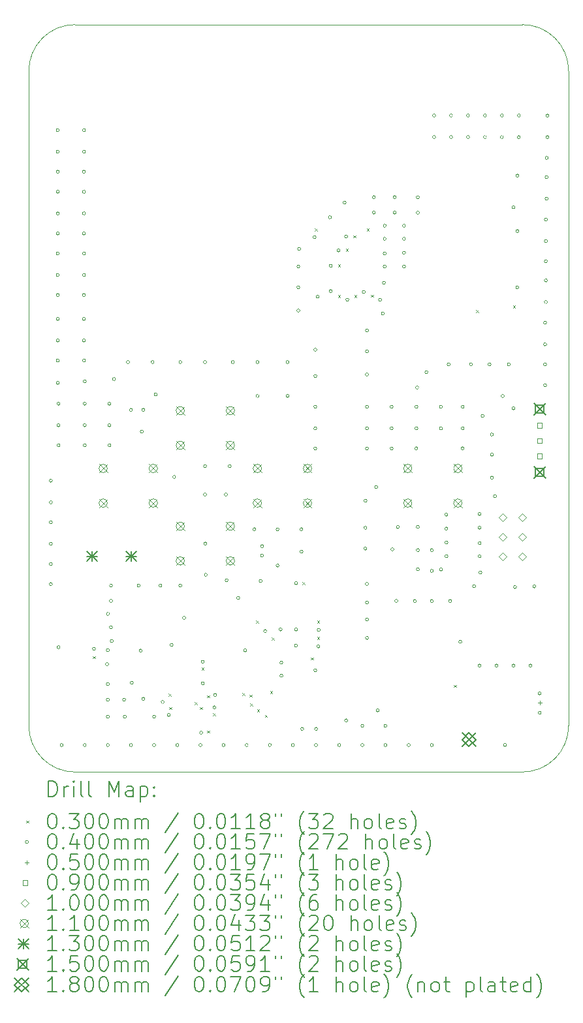
<source format=gbr>
%TF.GenerationSoftware,KiCad,Pcbnew,7.0.8*%
%TF.CreationDate,2024-02-20T10:29:57+01:00*%
%TF.ProjectId,stopwatchy,73746f70-7761-4746-9368-792e6b696361,rev?*%
%TF.SameCoordinates,Original*%
%TF.FileFunction,Drillmap*%
%TF.FilePolarity,Positive*%
%FSLAX45Y45*%
G04 Gerber Fmt 4.5, Leading zero omitted, Abs format (unit mm)*
G04 Created by KiCad (PCBNEW 7.0.8) date 2024-02-20 10:29:57*
%MOMM*%
%LPD*%
G01*
G04 APERTURE LIST*
%ADD10C,0.100000*%
%ADD11C,0.200000*%
%ADD12C,0.030000*%
%ADD13C,0.040000*%
%ADD14C,0.050000*%
%ADD15C,0.090000*%
%ADD16C,0.110000*%
%ADD17C,0.130000*%
%ADD18C,0.150000*%
%ADD19C,0.180000*%
G04 APERTURE END LIST*
D10*
X11075000Y-2400000D02*
X16875000Y-2400000D01*
X10475000Y-3000000D02*
X10475000Y-11500000D01*
X11075000Y-2400000D02*
G75*
G03*
X10475000Y-3000000I0J-600000D01*
G01*
X11075000Y-12100000D02*
X16875000Y-12100000D01*
X16875000Y-12100000D02*
G75*
G03*
X17475000Y-11500000I0J600000D01*
G01*
X17475000Y-11500000D02*
X17475000Y-3000000D01*
X17475000Y-3000000D02*
G75*
G03*
X16875000Y-2400000I-600000J0D01*
G01*
X10475000Y-11500000D02*
G75*
G03*
X11075000Y-12100000I600000J0D01*
G01*
D11*
D12*
X11305000Y-10595000D02*
X11335000Y-10625000D01*
X11335000Y-10595000D02*
X11305000Y-10625000D01*
X12285000Y-11085000D02*
X12315000Y-11115000D01*
X12315000Y-11085000D02*
X12285000Y-11115000D01*
X12295000Y-11255000D02*
X12325000Y-11285000D01*
X12325000Y-11255000D02*
X12295000Y-11285000D01*
X12625000Y-11195000D02*
X12655000Y-11225000D01*
X12655000Y-11195000D02*
X12625000Y-11225000D01*
X12695000Y-11255000D02*
X12725000Y-11285000D01*
X12725000Y-11255000D02*
X12695000Y-11285000D01*
X12715000Y-10745000D02*
X12745000Y-10775000D01*
X12745000Y-10745000D02*
X12715000Y-10775000D01*
X12785000Y-11105000D02*
X12815000Y-11135000D01*
X12815000Y-11105000D02*
X12785000Y-11135000D01*
X12785000Y-11559950D02*
X12815000Y-11589950D01*
X12815000Y-11559950D02*
X12785000Y-11589950D01*
X12865000Y-11335000D02*
X12895000Y-11365000D01*
X12895000Y-11335000D02*
X12865000Y-11365000D01*
X13245000Y-11075050D02*
X13275000Y-11105050D01*
X13275000Y-11075050D02*
X13245000Y-11105050D01*
X13335000Y-11095000D02*
X13365000Y-11125000D01*
X13365000Y-11095000D02*
X13335000Y-11125000D01*
X13345000Y-11210000D02*
X13375000Y-11240000D01*
X13375000Y-11210000D02*
X13345000Y-11240000D01*
X13423750Y-10135000D02*
X13453750Y-10165000D01*
X13453750Y-10135000D02*
X13423750Y-10165000D01*
X13435000Y-11285000D02*
X13465000Y-11315000D01*
X13465000Y-11285000D02*
X13435000Y-11315000D01*
X13535000Y-11360000D02*
X13565000Y-11390000D01*
X13565000Y-11360000D02*
X13535000Y-11390000D01*
X13605000Y-11050050D02*
X13635000Y-11080050D01*
X13635000Y-11050050D02*
X13605000Y-11080050D01*
X13623750Y-10355000D02*
X13653750Y-10385000D01*
X13653750Y-10355000D02*
X13623750Y-10385000D01*
X14025000Y-9635000D02*
X14055000Y-9665000D01*
X14055000Y-9635000D02*
X14025000Y-9665000D01*
X14135000Y-10615000D02*
X14165000Y-10645000D01*
X14165000Y-10615000D02*
X14135000Y-10645000D01*
X14185000Y-5045000D02*
X14215000Y-5075000D01*
X14215000Y-5045000D02*
X14185000Y-5075000D01*
X14215000Y-10135000D02*
X14245000Y-10165000D01*
X14245000Y-10135000D02*
X14215000Y-10165000D01*
X14215000Y-10345000D02*
X14245000Y-10375000D01*
X14245000Y-10345000D02*
X14215000Y-10375000D01*
X14485000Y-5510000D02*
X14515000Y-5540000D01*
X14515000Y-5510000D02*
X14485000Y-5540000D01*
X14485000Y-5910000D02*
X14515000Y-5940000D01*
X14515000Y-5910000D02*
X14485000Y-5940000D01*
X14585000Y-5310000D02*
X14615000Y-5340000D01*
X14615000Y-5310000D02*
X14585000Y-5340000D01*
X14685000Y-5135000D02*
X14715000Y-5165000D01*
X14715000Y-5135000D02*
X14685000Y-5165000D01*
X14697591Y-5909327D02*
X14727591Y-5939327D01*
X14727591Y-5909327D02*
X14697591Y-5939327D01*
X14855000Y-5045000D02*
X14885000Y-5075000D01*
X14885000Y-5045000D02*
X14855000Y-5075000D01*
X14909754Y-5907163D02*
X14939754Y-5937163D01*
X14939754Y-5907163D02*
X14909754Y-5937163D01*
X15985000Y-10967500D02*
X16015000Y-10997500D01*
X16015000Y-10967500D02*
X15985000Y-10997500D01*
X16275000Y-6105000D02*
X16305000Y-6135000D01*
X16305000Y-6105000D02*
X16275000Y-6135000D01*
X16755000Y-6045000D02*
X16785000Y-6075000D01*
X16785000Y-6045000D02*
X16755000Y-6075000D01*
D13*
X10780000Y-8320000D02*
G75*
G03*
X10780000Y-8320000I-20000J0D01*
G01*
X10780000Y-8600000D02*
G75*
G03*
X10780000Y-8600000I-20000J0D01*
G01*
X10780000Y-8860000D02*
G75*
G03*
X10780000Y-8860000I-20000J0D01*
G01*
X10780000Y-9140000D02*
G75*
G03*
X10780000Y-9140000I-20000J0D01*
G01*
X10780000Y-9400000D02*
G75*
G03*
X10780000Y-9400000I-20000J0D01*
G01*
X10780000Y-9660000D02*
G75*
G03*
X10780000Y-9660000I-20000J0D01*
G01*
X10870000Y-3770000D02*
G75*
G03*
X10870000Y-3770000I-20000J0D01*
G01*
X10870000Y-4050000D02*
G75*
G03*
X10870000Y-4050000I-20000J0D01*
G01*
X10870000Y-4310000D02*
G75*
G03*
X10870000Y-4310000I-20000J0D01*
G01*
X10870000Y-4570000D02*
G75*
G03*
X10870000Y-4570000I-20000J0D01*
G01*
X10870000Y-4850000D02*
G75*
G03*
X10870000Y-4850000I-20000J0D01*
G01*
X10870000Y-5110000D02*
G75*
G03*
X10870000Y-5110000I-20000J0D01*
G01*
X10870000Y-5370000D02*
G75*
G03*
X10870000Y-5370000I-20000J0D01*
G01*
X10870000Y-5650000D02*
G75*
G03*
X10870000Y-5650000I-20000J0D01*
G01*
X10870000Y-5910000D02*
G75*
G03*
X10870000Y-5910000I-20000J0D01*
G01*
X10870000Y-6220000D02*
G75*
G03*
X10870000Y-6220000I-20000J0D01*
G01*
X10870000Y-6500000D02*
G75*
G03*
X10870000Y-6500000I-20000J0D01*
G01*
X10870000Y-6760000D02*
G75*
G03*
X10870000Y-6760000I-20000J0D01*
G01*
X10870000Y-7050000D02*
G75*
G03*
X10870000Y-7050000I-20000J0D01*
G01*
X10880000Y-7320000D02*
G75*
G03*
X10880000Y-7320000I-20000J0D01*
G01*
X10880000Y-7600000D02*
G75*
G03*
X10880000Y-7600000I-20000J0D01*
G01*
X10880000Y-7860000D02*
G75*
G03*
X10880000Y-7860000I-20000J0D01*
G01*
X10880000Y-10480000D02*
G75*
G03*
X10880000Y-10480000I-20000J0D01*
G01*
X10920000Y-11750000D02*
G75*
G03*
X10920000Y-11750000I-20000J0D01*
G01*
X11210000Y-3770000D02*
G75*
G03*
X11210000Y-3770000I-20000J0D01*
G01*
X11210000Y-4050000D02*
G75*
G03*
X11210000Y-4050000I-20000J0D01*
G01*
X11210000Y-4310000D02*
G75*
G03*
X11210000Y-4310000I-20000J0D01*
G01*
X11210000Y-4570000D02*
G75*
G03*
X11210000Y-4570000I-20000J0D01*
G01*
X11210000Y-4850000D02*
G75*
G03*
X11210000Y-4850000I-20000J0D01*
G01*
X11210000Y-5110000D02*
G75*
G03*
X11210000Y-5110000I-20000J0D01*
G01*
X11210000Y-5370000D02*
G75*
G03*
X11210000Y-5370000I-20000J0D01*
G01*
X11210000Y-5650000D02*
G75*
G03*
X11210000Y-5650000I-20000J0D01*
G01*
X11210000Y-5910000D02*
G75*
G03*
X11210000Y-5910000I-20000J0D01*
G01*
X11210000Y-6220000D02*
G75*
G03*
X11210000Y-6220000I-20000J0D01*
G01*
X11210000Y-6500000D02*
G75*
G03*
X11210000Y-6500000I-20000J0D01*
G01*
X11210000Y-6760000D02*
G75*
G03*
X11210000Y-6760000I-20000J0D01*
G01*
X11220000Y-7030000D02*
G75*
G03*
X11220000Y-7030000I-20000J0D01*
G01*
X11220000Y-7320000D02*
G75*
G03*
X11220000Y-7320000I-20000J0D01*
G01*
X11220000Y-7600000D02*
G75*
G03*
X11220000Y-7600000I-20000J0D01*
G01*
X11220000Y-7860000D02*
G75*
G03*
X11220000Y-7860000I-20000J0D01*
G01*
X11220000Y-11750000D02*
G75*
G03*
X11220000Y-11750000I-20000J0D01*
G01*
X11340000Y-10500000D02*
G75*
G03*
X11340000Y-10500000I-20000J0D01*
G01*
X11510000Y-10700000D02*
G75*
G03*
X11510000Y-10700000I-20000J0D01*
G01*
X11520000Y-10047500D02*
G75*
G03*
X11520000Y-10047500I-20000J0D01*
G01*
X11520000Y-10520000D02*
G75*
G03*
X11520000Y-10520000I-20000J0D01*
G01*
X11520000Y-10960000D02*
G75*
G03*
X11520000Y-10960000I-20000J0D01*
G01*
X11520000Y-11160000D02*
G75*
G03*
X11520000Y-11160000I-20000J0D01*
G01*
X11520000Y-11380000D02*
G75*
G03*
X11520000Y-11380000I-20000J0D01*
G01*
X11520000Y-11750000D02*
G75*
G03*
X11520000Y-11750000I-20000J0D01*
G01*
X11540000Y-7320000D02*
G75*
G03*
X11540000Y-7320000I-20000J0D01*
G01*
X11540000Y-7600000D02*
G75*
G03*
X11540000Y-7600000I-20000J0D01*
G01*
X11540000Y-7860000D02*
G75*
G03*
X11540000Y-7860000I-20000J0D01*
G01*
X11560000Y-9680000D02*
G75*
G03*
X11560000Y-9680000I-20000J0D01*
G01*
X11560000Y-9880000D02*
G75*
G03*
X11560000Y-9880000I-20000J0D01*
G01*
X11560000Y-10220000D02*
G75*
G03*
X11560000Y-10220000I-20000J0D01*
G01*
X11570000Y-10400000D02*
G75*
G03*
X11570000Y-10400000I-20000J0D01*
G01*
X11600000Y-7000000D02*
G75*
G03*
X11600000Y-7000000I-20000J0D01*
G01*
X11730000Y-11160000D02*
G75*
G03*
X11730000Y-11160000I-20000J0D01*
G01*
X11740000Y-11380000D02*
G75*
G03*
X11740000Y-11380000I-20000J0D01*
G01*
X11780000Y-6780000D02*
G75*
G03*
X11780000Y-6780000I-20000J0D01*
G01*
X11820000Y-7400000D02*
G75*
G03*
X11820000Y-7400000I-20000J0D01*
G01*
X11820000Y-11750000D02*
G75*
G03*
X11820000Y-11750000I-20000J0D01*
G01*
X11830000Y-10940000D02*
G75*
G03*
X11830000Y-10940000I-20000J0D01*
G01*
X11920000Y-9680000D02*
G75*
G03*
X11920000Y-9680000I-20000J0D01*
G01*
X11945000Y-10525000D02*
G75*
G03*
X11945000Y-10525000I-20000J0D01*
G01*
X11960000Y-7680000D02*
G75*
G03*
X11960000Y-7680000I-20000J0D01*
G01*
X11980000Y-7400000D02*
G75*
G03*
X11980000Y-7400000I-20000J0D01*
G01*
X11980000Y-11150000D02*
G75*
G03*
X11980000Y-11150000I-20000J0D01*
G01*
X12100000Y-6780000D02*
G75*
G03*
X12100000Y-6780000I-20000J0D01*
G01*
X12120000Y-11380000D02*
G75*
G03*
X12120000Y-11380000I-20000J0D01*
G01*
X12120000Y-11750000D02*
G75*
G03*
X12120000Y-11750000I-20000J0D01*
G01*
X12140000Y-7200000D02*
G75*
G03*
X12140000Y-7200000I-20000J0D01*
G01*
X12200000Y-9680000D02*
G75*
G03*
X12200000Y-9680000I-20000J0D01*
G01*
X12230000Y-11190000D02*
G75*
G03*
X12230000Y-11190000I-20000J0D01*
G01*
X12310000Y-11360000D02*
G75*
G03*
X12310000Y-11360000I-20000J0D01*
G01*
X12345000Y-10450000D02*
G75*
G03*
X12345000Y-10450000I-20000J0D01*
G01*
X12380000Y-8270000D02*
G75*
G03*
X12380000Y-8270000I-20000J0D01*
G01*
X12420000Y-11750000D02*
G75*
G03*
X12420000Y-11750000I-20000J0D01*
G01*
X12460000Y-6780000D02*
G75*
G03*
X12460000Y-6780000I-20000J0D01*
G01*
X12460000Y-9680000D02*
G75*
G03*
X12460000Y-9680000I-20000J0D01*
G01*
X12508750Y-10100000D02*
G75*
G03*
X12508750Y-10100000I-20000J0D01*
G01*
X12720000Y-11750000D02*
G75*
G03*
X12720000Y-11750000I-20000J0D01*
G01*
X12730000Y-11590000D02*
G75*
G03*
X12730000Y-11590000I-20000J0D01*
G01*
X12750000Y-10670000D02*
G75*
G03*
X12750000Y-10670000I-20000J0D01*
G01*
X12750000Y-10950000D02*
G75*
G03*
X12750000Y-10950000I-20000J0D01*
G01*
X12780000Y-6780000D02*
G75*
G03*
X12780000Y-6780000I-20000J0D01*
G01*
X12780000Y-8130000D02*
G75*
G03*
X12780000Y-8130000I-20000J0D01*
G01*
X12780000Y-8500000D02*
G75*
G03*
X12780000Y-8500000I-20000J0D01*
G01*
X12783750Y-9135000D02*
G75*
G03*
X12783750Y-9135000I-20000J0D01*
G01*
X12790000Y-9540000D02*
G75*
G03*
X12790000Y-9540000I-20000J0D01*
G01*
X12900000Y-11260000D02*
G75*
G03*
X12900000Y-11260000I-20000J0D01*
G01*
X12910000Y-11100000D02*
G75*
G03*
X12910000Y-11100000I-20000J0D01*
G01*
X13020000Y-11750000D02*
G75*
G03*
X13020000Y-11750000I-20000J0D01*
G01*
X13050000Y-8500000D02*
G75*
G03*
X13050000Y-8500000I-20000J0D01*
G01*
X13060000Y-9610000D02*
G75*
G03*
X13060000Y-9610000I-20000J0D01*
G01*
X13100000Y-8130000D02*
G75*
G03*
X13100000Y-8130000I-20000J0D01*
G01*
X13140000Y-6780000D02*
G75*
G03*
X13140000Y-6780000I-20000J0D01*
G01*
X13210000Y-9840000D02*
G75*
G03*
X13210000Y-9840000I-20000J0D01*
G01*
X13300000Y-10520000D02*
G75*
G03*
X13300000Y-10520000I-20000J0D01*
G01*
X13320000Y-11750000D02*
G75*
G03*
X13320000Y-11750000I-20000J0D01*
G01*
X13420000Y-8950000D02*
G75*
G03*
X13420000Y-8950000I-20000J0D01*
G01*
X13460000Y-6780000D02*
G75*
G03*
X13460000Y-6780000I-20000J0D01*
G01*
X13460000Y-7220000D02*
G75*
G03*
X13460000Y-7220000I-20000J0D01*
G01*
X13500000Y-9620000D02*
G75*
G03*
X13500000Y-9620000I-20000J0D01*
G01*
X13520000Y-9170000D02*
G75*
G03*
X13520000Y-9170000I-20000J0D01*
G01*
X13520000Y-9290000D02*
G75*
G03*
X13520000Y-9290000I-20000J0D01*
G01*
X13560000Y-10270000D02*
G75*
G03*
X13560000Y-10270000I-20000J0D01*
G01*
X13620000Y-11750000D02*
G75*
G03*
X13620000Y-11750000I-20000J0D01*
G01*
X13720000Y-8950000D02*
G75*
G03*
X13720000Y-8950000I-20000J0D01*
G01*
X13720000Y-9420000D02*
G75*
G03*
X13720000Y-9420000I-20000J0D01*
G01*
X13760000Y-10250000D02*
G75*
G03*
X13760000Y-10250000I-20000J0D01*
G01*
X13770000Y-10680000D02*
G75*
G03*
X13770000Y-10680000I-20000J0D01*
G01*
X13770000Y-10850000D02*
G75*
G03*
X13770000Y-10850000I-20000J0D01*
G01*
X13850000Y-6780000D02*
G75*
G03*
X13850000Y-6780000I-20000J0D01*
G01*
X13850000Y-7220000D02*
G75*
G03*
X13850000Y-7220000I-20000J0D01*
G01*
X13920000Y-11750000D02*
G75*
G03*
X13920000Y-11750000I-20000J0D01*
G01*
X13960000Y-9650000D02*
G75*
G03*
X13960000Y-9650000I-20000J0D01*
G01*
X13960000Y-10250000D02*
G75*
G03*
X13960000Y-10250000I-20000J0D01*
G01*
X13960000Y-10460000D02*
G75*
G03*
X13960000Y-10460000I-20000J0D01*
G01*
X13990000Y-5540000D02*
G75*
G03*
X13990000Y-5540000I-20000J0D01*
G01*
X13990000Y-5810000D02*
G75*
G03*
X13990000Y-5810000I-20000J0D01*
G01*
X13990000Y-6110000D02*
G75*
G03*
X13990000Y-6110000I-20000J0D01*
G01*
X14000000Y-5310000D02*
G75*
G03*
X14000000Y-5310000I-20000J0D01*
G01*
X14030000Y-8950000D02*
G75*
G03*
X14030000Y-8950000I-20000J0D01*
G01*
X14030000Y-9240000D02*
G75*
G03*
X14030000Y-9240000I-20000J0D01*
G01*
X14040000Y-11540000D02*
G75*
G03*
X14040000Y-11540000I-20000J0D01*
G01*
X14200000Y-5160000D02*
G75*
G03*
X14200000Y-5160000I-20000J0D01*
G01*
X14210000Y-6620000D02*
G75*
G03*
X14210000Y-6620000I-20000J0D01*
G01*
X14210000Y-6960000D02*
G75*
G03*
X14210000Y-6960000I-20000J0D01*
G01*
X14210000Y-7360000D02*
G75*
G03*
X14210000Y-7360000I-20000J0D01*
G01*
X14210000Y-7640000D02*
G75*
G03*
X14210000Y-7640000I-20000J0D01*
G01*
X14210000Y-7900000D02*
G75*
G03*
X14210000Y-7900000I-20000J0D01*
G01*
X14210000Y-10780000D02*
G75*
G03*
X14210000Y-10780000I-20000J0D01*
G01*
X14220000Y-11540000D02*
G75*
G03*
X14220000Y-11540000I-20000J0D01*
G01*
X14220000Y-11750000D02*
G75*
G03*
X14220000Y-11750000I-20000J0D01*
G01*
X14240000Y-5930000D02*
G75*
G03*
X14240000Y-5930000I-20000J0D01*
G01*
X14250000Y-10470000D02*
G75*
G03*
X14250000Y-10470000I-20000J0D01*
G01*
X14253986Y-10254514D02*
G75*
G03*
X14253986Y-10254514I-20000J0D01*
G01*
X14399081Y-4900919D02*
G75*
G03*
X14399081Y-4900919I-20000J0D01*
G01*
X14410000Y-5530000D02*
G75*
G03*
X14410000Y-5530000I-20000J0D01*
G01*
X14410000Y-5860000D02*
G75*
G03*
X14410000Y-5860000I-20000J0D01*
G01*
X14510000Y-5330000D02*
G75*
G03*
X14510000Y-5330000I-20000J0D01*
G01*
X14520000Y-11750000D02*
G75*
G03*
X14520000Y-11750000I-20000J0D01*
G01*
X14590000Y-4710000D02*
G75*
G03*
X14590000Y-4710000I-20000J0D01*
G01*
X14610000Y-5150000D02*
G75*
G03*
X14610000Y-5150000I-20000J0D01*
G01*
X14610000Y-11430000D02*
G75*
G03*
X14610000Y-11430000I-20000J0D01*
G01*
X14625380Y-5970000D02*
G75*
G03*
X14625380Y-5970000I-20000J0D01*
G01*
X14820000Y-11500000D02*
G75*
G03*
X14820000Y-11500000I-20000J0D01*
G01*
X14820000Y-11750000D02*
G75*
G03*
X14820000Y-11750000I-20000J0D01*
G01*
X14838961Y-5870000D02*
G75*
G03*
X14838961Y-5870000I-20000J0D01*
G01*
X14860000Y-8580000D02*
G75*
G03*
X14860000Y-8580000I-20000J0D01*
G01*
X14860000Y-8930000D02*
G75*
G03*
X14860000Y-8930000I-20000J0D01*
G01*
X14860000Y-9200000D02*
G75*
G03*
X14860000Y-9200000I-20000J0D01*
G01*
X14880000Y-6370000D02*
G75*
G03*
X14880000Y-6370000I-20000J0D01*
G01*
X14880000Y-6640000D02*
G75*
G03*
X14880000Y-6640000I-20000J0D01*
G01*
X14880000Y-6940000D02*
G75*
G03*
X14880000Y-6940000I-20000J0D01*
G01*
X14880000Y-7360000D02*
G75*
G03*
X14880000Y-7360000I-20000J0D01*
G01*
X14880000Y-7640000D02*
G75*
G03*
X14880000Y-7640000I-20000J0D01*
G01*
X14880000Y-7900000D02*
G75*
G03*
X14880000Y-7900000I-20000J0D01*
G01*
X14880000Y-9660000D02*
G75*
G03*
X14880000Y-9660000I-20000J0D01*
G01*
X14880000Y-9900000D02*
G75*
G03*
X14880000Y-9900000I-20000J0D01*
G01*
X14880000Y-10120000D02*
G75*
G03*
X14880000Y-10120000I-20000J0D01*
G01*
X14880000Y-10360000D02*
G75*
G03*
X14880000Y-10360000I-20000J0D01*
G01*
X14970000Y-4640000D02*
G75*
G03*
X14970000Y-4640000I-20000J0D01*
G01*
X14970000Y-4840000D02*
G75*
G03*
X14970000Y-4840000I-20000J0D01*
G01*
X15000000Y-8400000D02*
G75*
G03*
X15000000Y-8400000I-20000J0D01*
G01*
X15020000Y-11300000D02*
G75*
G03*
X15020000Y-11300000I-20000J0D01*
G01*
X15050000Y-5970000D02*
G75*
G03*
X15050000Y-5970000I-20000J0D01*
G01*
X15085061Y-6150797D02*
G75*
G03*
X15085061Y-6150797I-20000J0D01*
G01*
X15100000Y-5750000D02*
G75*
G03*
X15100000Y-5750000I-20000J0D01*
G01*
X15110000Y-5010000D02*
G75*
G03*
X15110000Y-5010000I-20000J0D01*
G01*
X15110000Y-5180000D02*
G75*
G03*
X15110000Y-5180000I-20000J0D01*
G01*
X15110000Y-5370000D02*
G75*
G03*
X15110000Y-5370000I-20000J0D01*
G01*
X15110000Y-5540000D02*
G75*
G03*
X15110000Y-5540000I-20000J0D01*
G01*
X15120000Y-11500000D02*
G75*
G03*
X15120000Y-11500000I-20000J0D01*
G01*
X15120000Y-11750000D02*
G75*
G03*
X15120000Y-11750000I-20000J0D01*
G01*
X15200000Y-7360000D02*
G75*
G03*
X15200000Y-7360000I-20000J0D01*
G01*
X15200000Y-7640000D02*
G75*
G03*
X15200000Y-7640000I-20000J0D01*
G01*
X15200000Y-7900000D02*
G75*
G03*
X15200000Y-7900000I-20000J0D01*
G01*
X15210000Y-9210000D02*
G75*
G03*
X15210000Y-9210000I-20000J0D01*
G01*
X15240000Y-4640000D02*
G75*
G03*
X15240000Y-4640000I-20000J0D01*
G01*
X15240000Y-4840000D02*
G75*
G03*
X15240000Y-4840000I-20000J0D01*
G01*
X15260000Y-9880000D02*
G75*
G03*
X15260000Y-9880000I-20000J0D01*
G01*
X15280000Y-8920000D02*
G75*
G03*
X15280000Y-8920000I-20000J0D01*
G01*
X15360000Y-5010000D02*
G75*
G03*
X15360000Y-5010000I-20000J0D01*
G01*
X15360000Y-5180000D02*
G75*
G03*
X15360000Y-5180000I-20000J0D01*
G01*
X15360000Y-5360000D02*
G75*
G03*
X15360000Y-5360000I-20000J0D01*
G01*
X15360000Y-5540000D02*
G75*
G03*
X15360000Y-5540000I-20000J0D01*
G01*
X15420000Y-11750000D02*
G75*
G03*
X15420000Y-11750000I-20000J0D01*
G01*
X15500000Y-9880000D02*
G75*
G03*
X15500000Y-9880000I-20000J0D01*
G01*
X15520000Y-7360000D02*
G75*
G03*
X15520000Y-7360000I-20000J0D01*
G01*
X15520000Y-7640000D02*
G75*
G03*
X15520000Y-7640000I-20000J0D01*
G01*
X15520000Y-7900000D02*
G75*
G03*
X15520000Y-7900000I-20000J0D01*
G01*
X15530000Y-7110000D02*
G75*
G03*
X15530000Y-7110000I-20000J0D01*
G01*
X15540000Y-4640000D02*
G75*
G03*
X15540000Y-4640000I-20000J0D01*
G01*
X15540000Y-4840000D02*
G75*
G03*
X15540000Y-4840000I-20000J0D01*
G01*
X15540000Y-8920000D02*
G75*
G03*
X15540000Y-8920000I-20000J0D01*
G01*
X15540000Y-9220000D02*
G75*
G03*
X15540000Y-9220000I-20000J0D01*
G01*
X15540000Y-9470000D02*
G75*
G03*
X15540000Y-9470000I-20000J0D01*
G01*
X15650000Y-6910000D02*
G75*
G03*
X15650000Y-6910000I-20000J0D01*
G01*
X15720000Y-9220000D02*
G75*
G03*
X15720000Y-9220000I-20000J0D01*
G01*
X15720000Y-9490000D02*
G75*
G03*
X15720000Y-9490000I-20000J0D01*
G01*
X15720000Y-9880000D02*
G75*
G03*
X15720000Y-9880000I-20000J0D01*
G01*
X15720000Y-11750000D02*
G75*
G03*
X15720000Y-11750000I-20000J0D01*
G01*
X15750000Y-3580000D02*
G75*
G03*
X15750000Y-3580000I-20000J0D01*
G01*
X15750000Y-3860000D02*
G75*
G03*
X15750000Y-3860000I-20000J0D01*
G01*
X15840000Y-7360000D02*
G75*
G03*
X15840000Y-7360000I-20000J0D01*
G01*
X15840000Y-7640000D02*
G75*
G03*
X15840000Y-7640000I-20000J0D01*
G01*
X15840000Y-9470000D02*
G75*
G03*
X15840000Y-9470000I-20000J0D01*
G01*
X15910000Y-8760000D02*
G75*
G03*
X15910000Y-8760000I-20000J0D01*
G01*
X15910000Y-8940000D02*
G75*
G03*
X15910000Y-8940000I-20000J0D01*
G01*
X15910000Y-9120000D02*
G75*
G03*
X15910000Y-9120000I-20000J0D01*
G01*
X15910000Y-9300000D02*
G75*
G03*
X15910000Y-9300000I-20000J0D01*
G01*
X15939474Y-6808114D02*
G75*
G03*
X15939474Y-6808114I-20000J0D01*
G01*
X15960000Y-9880000D02*
G75*
G03*
X15960000Y-9880000I-20000J0D01*
G01*
X15970000Y-3580000D02*
G75*
G03*
X15970000Y-3580000I-20000J0D01*
G01*
X15970000Y-3860000D02*
G75*
G03*
X15970000Y-3860000I-20000J0D01*
G01*
X16090000Y-10410000D02*
G75*
G03*
X16090000Y-10410000I-20000J0D01*
G01*
X16120000Y-7360000D02*
G75*
G03*
X16120000Y-7360000I-20000J0D01*
G01*
X16120000Y-7640000D02*
G75*
G03*
X16120000Y-7640000I-20000J0D01*
G01*
X16120000Y-7900000D02*
G75*
G03*
X16120000Y-7900000I-20000J0D01*
G01*
X16190000Y-3580000D02*
G75*
G03*
X16190000Y-3580000I-20000J0D01*
G01*
X16190000Y-3860000D02*
G75*
G03*
X16190000Y-3860000I-20000J0D01*
G01*
X16228338Y-6808114D02*
G75*
G03*
X16228338Y-6808114I-20000J0D01*
G01*
X16270000Y-9690000D02*
G75*
G03*
X16270000Y-9690000I-20000J0D01*
G01*
X16340000Y-8750000D02*
G75*
G03*
X16340000Y-8750000I-20000J0D01*
G01*
X16340000Y-8930000D02*
G75*
G03*
X16340000Y-8930000I-20000J0D01*
G01*
X16340000Y-9130000D02*
G75*
G03*
X16340000Y-9130000I-20000J0D01*
G01*
X16340000Y-9300000D02*
G75*
G03*
X16340000Y-9300000I-20000J0D01*
G01*
X16340000Y-10720000D02*
G75*
G03*
X16340000Y-10720000I-20000J0D01*
G01*
X16350000Y-9510000D02*
G75*
G03*
X16350000Y-9510000I-20000J0D01*
G01*
X16380000Y-7480000D02*
G75*
G03*
X16380000Y-7480000I-20000J0D01*
G01*
X16410000Y-3580000D02*
G75*
G03*
X16410000Y-3580000I-20000J0D01*
G01*
X16410000Y-3860000D02*
G75*
G03*
X16410000Y-3860000I-20000J0D01*
G01*
X16470000Y-6810000D02*
G75*
G03*
X16470000Y-6810000I-20000J0D01*
G01*
X16500000Y-7720000D02*
G75*
G03*
X16500000Y-7720000I-20000J0D01*
G01*
X16500000Y-7980000D02*
G75*
G03*
X16500000Y-7980000I-20000J0D01*
G01*
X16500000Y-8280000D02*
G75*
G03*
X16500000Y-8280000I-20000J0D01*
G01*
X16540000Y-8520000D02*
G75*
G03*
X16540000Y-8520000I-20000J0D01*
G01*
X16560000Y-10720000D02*
G75*
G03*
X16560000Y-10720000I-20000J0D01*
G01*
X16630000Y-3580000D02*
G75*
G03*
X16630000Y-3580000I-20000J0D01*
G01*
X16630000Y-3860000D02*
G75*
G03*
X16630000Y-3860000I-20000J0D01*
G01*
X16640000Y-7220000D02*
G75*
G03*
X16640000Y-7220000I-20000J0D01*
G01*
X16670000Y-11750000D02*
G75*
G03*
X16670000Y-11750000I-20000J0D01*
G01*
X16720000Y-6810000D02*
G75*
G03*
X16720000Y-6810000I-20000J0D01*
G01*
X16780000Y-4770000D02*
G75*
G03*
X16780000Y-4770000I-20000J0D01*
G01*
X16780000Y-7380000D02*
G75*
G03*
X16780000Y-7380000I-20000J0D01*
G01*
X16780000Y-10720000D02*
G75*
G03*
X16780000Y-10720000I-20000J0D01*
G01*
X16800000Y-9700000D02*
G75*
G03*
X16800000Y-9700000I-20000J0D01*
G01*
X16830000Y-4360000D02*
G75*
G03*
X16830000Y-4360000I-20000J0D01*
G01*
X16830000Y-5080000D02*
G75*
G03*
X16830000Y-5080000I-20000J0D01*
G01*
X16830000Y-5810000D02*
G75*
G03*
X16830000Y-5810000I-20000J0D01*
G01*
X16850000Y-3580000D02*
G75*
G03*
X16850000Y-3580000I-20000J0D01*
G01*
X16850000Y-3860000D02*
G75*
G03*
X16850000Y-3860000I-20000J0D01*
G01*
X17000000Y-10720000D02*
G75*
G03*
X17000000Y-10720000I-20000J0D01*
G01*
X17050000Y-9690000D02*
G75*
G03*
X17050000Y-9690000I-20000J0D01*
G01*
X17120000Y-11080000D02*
G75*
G03*
X17120000Y-11080000I-20000J0D01*
G01*
X17120000Y-11330000D02*
G75*
G03*
X17120000Y-11330000I-20000J0D01*
G01*
X17190000Y-6270000D02*
G75*
G03*
X17190000Y-6270000I-20000J0D01*
G01*
X17190000Y-6550000D02*
G75*
G03*
X17190000Y-6550000I-20000J0D01*
G01*
X17190000Y-6810000D02*
G75*
G03*
X17190000Y-6810000I-20000J0D01*
G01*
X17190000Y-7080000D02*
G75*
G03*
X17190000Y-7080000I-20000J0D01*
G01*
X17200000Y-4930000D02*
G75*
G03*
X17200000Y-4930000I-20000J0D01*
G01*
X17200000Y-5210000D02*
G75*
G03*
X17200000Y-5210000I-20000J0D01*
G01*
X17200000Y-5470000D02*
G75*
G03*
X17200000Y-5470000I-20000J0D01*
G01*
X17200000Y-5720000D02*
G75*
G03*
X17200000Y-5720000I-20000J0D01*
G01*
X17200000Y-6000000D02*
G75*
G03*
X17200000Y-6000000I-20000J0D01*
G01*
X17210000Y-4130000D02*
G75*
G03*
X17210000Y-4130000I-20000J0D01*
G01*
X17210000Y-4380000D02*
G75*
G03*
X17210000Y-4380000I-20000J0D01*
G01*
X17210000Y-4660000D02*
G75*
G03*
X17210000Y-4660000I-20000J0D01*
G01*
X17220000Y-3580000D02*
G75*
G03*
X17220000Y-3580000I-20000J0D01*
G01*
X17220000Y-3860000D02*
G75*
G03*
X17220000Y-3860000I-20000J0D01*
G01*
D14*
X17100000Y-11175000D02*
X17100000Y-11225000D01*
X17075000Y-11200000D02*
X17125000Y-11200000D01*
D15*
X17131820Y-7631820D02*
X17131820Y-7568180D01*
X17068180Y-7568180D01*
X17068180Y-7631820D01*
X17131820Y-7631820D01*
X17131820Y-7831820D02*
X17131820Y-7768180D01*
X17068180Y-7768180D01*
X17068180Y-7831820D01*
X17131820Y-7831820D01*
X17131820Y-8031820D02*
X17131820Y-7968180D01*
X17068180Y-7968180D01*
X17068180Y-8031820D01*
X17131820Y-8031820D01*
D10*
X16623500Y-8844500D02*
X16673500Y-8794500D01*
X16623500Y-8744500D01*
X16573500Y-8794500D01*
X16623500Y-8844500D01*
X16623500Y-9098500D02*
X16673500Y-9048500D01*
X16623500Y-8998500D01*
X16573500Y-9048500D01*
X16623500Y-9098500D01*
X16623500Y-9352500D02*
X16673500Y-9302500D01*
X16623500Y-9252500D01*
X16573500Y-9302500D01*
X16623500Y-9352500D01*
X16877500Y-8844500D02*
X16927500Y-8794500D01*
X16877500Y-8744500D01*
X16827500Y-8794500D01*
X16877500Y-8844500D01*
X16877500Y-9098500D02*
X16927500Y-9048500D01*
X16877500Y-8998500D01*
X16827500Y-9048500D01*
X16877500Y-9098500D01*
X16877500Y-9352500D02*
X16927500Y-9302500D01*
X16877500Y-9252500D01*
X16827500Y-9302500D01*
X16877500Y-9352500D01*
D16*
X11383750Y-8105000D02*
X11493750Y-8215000D01*
X11493750Y-8105000D02*
X11383750Y-8215000D01*
X11493750Y-8160000D02*
G75*
G03*
X11493750Y-8160000I-55000J0D01*
G01*
X11383750Y-8555000D02*
X11493750Y-8665000D01*
X11493750Y-8555000D02*
X11383750Y-8665000D01*
X11493750Y-8610000D02*
G75*
G03*
X11493750Y-8610000I-55000J0D01*
G01*
X12033750Y-8105000D02*
X12143750Y-8215000D01*
X12143750Y-8105000D02*
X12033750Y-8215000D01*
X12143750Y-8160000D02*
G75*
G03*
X12143750Y-8160000I-55000J0D01*
G01*
X12033750Y-8555000D02*
X12143750Y-8665000D01*
X12143750Y-8555000D02*
X12033750Y-8665000D01*
X12143750Y-8610000D02*
G75*
G03*
X12143750Y-8610000I-55000J0D01*
G01*
X12383750Y-7355000D02*
X12493750Y-7465000D01*
X12493750Y-7355000D02*
X12383750Y-7465000D01*
X12493750Y-7410000D02*
G75*
G03*
X12493750Y-7410000I-55000J0D01*
G01*
X12383750Y-7805000D02*
X12493750Y-7915000D01*
X12493750Y-7805000D02*
X12383750Y-7915000D01*
X12493750Y-7860000D02*
G75*
G03*
X12493750Y-7860000I-55000J0D01*
G01*
X12383750Y-8855000D02*
X12493750Y-8965000D01*
X12493750Y-8855000D02*
X12383750Y-8965000D01*
X12493750Y-8910000D02*
G75*
G03*
X12493750Y-8910000I-55000J0D01*
G01*
X12383750Y-9305000D02*
X12493750Y-9415000D01*
X12493750Y-9305000D02*
X12383750Y-9415000D01*
X12493750Y-9360000D02*
G75*
G03*
X12493750Y-9360000I-55000J0D01*
G01*
X13033750Y-7355000D02*
X13143750Y-7465000D01*
X13143750Y-7355000D02*
X13033750Y-7465000D01*
X13143750Y-7410000D02*
G75*
G03*
X13143750Y-7410000I-55000J0D01*
G01*
X13033750Y-7805000D02*
X13143750Y-7915000D01*
X13143750Y-7805000D02*
X13033750Y-7915000D01*
X13143750Y-7860000D02*
G75*
G03*
X13143750Y-7860000I-55000J0D01*
G01*
X13033750Y-8855000D02*
X13143750Y-8965000D01*
X13143750Y-8855000D02*
X13033750Y-8965000D01*
X13143750Y-8910000D02*
G75*
G03*
X13143750Y-8910000I-55000J0D01*
G01*
X13033750Y-9305000D02*
X13143750Y-9415000D01*
X13143750Y-9305000D02*
X13033750Y-9415000D01*
X13143750Y-9360000D02*
G75*
G03*
X13143750Y-9360000I-55000J0D01*
G01*
X13383750Y-8105000D02*
X13493750Y-8215000D01*
X13493750Y-8105000D02*
X13383750Y-8215000D01*
X13493750Y-8160000D02*
G75*
G03*
X13493750Y-8160000I-55000J0D01*
G01*
X13383750Y-8555000D02*
X13493750Y-8665000D01*
X13493750Y-8555000D02*
X13383750Y-8665000D01*
X13493750Y-8610000D02*
G75*
G03*
X13493750Y-8610000I-55000J0D01*
G01*
X14033750Y-8105000D02*
X14143750Y-8215000D01*
X14143750Y-8105000D02*
X14033750Y-8215000D01*
X14143750Y-8160000D02*
G75*
G03*
X14143750Y-8160000I-55000J0D01*
G01*
X14033750Y-8555000D02*
X14143750Y-8665000D01*
X14143750Y-8555000D02*
X14033750Y-8665000D01*
X14143750Y-8610000D02*
G75*
G03*
X14143750Y-8610000I-55000J0D01*
G01*
X15333750Y-8105000D02*
X15443750Y-8215000D01*
X15443750Y-8105000D02*
X15333750Y-8215000D01*
X15443750Y-8160000D02*
G75*
G03*
X15443750Y-8160000I-55000J0D01*
G01*
X15333750Y-8555000D02*
X15443750Y-8665000D01*
X15443750Y-8555000D02*
X15333750Y-8665000D01*
X15443750Y-8610000D02*
G75*
G03*
X15443750Y-8610000I-55000J0D01*
G01*
X15983750Y-8105000D02*
X16093750Y-8215000D01*
X16093750Y-8105000D02*
X15983750Y-8215000D01*
X16093750Y-8160000D02*
G75*
G03*
X16093750Y-8160000I-55000J0D01*
G01*
X15983750Y-8555000D02*
X16093750Y-8665000D01*
X16093750Y-8555000D02*
X15983750Y-8665000D01*
X16093750Y-8610000D02*
G75*
G03*
X16093750Y-8610000I-55000J0D01*
G01*
D17*
X11231000Y-9235000D02*
X11361000Y-9365000D01*
X11361000Y-9235000D02*
X11231000Y-9365000D01*
X11296000Y-9235000D02*
X11296000Y-9365000D01*
X11231000Y-9300000D02*
X11361000Y-9300000D01*
X11739000Y-9235000D02*
X11869000Y-9365000D01*
X11869000Y-9235000D02*
X11739000Y-9365000D01*
X11804000Y-9235000D02*
X11804000Y-9365000D01*
X11739000Y-9300000D02*
X11869000Y-9300000D01*
D18*
X17025000Y-7315000D02*
X17175000Y-7465000D01*
X17175000Y-7315000D02*
X17025000Y-7465000D01*
X17153034Y-7443033D02*
X17153034Y-7336966D01*
X17046967Y-7336966D01*
X17046967Y-7443033D01*
X17153034Y-7443033D01*
X17025000Y-8135000D02*
X17175000Y-8285000D01*
X17175000Y-8135000D02*
X17025000Y-8285000D01*
X17153034Y-8263033D02*
X17153034Y-8156966D01*
X17046967Y-8156966D01*
X17046967Y-8263033D01*
X17153034Y-8263033D01*
D19*
X16093750Y-11591000D02*
X16273750Y-11771000D01*
X16273750Y-11591000D02*
X16093750Y-11771000D01*
X16183750Y-11771000D02*
X16273750Y-11681000D01*
X16183750Y-11591000D01*
X16093750Y-11681000D01*
X16183750Y-11771000D01*
D11*
X10730777Y-12416484D02*
X10730777Y-12216484D01*
X10730777Y-12216484D02*
X10778396Y-12216484D01*
X10778396Y-12216484D02*
X10806967Y-12226008D01*
X10806967Y-12226008D02*
X10826015Y-12245055D01*
X10826015Y-12245055D02*
X10835539Y-12264103D01*
X10835539Y-12264103D02*
X10845063Y-12302198D01*
X10845063Y-12302198D02*
X10845063Y-12330769D01*
X10845063Y-12330769D02*
X10835539Y-12368865D01*
X10835539Y-12368865D02*
X10826015Y-12387912D01*
X10826015Y-12387912D02*
X10806967Y-12406960D01*
X10806967Y-12406960D02*
X10778396Y-12416484D01*
X10778396Y-12416484D02*
X10730777Y-12416484D01*
X10930777Y-12416484D02*
X10930777Y-12283150D01*
X10930777Y-12321246D02*
X10940301Y-12302198D01*
X10940301Y-12302198D02*
X10949824Y-12292674D01*
X10949824Y-12292674D02*
X10968872Y-12283150D01*
X10968872Y-12283150D02*
X10987920Y-12283150D01*
X11054586Y-12416484D02*
X11054586Y-12283150D01*
X11054586Y-12216484D02*
X11045063Y-12226008D01*
X11045063Y-12226008D02*
X11054586Y-12235531D01*
X11054586Y-12235531D02*
X11064110Y-12226008D01*
X11064110Y-12226008D02*
X11054586Y-12216484D01*
X11054586Y-12216484D02*
X11054586Y-12235531D01*
X11178396Y-12416484D02*
X11159348Y-12406960D01*
X11159348Y-12406960D02*
X11149824Y-12387912D01*
X11149824Y-12387912D02*
X11149824Y-12216484D01*
X11283158Y-12416484D02*
X11264110Y-12406960D01*
X11264110Y-12406960D02*
X11254586Y-12387912D01*
X11254586Y-12387912D02*
X11254586Y-12216484D01*
X11511729Y-12416484D02*
X11511729Y-12216484D01*
X11511729Y-12216484D02*
X11578396Y-12359341D01*
X11578396Y-12359341D02*
X11645062Y-12216484D01*
X11645062Y-12216484D02*
X11645062Y-12416484D01*
X11826015Y-12416484D02*
X11826015Y-12311722D01*
X11826015Y-12311722D02*
X11816491Y-12292674D01*
X11816491Y-12292674D02*
X11797443Y-12283150D01*
X11797443Y-12283150D02*
X11759348Y-12283150D01*
X11759348Y-12283150D02*
X11740301Y-12292674D01*
X11826015Y-12406960D02*
X11806967Y-12416484D01*
X11806967Y-12416484D02*
X11759348Y-12416484D01*
X11759348Y-12416484D02*
X11740301Y-12406960D01*
X11740301Y-12406960D02*
X11730777Y-12387912D01*
X11730777Y-12387912D02*
X11730777Y-12368865D01*
X11730777Y-12368865D02*
X11740301Y-12349817D01*
X11740301Y-12349817D02*
X11759348Y-12340293D01*
X11759348Y-12340293D02*
X11806967Y-12340293D01*
X11806967Y-12340293D02*
X11826015Y-12330769D01*
X11921253Y-12283150D02*
X11921253Y-12483150D01*
X11921253Y-12292674D02*
X11940301Y-12283150D01*
X11940301Y-12283150D02*
X11978396Y-12283150D01*
X11978396Y-12283150D02*
X11997443Y-12292674D01*
X11997443Y-12292674D02*
X12006967Y-12302198D01*
X12006967Y-12302198D02*
X12016491Y-12321246D01*
X12016491Y-12321246D02*
X12016491Y-12378388D01*
X12016491Y-12378388D02*
X12006967Y-12397436D01*
X12006967Y-12397436D02*
X11997443Y-12406960D01*
X11997443Y-12406960D02*
X11978396Y-12416484D01*
X11978396Y-12416484D02*
X11940301Y-12416484D01*
X11940301Y-12416484D02*
X11921253Y-12406960D01*
X12102205Y-12397436D02*
X12111729Y-12406960D01*
X12111729Y-12406960D02*
X12102205Y-12416484D01*
X12102205Y-12416484D02*
X12092682Y-12406960D01*
X12092682Y-12406960D02*
X12102205Y-12397436D01*
X12102205Y-12397436D02*
X12102205Y-12416484D01*
X12102205Y-12292674D02*
X12111729Y-12302198D01*
X12111729Y-12302198D02*
X12102205Y-12311722D01*
X12102205Y-12311722D02*
X12092682Y-12302198D01*
X12092682Y-12302198D02*
X12102205Y-12292674D01*
X12102205Y-12292674D02*
X12102205Y-12311722D01*
D12*
X10440000Y-12730000D02*
X10470000Y-12760000D01*
X10470000Y-12730000D02*
X10440000Y-12760000D01*
D11*
X10768872Y-12636484D02*
X10787920Y-12636484D01*
X10787920Y-12636484D02*
X10806967Y-12646008D01*
X10806967Y-12646008D02*
X10816491Y-12655531D01*
X10816491Y-12655531D02*
X10826015Y-12674579D01*
X10826015Y-12674579D02*
X10835539Y-12712674D01*
X10835539Y-12712674D02*
X10835539Y-12760293D01*
X10835539Y-12760293D02*
X10826015Y-12798388D01*
X10826015Y-12798388D02*
X10816491Y-12817436D01*
X10816491Y-12817436D02*
X10806967Y-12826960D01*
X10806967Y-12826960D02*
X10787920Y-12836484D01*
X10787920Y-12836484D02*
X10768872Y-12836484D01*
X10768872Y-12836484D02*
X10749824Y-12826960D01*
X10749824Y-12826960D02*
X10740301Y-12817436D01*
X10740301Y-12817436D02*
X10730777Y-12798388D01*
X10730777Y-12798388D02*
X10721253Y-12760293D01*
X10721253Y-12760293D02*
X10721253Y-12712674D01*
X10721253Y-12712674D02*
X10730777Y-12674579D01*
X10730777Y-12674579D02*
X10740301Y-12655531D01*
X10740301Y-12655531D02*
X10749824Y-12646008D01*
X10749824Y-12646008D02*
X10768872Y-12636484D01*
X10921253Y-12817436D02*
X10930777Y-12826960D01*
X10930777Y-12826960D02*
X10921253Y-12836484D01*
X10921253Y-12836484D02*
X10911729Y-12826960D01*
X10911729Y-12826960D02*
X10921253Y-12817436D01*
X10921253Y-12817436D02*
X10921253Y-12836484D01*
X10997444Y-12636484D02*
X11121253Y-12636484D01*
X11121253Y-12636484D02*
X11054586Y-12712674D01*
X11054586Y-12712674D02*
X11083158Y-12712674D01*
X11083158Y-12712674D02*
X11102205Y-12722198D01*
X11102205Y-12722198D02*
X11111729Y-12731722D01*
X11111729Y-12731722D02*
X11121253Y-12750769D01*
X11121253Y-12750769D02*
X11121253Y-12798388D01*
X11121253Y-12798388D02*
X11111729Y-12817436D01*
X11111729Y-12817436D02*
X11102205Y-12826960D01*
X11102205Y-12826960D02*
X11083158Y-12836484D01*
X11083158Y-12836484D02*
X11026015Y-12836484D01*
X11026015Y-12836484D02*
X11006967Y-12826960D01*
X11006967Y-12826960D02*
X10997444Y-12817436D01*
X11245062Y-12636484D02*
X11264110Y-12636484D01*
X11264110Y-12636484D02*
X11283158Y-12646008D01*
X11283158Y-12646008D02*
X11292682Y-12655531D01*
X11292682Y-12655531D02*
X11302205Y-12674579D01*
X11302205Y-12674579D02*
X11311729Y-12712674D01*
X11311729Y-12712674D02*
X11311729Y-12760293D01*
X11311729Y-12760293D02*
X11302205Y-12798388D01*
X11302205Y-12798388D02*
X11292682Y-12817436D01*
X11292682Y-12817436D02*
X11283158Y-12826960D01*
X11283158Y-12826960D02*
X11264110Y-12836484D01*
X11264110Y-12836484D02*
X11245062Y-12836484D01*
X11245062Y-12836484D02*
X11226015Y-12826960D01*
X11226015Y-12826960D02*
X11216491Y-12817436D01*
X11216491Y-12817436D02*
X11206967Y-12798388D01*
X11206967Y-12798388D02*
X11197443Y-12760293D01*
X11197443Y-12760293D02*
X11197443Y-12712674D01*
X11197443Y-12712674D02*
X11206967Y-12674579D01*
X11206967Y-12674579D02*
X11216491Y-12655531D01*
X11216491Y-12655531D02*
X11226015Y-12646008D01*
X11226015Y-12646008D02*
X11245062Y-12636484D01*
X11435539Y-12636484D02*
X11454586Y-12636484D01*
X11454586Y-12636484D02*
X11473634Y-12646008D01*
X11473634Y-12646008D02*
X11483158Y-12655531D01*
X11483158Y-12655531D02*
X11492682Y-12674579D01*
X11492682Y-12674579D02*
X11502205Y-12712674D01*
X11502205Y-12712674D02*
X11502205Y-12760293D01*
X11502205Y-12760293D02*
X11492682Y-12798388D01*
X11492682Y-12798388D02*
X11483158Y-12817436D01*
X11483158Y-12817436D02*
X11473634Y-12826960D01*
X11473634Y-12826960D02*
X11454586Y-12836484D01*
X11454586Y-12836484D02*
X11435539Y-12836484D01*
X11435539Y-12836484D02*
X11416491Y-12826960D01*
X11416491Y-12826960D02*
X11406967Y-12817436D01*
X11406967Y-12817436D02*
X11397443Y-12798388D01*
X11397443Y-12798388D02*
X11387920Y-12760293D01*
X11387920Y-12760293D02*
X11387920Y-12712674D01*
X11387920Y-12712674D02*
X11397443Y-12674579D01*
X11397443Y-12674579D02*
X11406967Y-12655531D01*
X11406967Y-12655531D02*
X11416491Y-12646008D01*
X11416491Y-12646008D02*
X11435539Y-12636484D01*
X11587920Y-12836484D02*
X11587920Y-12703150D01*
X11587920Y-12722198D02*
X11597443Y-12712674D01*
X11597443Y-12712674D02*
X11616491Y-12703150D01*
X11616491Y-12703150D02*
X11645063Y-12703150D01*
X11645063Y-12703150D02*
X11664110Y-12712674D01*
X11664110Y-12712674D02*
X11673634Y-12731722D01*
X11673634Y-12731722D02*
X11673634Y-12836484D01*
X11673634Y-12731722D02*
X11683158Y-12712674D01*
X11683158Y-12712674D02*
X11702205Y-12703150D01*
X11702205Y-12703150D02*
X11730777Y-12703150D01*
X11730777Y-12703150D02*
X11749824Y-12712674D01*
X11749824Y-12712674D02*
X11759348Y-12731722D01*
X11759348Y-12731722D02*
X11759348Y-12836484D01*
X11854586Y-12836484D02*
X11854586Y-12703150D01*
X11854586Y-12722198D02*
X11864110Y-12712674D01*
X11864110Y-12712674D02*
X11883158Y-12703150D01*
X11883158Y-12703150D02*
X11911729Y-12703150D01*
X11911729Y-12703150D02*
X11930777Y-12712674D01*
X11930777Y-12712674D02*
X11940301Y-12731722D01*
X11940301Y-12731722D02*
X11940301Y-12836484D01*
X11940301Y-12731722D02*
X11949824Y-12712674D01*
X11949824Y-12712674D02*
X11968872Y-12703150D01*
X11968872Y-12703150D02*
X11997443Y-12703150D01*
X11997443Y-12703150D02*
X12016491Y-12712674D01*
X12016491Y-12712674D02*
X12026015Y-12731722D01*
X12026015Y-12731722D02*
X12026015Y-12836484D01*
X12416491Y-12626960D02*
X12245063Y-12884103D01*
X12673634Y-12636484D02*
X12692682Y-12636484D01*
X12692682Y-12636484D02*
X12711729Y-12646008D01*
X12711729Y-12646008D02*
X12721253Y-12655531D01*
X12721253Y-12655531D02*
X12730777Y-12674579D01*
X12730777Y-12674579D02*
X12740301Y-12712674D01*
X12740301Y-12712674D02*
X12740301Y-12760293D01*
X12740301Y-12760293D02*
X12730777Y-12798388D01*
X12730777Y-12798388D02*
X12721253Y-12817436D01*
X12721253Y-12817436D02*
X12711729Y-12826960D01*
X12711729Y-12826960D02*
X12692682Y-12836484D01*
X12692682Y-12836484D02*
X12673634Y-12836484D01*
X12673634Y-12836484D02*
X12654586Y-12826960D01*
X12654586Y-12826960D02*
X12645063Y-12817436D01*
X12645063Y-12817436D02*
X12635539Y-12798388D01*
X12635539Y-12798388D02*
X12626015Y-12760293D01*
X12626015Y-12760293D02*
X12626015Y-12712674D01*
X12626015Y-12712674D02*
X12635539Y-12674579D01*
X12635539Y-12674579D02*
X12645063Y-12655531D01*
X12645063Y-12655531D02*
X12654586Y-12646008D01*
X12654586Y-12646008D02*
X12673634Y-12636484D01*
X12826015Y-12817436D02*
X12835539Y-12826960D01*
X12835539Y-12826960D02*
X12826015Y-12836484D01*
X12826015Y-12836484D02*
X12816491Y-12826960D01*
X12816491Y-12826960D02*
X12826015Y-12817436D01*
X12826015Y-12817436D02*
X12826015Y-12836484D01*
X12959348Y-12636484D02*
X12978396Y-12636484D01*
X12978396Y-12636484D02*
X12997444Y-12646008D01*
X12997444Y-12646008D02*
X13006967Y-12655531D01*
X13006967Y-12655531D02*
X13016491Y-12674579D01*
X13016491Y-12674579D02*
X13026015Y-12712674D01*
X13026015Y-12712674D02*
X13026015Y-12760293D01*
X13026015Y-12760293D02*
X13016491Y-12798388D01*
X13016491Y-12798388D02*
X13006967Y-12817436D01*
X13006967Y-12817436D02*
X12997444Y-12826960D01*
X12997444Y-12826960D02*
X12978396Y-12836484D01*
X12978396Y-12836484D02*
X12959348Y-12836484D01*
X12959348Y-12836484D02*
X12940301Y-12826960D01*
X12940301Y-12826960D02*
X12930777Y-12817436D01*
X12930777Y-12817436D02*
X12921253Y-12798388D01*
X12921253Y-12798388D02*
X12911729Y-12760293D01*
X12911729Y-12760293D02*
X12911729Y-12712674D01*
X12911729Y-12712674D02*
X12921253Y-12674579D01*
X12921253Y-12674579D02*
X12930777Y-12655531D01*
X12930777Y-12655531D02*
X12940301Y-12646008D01*
X12940301Y-12646008D02*
X12959348Y-12636484D01*
X13216491Y-12836484D02*
X13102206Y-12836484D01*
X13159348Y-12836484D02*
X13159348Y-12636484D01*
X13159348Y-12636484D02*
X13140301Y-12665055D01*
X13140301Y-12665055D02*
X13121253Y-12684103D01*
X13121253Y-12684103D02*
X13102206Y-12693627D01*
X13406967Y-12836484D02*
X13292682Y-12836484D01*
X13349825Y-12836484D02*
X13349825Y-12636484D01*
X13349825Y-12636484D02*
X13330777Y-12665055D01*
X13330777Y-12665055D02*
X13311729Y-12684103D01*
X13311729Y-12684103D02*
X13292682Y-12693627D01*
X13521253Y-12722198D02*
X13502206Y-12712674D01*
X13502206Y-12712674D02*
X13492682Y-12703150D01*
X13492682Y-12703150D02*
X13483158Y-12684103D01*
X13483158Y-12684103D02*
X13483158Y-12674579D01*
X13483158Y-12674579D02*
X13492682Y-12655531D01*
X13492682Y-12655531D02*
X13502206Y-12646008D01*
X13502206Y-12646008D02*
X13521253Y-12636484D01*
X13521253Y-12636484D02*
X13559348Y-12636484D01*
X13559348Y-12636484D02*
X13578396Y-12646008D01*
X13578396Y-12646008D02*
X13587920Y-12655531D01*
X13587920Y-12655531D02*
X13597444Y-12674579D01*
X13597444Y-12674579D02*
X13597444Y-12684103D01*
X13597444Y-12684103D02*
X13587920Y-12703150D01*
X13587920Y-12703150D02*
X13578396Y-12712674D01*
X13578396Y-12712674D02*
X13559348Y-12722198D01*
X13559348Y-12722198D02*
X13521253Y-12722198D01*
X13521253Y-12722198D02*
X13502206Y-12731722D01*
X13502206Y-12731722D02*
X13492682Y-12741246D01*
X13492682Y-12741246D02*
X13483158Y-12760293D01*
X13483158Y-12760293D02*
X13483158Y-12798388D01*
X13483158Y-12798388D02*
X13492682Y-12817436D01*
X13492682Y-12817436D02*
X13502206Y-12826960D01*
X13502206Y-12826960D02*
X13521253Y-12836484D01*
X13521253Y-12836484D02*
X13559348Y-12836484D01*
X13559348Y-12836484D02*
X13578396Y-12826960D01*
X13578396Y-12826960D02*
X13587920Y-12817436D01*
X13587920Y-12817436D02*
X13597444Y-12798388D01*
X13597444Y-12798388D02*
X13597444Y-12760293D01*
X13597444Y-12760293D02*
X13587920Y-12741246D01*
X13587920Y-12741246D02*
X13578396Y-12731722D01*
X13578396Y-12731722D02*
X13559348Y-12722198D01*
X13673634Y-12636484D02*
X13673634Y-12674579D01*
X13749825Y-12636484D02*
X13749825Y-12674579D01*
X14045063Y-12912674D02*
X14035539Y-12903150D01*
X14035539Y-12903150D02*
X14016491Y-12874579D01*
X14016491Y-12874579D02*
X14006968Y-12855531D01*
X14006968Y-12855531D02*
X13997444Y-12826960D01*
X13997444Y-12826960D02*
X13987920Y-12779341D01*
X13987920Y-12779341D02*
X13987920Y-12741246D01*
X13987920Y-12741246D02*
X13997444Y-12693627D01*
X13997444Y-12693627D02*
X14006968Y-12665055D01*
X14006968Y-12665055D02*
X14016491Y-12646008D01*
X14016491Y-12646008D02*
X14035539Y-12617436D01*
X14035539Y-12617436D02*
X14045063Y-12607912D01*
X14102206Y-12636484D02*
X14226015Y-12636484D01*
X14226015Y-12636484D02*
X14159348Y-12712674D01*
X14159348Y-12712674D02*
X14187920Y-12712674D01*
X14187920Y-12712674D02*
X14206968Y-12722198D01*
X14206968Y-12722198D02*
X14216491Y-12731722D01*
X14216491Y-12731722D02*
X14226015Y-12750769D01*
X14226015Y-12750769D02*
X14226015Y-12798388D01*
X14226015Y-12798388D02*
X14216491Y-12817436D01*
X14216491Y-12817436D02*
X14206968Y-12826960D01*
X14206968Y-12826960D02*
X14187920Y-12836484D01*
X14187920Y-12836484D02*
X14130777Y-12836484D01*
X14130777Y-12836484D02*
X14111729Y-12826960D01*
X14111729Y-12826960D02*
X14102206Y-12817436D01*
X14302206Y-12655531D02*
X14311729Y-12646008D01*
X14311729Y-12646008D02*
X14330777Y-12636484D01*
X14330777Y-12636484D02*
X14378396Y-12636484D01*
X14378396Y-12636484D02*
X14397444Y-12646008D01*
X14397444Y-12646008D02*
X14406968Y-12655531D01*
X14406968Y-12655531D02*
X14416491Y-12674579D01*
X14416491Y-12674579D02*
X14416491Y-12693627D01*
X14416491Y-12693627D02*
X14406968Y-12722198D01*
X14406968Y-12722198D02*
X14292682Y-12836484D01*
X14292682Y-12836484D02*
X14416491Y-12836484D01*
X14654587Y-12836484D02*
X14654587Y-12636484D01*
X14740301Y-12836484D02*
X14740301Y-12731722D01*
X14740301Y-12731722D02*
X14730777Y-12712674D01*
X14730777Y-12712674D02*
X14711730Y-12703150D01*
X14711730Y-12703150D02*
X14683158Y-12703150D01*
X14683158Y-12703150D02*
X14664110Y-12712674D01*
X14664110Y-12712674D02*
X14654587Y-12722198D01*
X14864110Y-12836484D02*
X14845063Y-12826960D01*
X14845063Y-12826960D02*
X14835539Y-12817436D01*
X14835539Y-12817436D02*
X14826015Y-12798388D01*
X14826015Y-12798388D02*
X14826015Y-12741246D01*
X14826015Y-12741246D02*
X14835539Y-12722198D01*
X14835539Y-12722198D02*
X14845063Y-12712674D01*
X14845063Y-12712674D02*
X14864110Y-12703150D01*
X14864110Y-12703150D02*
X14892682Y-12703150D01*
X14892682Y-12703150D02*
X14911730Y-12712674D01*
X14911730Y-12712674D02*
X14921253Y-12722198D01*
X14921253Y-12722198D02*
X14930777Y-12741246D01*
X14930777Y-12741246D02*
X14930777Y-12798388D01*
X14930777Y-12798388D02*
X14921253Y-12817436D01*
X14921253Y-12817436D02*
X14911730Y-12826960D01*
X14911730Y-12826960D02*
X14892682Y-12836484D01*
X14892682Y-12836484D02*
X14864110Y-12836484D01*
X15045063Y-12836484D02*
X15026015Y-12826960D01*
X15026015Y-12826960D02*
X15016491Y-12807912D01*
X15016491Y-12807912D02*
X15016491Y-12636484D01*
X15197444Y-12826960D02*
X15178396Y-12836484D01*
X15178396Y-12836484D02*
X15140301Y-12836484D01*
X15140301Y-12836484D02*
X15121253Y-12826960D01*
X15121253Y-12826960D02*
X15111730Y-12807912D01*
X15111730Y-12807912D02*
X15111730Y-12731722D01*
X15111730Y-12731722D02*
X15121253Y-12712674D01*
X15121253Y-12712674D02*
X15140301Y-12703150D01*
X15140301Y-12703150D02*
X15178396Y-12703150D01*
X15178396Y-12703150D02*
X15197444Y-12712674D01*
X15197444Y-12712674D02*
X15206968Y-12731722D01*
X15206968Y-12731722D02*
X15206968Y-12750769D01*
X15206968Y-12750769D02*
X15111730Y-12769817D01*
X15283158Y-12826960D02*
X15302206Y-12836484D01*
X15302206Y-12836484D02*
X15340301Y-12836484D01*
X15340301Y-12836484D02*
X15359349Y-12826960D01*
X15359349Y-12826960D02*
X15368872Y-12807912D01*
X15368872Y-12807912D02*
X15368872Y-12798388D01*
X15368872Y-12798388D02*
X15359349Y-12779341D01*
X15359349Y-12779341D02*
X15340301Y-12769817D01*
X15340301Y-12769817D02*
X15311730Y-12769817D01*
X15311730Y-12769817D02*
X15292682Y-12760293D01*
X15292682Y-12760293D02*
X15283158Y-12741246D01*
X15283158Y-12741246D02*
X15283158Y-12731722D01*
X15283158Y-12731722D02*
X15292682Y-12712674D01*
X15292682Y-12712674D02*
X15311730Y-12703150D01*
X15311730Y-12703150D02*
X15340301Y-12703150D01*
X15340301Y-12703150D02*
X15359349Y-12712674D01*
X15435539Y-12912674D02*
X15445063Y-12903150D01*
X15445063Y-12903150D02*
X15464111Y-12874579D01*
X15464111Y-12874579D02*
X15473634Y-12855531D01*
X15473634Y-12855531D02*
X15483158Y-12826960D01*
X15483158Y-12826960D02*
X15492682Y-12779341D01*
X15492682Y-12779341D02*
X15492682Y-12741246D01*
X15492682Y-12741246D02*
X15483158Y-12693627D01*
X15483158Y-12693627D02*
X15473634Y-12665055D01*
X15473634Y-12665055D02*
X15464111Y-12646008D01*
X15464111Y-12646008D02*
X15445063Y-12617436D01*
X15445063Y-12617436D02*
X15435539Y-12607912D01*
D13*
X10470000Y-13009000D02*
G75*
G03*
X10470000Y-13009000I-20000J0D01*
G01*
D11*
X10768872Y-12900484D02*
X10787920Y-12900484D01*
X10787920Y-12900484D02*
X10806967Y-12910008D01*
X10806967Y-12910008D02*
X10816491Y-12919531D01*
X10816491Y-12919531D02*
X10826015Y-12938579D01*
X10826015Y-12938579D02*
X10835539Y-12976674D01*
X10835539Y-12976674D02*
X10835539Y-13024293D01*
X10835539Y-13024293D02*
X10826015Y-13062388D01*
X10826015Y-13062388D02*
X10816491Y-13081436D01*
X10816491Y-13081436D02*
X10806967Y-13090960D01*
X10806967Y-13090960D02*
X10787920Y-13100484D01*
X10787920Y-13100484D02*
X10768872Y-13100484D01*
X10768872Y-13100484D02*
X10749824Y-13090960D01*
X10749824Y-13090960D02*
X10740301Y-13081436D01*
X10740301Y-13081436D02*
X10730777Y-13062388D01*
X10730777Y-13062388D02*
X10721253Y-13024293D01*
X10721253Y-13024293D02*
X10721253Y-12976674D01*
X10721253Y-12976674D02*
X10730777Y-12938579D01*
X10730777Y-12938579D02*
X10740301Y-12919531D01*
X10740301Y-12919531D02*
X10749824Y-12910008D01*
X10749824Y-12910008D02*
X10768872Y-12900484D01*
X10921253Y-13081436D02*
X10930777Y-13090960D01*
X10930777Y-13090960D02*
X10921253Y-13100484D01*
X10921253Y-13100484D02*
X10911729Y-13090960D01*
X10911729Y-13090960D02*
X10921253Y-13081436D01*
X10921253Y-13081436D02*
X10921253Y-13100484D01*
X11102205Y-12967150D02*
X11102205Y-13100484D01*
X11054586Y-12890960D02*
X11006967Y-13033817D01*
X11006967Y-13033817D02*
X11130777Y-13033817D01*
X11245062Y-12900484D02*
X11264110Y-12900484D01*
X11264110Y-12900484D02*
X11283158Y-12910008D01*
X11283158Y-12910008D02*
X11292682Y-12919531D01*
X11292682Y-12919531D02*
X11302205Y-12938579D01*
X11302205Y-12938579D02*
X11311729Y-12976674D01*
X11311729Y-12976674D02*
X11311729Y-13024293D01*
X11311729Y-13024293D02*
X11302205Y-13062388D01*
X11302205Y-13062388D02*
X11292682Y-13081436D01*
X11292682Y-13081436D02*
X11283158Y-13090960D01*
X11283158Y-13090960D02*
X11264110Y-13100484D01*
X11264110Y-13100484D02*
X11245062Y-13100484D01*
X11245062Y-13100484D02*
X11226015Y-13090960D01*
X11226015Y-13090960D02*
X11216491Y-13081436D01*
X11216491Y-13081436D02*
X11206967Y-13062388D01*
X11206967Y-13062388D02*
X11197443Y-13024293D01*
X11197443Y-13024293D02*
X11197443Y-12976674D01*
X11197443Y-12976674D02*
X11206967Y-12938579D01*
X11206967Y-12938579D02*
X11216491Y-12919531D01*
X11216491Y-12919531D02*
X11226015Y-12910008D01*
X11226015Y-12910008D02*
X11245062Y-12900484D01*
X11435539Y-12900484D02*
X11454586Y-12900484D01*
X11454586Y-12900484D02*
X11473634Y-12910008D01*
X11473634Y-12910008D02*
X11483158Y-12919531D01*
X11483158Y-12919531D02*
X11492682Y-12938579D01*
X11492682Y-12938579D02*
X11502205Y-12976674D01*
X11502205Y-12976674D02*
X11502205Y-13024293D01*
X11502205Y-13024293D02*
X11492682Y-13062388D01*
X11492682Y-13062388D02*
X11483158Y-13081436D01*
X11483158Y-13081436D02*
X11473634Y-13090960D01*
X11473634Y-13090960D02*
X11454586Y-13100484D01*
X11454586Y-13100484D02*
X11435539Y-13100484D01*
X11435539Y-13100484D02*
X11416491Y-13090960D01*
X11416491Y-13090960D02*
X11406967Y-13081436D01*
X11406967Y-13081436D02*
X11397443Y-13062388D01*
X11397443Y-13062388D02*
X11387920Y-13024293D01*
X11387920Y-13024293D02*
X11387920Y-12976674D01*
X11387920Y-12976674D02*
X11397443Y-12938579D01*
X11397443Y-12938579D02*
X11406967Y-12919531D01*
X11406967Y-12919531D02*
X11416491Y-12910008D01*
X11416491Y-12910008D02*
X11435539Y-12900484D01*
X11587920Y-13100484D02*
X11587920Y-12967150D01*
X11587920Y-12986198D02*
X11597443Y-12976674D01*
X11597443Y-12976674D02*
X11616491Y-12967150D01*
X11616491Y-12967150D02*
X11645063Y-12967150D01*
X11645063Y-12967150D02*
X11664110Y-12976674D01*
X11664110Y-12976674D02*
X11673634Y-12995722D01*
X11673634Y-12995722D02*
X11673634Y-13100484D01*
X11673634Y-12995722D02*
X11683158Y-12976674D01*
X11683158Y-12976674D02*
X11702205Y-12967150D01*
X11702205Y-12967150D02*
X11730777Y-12967150D01*
X11730777Y-12967150D02*
X11749824Y-12976674D01*
X11749824Y-12976674D02*
X11759348Y-12995722D01*
X11759348Y-12995722D02*
X11759348Y-13100484D01*
X11854586Y-13100484D02*
X11854586Y-12967150D01*
X11854586Y-12986198D02*
X11864110Y-12976674D01*
X11864110Y-12976674D02*
X11883158Y-12967150D01*
X11883158Y-12967150D02*
X11911729Y-12967150D01*
X11911729Y-12967150D02*
X11930777Y-12976674D01*
X11930777Y-12976674D02*
X11940301Y-12995722D01*
X11940301Y-12995722D02*
X11940301Y-13100484D01*
X11940301Y-12995722D02*
X11949824Y-12976674D01*
X11949824Y-12976674D02*
X11968872Y-12967150D01*
X11968872Y-12967150D02*
X11997443Y-12967150D01*
X11997443Y-12967150D02*
X12016491Y-12976674D01*
X12016491Y-12976674D02*
X12026015Y-12995722D01*
X12026015Y-12995722D02*
X12026015Y-13100484D01*
X12416491Y-12890960D02*
X12245063Y-13148103D01*
X12673634Y-12900484D02*
X12692682Y-12900484D01*
X12692682Y-12900484D02*
X12711729Y-12910008D01*
X12711729Y-12910008D02*
X12721253Y-12919531D01*
X12721253Y-12919531D02*
X12730777Y-12938579D01*
X12730777Y-12938579D02*
X12740301Y-12976674D01*
X12740301Y-12976674D02*
X12740301Y-13024293D01*
X12740301Y-13024293D02*
X12730777Y-13062388D01*
X12730777Y-13062388D02*
X12721253Y-13081436D01*
X12721253Y-13081436D02*
X12711729Y-13090960D01*
X12711729Y-13090960D02*
X12692682Y-13100484D01*
X12692682Y-13100484D02*
X12673634Y-13100484D01*
X12673634Y-13100484D02*
X12654586Y-13090960D01*
X12654586Y-13090960D02*
X12645063Y-13081436D01*
X12645063Y-13081436D02*
X12635539Y-13062388D01*
X12635539Y-13062388D02*
X12626015Y-13024293D01*
X12626015Y-13024293D02*
X12626015Y-12976674D01*
X12626015Y-12976674D02*
X12635539Y-12938579D01*
X12635539Y-12938579D02*
X12645063Y-12919531D01*
X12645063Y-12919531D02*
X12654586Y-12910008D01*
X12654586Y-12910008D02*
X12673634Y-12900484D01*
X12826015Y-13081436D02*
X12835539Y-13090960D01*
X12835539Y-13090960D02*
X12826015Y-13100484D01*
X12826015Y-13100484D02*
X12816491Y-13090960D01*
X12816491Y-13090960D02*
X12826015Y-13081436D01*
X12826015Y-13081436D02*
X12826015Y-13100484D01*
X12959348Y-12900484D02*
X12978396Y-12900484D01*
X12978396Y-12900484D02*
X12997444Y-12910008D01*
X12997444Y-12910008D02*
X13006967Y-12919531D01*
X13006967Y-12919531D02*
X13016491Y-12938579D01*
X13016491Y-12938579D02*
X13026015Y-12976674D01*
X13026015Y-12976674D02*
X13026015Y-13024293D01*
X13026015Y-13024293D02*
X13016491Y-13062388D01*
X13016491Y-13062388D02*
X13006967Y-13081436D01*
X13006967Y-13081436D02*
X12997444Y-13090960D01*
X12997444Y-13090960D02*
X12978396Y-13100484D01*
X12978396Y-13100484D02*
X12959348Y-13100484D01*
X12959348Y-13100484D02*
X12940301Y-13090960D01*
X12940301Y-13090960D02*
X12930777Y-13081436D01*
X12930777Y-13081436D02*
X12921253Y-13062388D01*
X12921253Y-13062388D02*
X12911729Y-13024293D01*
X12911729Y-13024293D02*
X12911729Y-12976674D01*
X12911729Y-12976674D02*
X12921253Y-12938579D01*
X12921253Y-12938579D02*
X12930777Y-12919531D01*
X12930777Y-12919531D02*
X12940301Y-12910008D01*
X12940301Y-12910008D02*
X12959348Y-12900484D01*
X13216491Y-13100484D02*
X13102206Y-13100484D01*
X13159348Y-13100484D02*
X13159348Y-12900484D01*
X13159348Y-12900484D02*
X13140301Y-12929055D01*
X13140301Y-12929055D02*
X13121253Y-12948103D01*
X13121253Y-12948103D02*
X13102206Y-12957627D01*
X13397444Y-12900484D02*
X13302206Y-12900484D01*
X13302206Y-12900484D02*
X13292682Y-12995722D01*
X13292682Y-12995722D02*
X13302206Y-12986198D01*
X13302206Y-12986198D02*
X13321253Y-12976674D01*
X13321253Y-12976674D02*
X13368872Y-12976674D01*
X13368872Y-12976674D02*
X13387920Y-12986198D01*
X13387920Y-12986198D02*
X13397444Y-12995722D01*
X13397444Y-12995722D02*
X13406967Y-13014769D01*
X13406967Y-13014769D02*
X13406967Y-13062388D01*
X13406967Y-13062388D02*
X13397444Y-13081436D01*
X13397444Y-13081436D02*
X13387920Y-13090960D01*
X13387920Y-13090960D02*
X13368872Y-13100484D01*
X13368872Y-13100484D02*
X13321253Y-13100484D01*
X13321253Y-13100484D02*
X13302206Y-13090960D01*
X13302206Y-13090960D02*
X13292682Y-13081436D01*
X13473634Y-12900484D02*
X13606967Y-12900484D01*
X13606967Y-12900484D02*
X13521253Y-13100484D01*
X13673634Y-12900484D02*
X13673634Y-12938579D01*
X13749825Y-12900484D02*
X13749825Y-12938579D01*
X14045063Y-13176674D02*
X14035539Y-13167150D01*
X14035539Y-13167150D02*
X14016491Y-13138579D01*
X14016491Y-13138579D02*
X14006968Y-13119531D01*
X14006968Y-13119531D02*
X13997444Y-13090960D01*
X13997444Y-13090960D02*
X13987920Y-13043341D01*
X13987920Y-13043341D02*
X13987920Y-13005246D01*
X13987920Y-13005246D02*
X13997444Y-12957627D01*
X13997444Y-12957627D02*
X14006968Y-12929055D01*
X14006968Y-12929055D02*
X14016491Y-12910008D01*
X14016491Y-12910008D02*
X14035539Y-12881436D01*
X14035539Y-12881436D02*
X14045063Y-12871912D01*
X14111729Y-12919531D02*
X14121253Y-12910008D01*
X14121253Y-12910008D02*
X14140301Y-12900484D01*
X14140301Y-12900484D02*
X14187920Y-12900484D01*
X14187920Y-12900484D02*
X14206968Y-12910008D01*
X14206968Y-12910008D02*
X14216491Y-12919531D01*
X14216491Y-12919531D02*
X14226015Y-12938579D01*
X14226015Y-12938579D02*
X14226015Y-12957627D01*
X14226015Y-12957627D02*
X14216491Y-12986198D01*
X14216491Y-12986198D02*
X14102206Y-13100484D01*
X14102206Y-13100484D02*
X14226015Y-13100484D01*
X14292682Y-12900484D02*
X14426015Y-12900484D01*
X14426015Y-12900484D02*
X14340301Y-13100484D01*
X14492682Y-12919531D02*
X14502206Y-12910008D01*
X14502206Y-12910008D02*
X14521253Y-12900484D01*
X14521253Y-12900484D02*
X14568872Y-12900484D01*
X14568872Y-12900484D02*
X14587920Y-12910008D01*
X14587920Y-12910008D02*
X14597444Y-12919531D01*
X14597444Y-12919531D02*
X14606968Y-12938579D01*
X14606968Y-12938579D02*
X14606968Y-12957627D01*
X14606968Y-12957627D02*
X14597444Y-12986198D01*
X14597444Y-12986198D02*
X14483158Y-13100484D01*
X14483158Y-13100484D02*
X14606968Y-13100484D01*
X14845063Y-13100484D02*
X14845063Y-12900484D01*
X14930777Y-13100484D02*
X14930777Y-12995722D01*
X14930777Y-12995722D02*
X14921253Y-12976674D01*
X14921253Y-12976674D02*
X14902206Y-12967150D01*
X14902206Y-12967150D02*
X14873634Y-12967150D01*
X14873634Y-12967150D02*
X14854587Y-12976674D01*
X14854587Y-12976674D02*
X14845063Y-12986198D01*
X15054587Y-13100484D02*
X15035539Y-13090960D01*
X15035539Y-13090960D02*
X15026015Y-13081436D01*
X15026015Y-13081436D02*
X15016491Y-13062388D01*
X15016491Y-13062388D02*
X15016491Y-13005246D01*
X15016491Y-13005246D02*
X15026015Y-12986198D01*
X15026015Y-12986198D02*
X15035539Y-12976674D01*
X15035539Y-12976674D02*
X15054587Y-12967150D01*
X15054587Y-12967150D02*
X15083158Y-12967150D01*
X15083158Y-12967150D02*
X15102206Y-12976674D01*
X15102206Y-12976674D02*
X15111730Y-12986198D01*
X15111730Y-12986198D02*
X15121253Y-13005246D01*
X15121253Y-13005246D02*
X15121253Y-13062388D01*
X15121253Y-13062388D02*
X15111730Y-13081436D01*
X15111730Y-13081436D02*
X15102206Y-13090960D01*
X15102206Y-13090960D02*
X15083158Y-13100484D01*
X15083158Y-13100484D02*
X15054587Y-13100484D01*
X15235539Y-13100484D02*
X15216491Y-13090960D01*
X15216491Y-13090960D02*
X15206968Y-13071912D01*
X15206968Y-13071912D02*
X15206968Y-12900484D01*
X15387920Y-13090960D02*
X15368872Y-13100484D01*
X15368872Y-13100484D02*
X15330777Y-13100484D01*
X15330777Y-13100484D02*
X15311730Y-13090960D01*
X15311730Y-13090960D02*
X15302206Y-13071912D01*
X15302206Y-13071912D02*
X15302206Y-12995722D01*
X15302206Y-12995722D02*
X15311730Y-12976674D01*
X15311730Y-12976674D02*
X15330777Y-12967150D01*
X15330777Y-12967150D02*
X15368872Y-12967150D01*
X15368872Y-12967150D02*
X15387920Y-12976674D01*
X15387920Y-12976674D02*
X15397444Y-12995722D01*
X15397444Y-12995722D02*
X15397444Y-13014769D01*
X15397444Y-13014769D02*
X15302206Y-13033817D01*
X15473634Y-13090960D02*
X15492682Y-13100484D01*
X15492682Y-13100484D02*
X15530777Y-13100484D01*
X15530777Y-13100484D02*
X15549825Y-13090960D01*
X15549825Y-13090960D02*
X15559349Y-13071912D01*
X15559349Y-13071912D02*
X15559349Y-13062388D01*
X15559349Y-13062388D02*
X15549825Y-13043341D01*
X15549825Y-13043341D02*
X15530777Y-13033817D01*
X15530777Y-13033817D02*
X15502206Y-13033817D01*
X15502206Y-13033817D02*
X15483158Y-13024293D01*
X15483158Y-13024293D02*
X15473634Y-13005246D01*
X15473634Y-13005246D02*
X15473634Y-12995722D01*
X15473634Y-12995722D02*
X15483158Y-12976674D01*
X15483158Y-12976674D02*
X15502206Y-12967150D01*
X15502206Y-12967150D02*
X15530777Y-12967150D01*
X15530777Y-12967150D02*
X15549825Y-12976674D01*
X15626015Y-13176674D02*
X15635539Y-13167150D01*
X15635539Y-13167150D02*
X15654587Y-13138579D01*
X15654587Y-13138579D02*
X15664111Y-13119531D01*
X15664111Y-13119531D02*
X15673634Y-13090960D01*
X15673634Y-13090960D02*
X15683158Y-13043341D01*
X15683158Y-13043341D02*
X15683158Y-13005246D01*
X15683158Y-13005246D02*
X15673634Y-12957627D01*
X15673634Y-12957627D02*
X15664111Y-12929055D01*
X15664111Y-12929055D02*
X15654587Y-12910008D01*
X15654587Y-12910008D02*
X15635539Y-12881436D01*
X15635539Y-12881436D02*
X15626015Y-12871912D01*
D14*
X10445000Y-13248000D02*
X10445000Y-13298000D01*
X10420000Y-13273000D02*
X10470000Y-13273000D01*
D11*
X10768872Y-13164484D02*
X10787920Y-13164484D01*
X10787920Y-13164484D02*
X10806967Y-13174008D01*
X10806967Y-13174008D02*
X10816491Y-13183531D01*
X10816491Y-13183531D02*
X10826015Y-13202579D01*
X10826015Y-13202579D02*
X10835539Y-13240674D01*
X10835539Y-13240674D02*
X10835539Y-13288293D01*
X10835539Y-13288293D02*
X10826015Y-13326388D01*
X10826015Y-13326388D02*
X10816491Y-13345436D01*
X10816491Y-13345436D02*
X10806967Y-13354960D01*
X10806967Y-13354960D02*
X10787920Y-13364484D01*
X10787920Y-13364484D02*
X10768872Y-13364484D01*
X10768872Y-13364484D02*
X10749824Y-13354960D01*
X10749824Y-13354960D02*
X10740301Y-13345436D01*
X10740301Y-13345436D02*
X10730777Y-13326388D01*
X10730777Y-13326388D02*
X10721253Y-13288293D01*
X10721253Y-13288293D02*
X10721253Y-13240674D01*
X10721253Y-13240674D02*
X10730777Y-13202579D01*
X10730777Y-13202579D02*
X10740301Y-13183531D01*
X10740301Y-13183531D02*
X10749824Y-13174008D01*
X10749824Y-13174008D02*
X10768872Y-13164484D01*
X10921253Y-13345436D02*
X10930777Y-13354960D01*
X10930777Y-13354960D02*
X10921253Y-13364484D01*
X10921253Y-13364484D02*
X10911729Y-13354960D01*
X10911729Y-13354960D02*
X10921253Y-13345436D01*
X10921253Y-13345436D02*
X10921253Y-13364484D01*
X11111729Y-13164484D02*
X11016491Y-13164484D01*
X11016491Y-13164484D02*
X11006967Y-13259722D01*
X11006967Y-13259722D02*
X11016491Y-13250198D01*
X11016491Y-13250198D02*
X11035539Y-13240674D01*
X11035539Y-13240674D02*
X11083158Y-13240674D01*
X11083158Y-13240674D02*
X11102205Y-13250198D01*
X11102205Y-13250198D02*
X11111729Y-13259722D01*
X11111729Y-13259722D02*
X11121253Y-13278769D01*
X11121253Y-13278769D02*
X11121253Y-13326388D01*
X11121253Y-13326388D02*
X11111729Y-13345436D01*
X11111729Y-13345436D02*
X11102205Y-13354960D01*
X11102205Y-13354960D02*
X11083158Y-13364484D01*
X11083158Y-13364484D02*
X11035539Y-13364484D01*
X11035539Y-13364484D02*
X11016491Y-13354960D01*
X11016491Y-13354960D02*
X11006967Y-13345436D01*
X11245062Y-13164484D02*
X11264110Y-13164484D01*
X11264110Y-13164484D02*
X11283158Y-13174008D01*
X11283158Y-13174008D02*
X11292682Y-13183531D01*
X11292682Y-13183531D02*
X11302205Y-13202579D01*
X11302205Y-13202579D02*
X11311729Y-13240674D01*
X11311729Y-13240674D02*
X11311729Y-13288293D01*
X11311729Y-13288293D02*
X11302205Y-13326388D01*
X11302205Y-13326388D02*
X11292682Y-13345436D01*
X11292682Y-13345436D02*
X11283158Y-13354960D01*
X11283158Y-13354960D02*
X11264110Y-13364484D01*
X11264110Y-13364484D02*
X11245062Y-13364484D01*
X11245062Y-13364484D02*
X11226015Y-13354960D01*
X11226015Y-13354960D02*
X11216491Y-13345436D01*
X11216491Y-13345436D02*
X11206967Y-13326388D01*
X11206967Y-13326388D02*
X11197443Y-13288293D01*
X11197443Y-13288293D02*
X11197443Y-13240674D01*
X11197443Y-13240674D02*
X11206967Y-13202579D01*
X11206967Y-13202579D02*
X11216491Y-13183531D01*
X11216491Y-13183531D02*
X11226015Y-13174008D01*
X11226015Y-13174008D02*
X11245062Y-13164484D01*
X11435539Y-13164484D02*
X11454586Y-13164484D01*
X11454586Y-13164484D02*
X11473634Y-13174008D01*
X11473634Y-13174008D02*
X11483158Y-13183531D01*
X11483158Y-13183531D02*
X11492682Y-13202579D01*
X11492682Y-13202579D02*
X11502205Y-13240674D01*
X11502205Y-13240674D02*
X11502205Y-13288293D01*
X11502205Y-13288293D02*
X11492682Y-13326388D01*
X11492682Y-13326388D02*
X11483158Y-13345436D01*
X11483158Y-13345436D02*
X11473634Y-13354960D01*
X11473634Y-13354960D02*
X11454586Y-13364484D01*
X11454586Y-13364484D02*
X11435539Y-13364484D01*
X11435539Y-13364484D02*
X11416491Y-13354960D01*
X11416491Y-13354960D02*
X11406967Y-13345436D01*
X11406967Y-13345436D02*
X11397443Y-13326388D01*
X11397443Y-13326388D02*
X11387920Y-13288293D01*
X11387920Y-13288293D02*
X11387920Y-13240674D01*
X11387920Y-13240674D02*
X11397443Y-13202579D01*
X11397443Y-13202579D02*
X11406967Y-13183531D01*
X11406967Y-13183531D02*
X11416491Y-13174008D01*
X11416491Y-13174008D02*
X11435539Y-13164484D01*
X11587920Y-13364484D02*
X11587920Y-13231150D01*
X11587920Y-13250198D02*
X11597443Y-13240674D01*
X11597443Y-13240674D02*
X11616491Y-13231150D01*
X11616491Y-13231150D02*
X11645063Y-13231150D01*
X11645063Y-13231150D02*
X11664110Y-13240674D01*
X11664110Y-13240674D02*
X11673634Y-13259722D01*
X11673634Y-13259722D02*
X11673634Y-13364484D01*
X11673634Y-13259722D02*
X11683158Y-13240674D01*
X11683158Y-13240674D02*
X11702205Y-13231150D01*
X11702205Y-13231150D02*
X11730777Y-13231150D01*
X11730777Y-13231150D02*
X11749824Y-13240674D01*
X11749824Y-13240674D02*
X11759348Y-13259722D01*
X11759348Y-13259722D02*
X11759348Y-13364484D01*
X11854586Y-13364484D02*
X11854586Y-13231150D01*
X11854586Y-13250198D02*
X11864110Y-13240674D01*
X11864110Y-13240674D02*
X11883158Y-13231150D01*
X11883158Y-13231150D02*
X11911729Y-13231150D01*
X11911729Y-13231150D02*
X11930777Y-13240674D01*
X11930777Y-13240674D02*
X11940301Y-13259722D01*
X11940301Y-13259722D02*
X11940301Y-13364484D01*
X11940301Y-13259722D02*
X11949824Y-13240674D01*
X11949824Y-13240674D02*
X11968872Y-13231150D01*
X11968872Y-13231150D02*
X11997443Y-13231150D01*
X11997443Y-13231150D02*
X12016491Y-13240674D01*
X12016491Y-13240674D02*
X12026015Y-13259722D01*
X12026015Y-13259722D02*
X12026015Y-13364484D01*
X12416491Y-13154960D02*
X12245063Y-13412103D01*
X12673634Y-13164484D02*
X12692682Y-13164484D01*
X12692682Y-13164484D02*
X12711729Y-13174008D01*
X12711729Y-13174008D02*
X12721253Y-13183531D01*
X12721253Y-13183531D02*
X12730777Y-13202579D01*
X12730777Y-13202579D02*
X12740301Y-13240674D01*
X12740301Y-13240674D02*
X12740301Y-13288293D01*
X12740301Y-13288293D02*
X12730777Y-13326388D01*
X12730777Y-13326388D02*
X12721253Y-13345436D01*
X12721253Y-13345436D02*
X12711729Y-13354960D01*
X12711729Y-13354960D02*
X12692682Y-13364484D01*
X12692682Y-13364484D02*
X12673634Y-13364484D01*
X12673634Y-13364484D02*
X12654586Y-13354960D01*
X12654586Y-13354960D02*
X12645063Y-13345436D01*
X12645063Y-13345436D02*
X12635539Y-13326388D01*
X12635539Y-13326388D02*
X12626015Y-13288293D01*
X12626015Y-13288293D02*
X12626015Y-13240674D01*
X12626015Y-13240674D02*
X12635539Y-13202579D01*
X12635539Y-13202579D02*
X12645063Y-13183531D01*
X12645063Y-13183531D02*
X12654586Y-13174008D01*
X12654586Y-13174008D02*
X12673634Y-13164484D01*
X12826015Y-13345436D02*
X12835539Y-13354960D01*
X12835539Y-13354960D02*
X12826015Y-13364484D01*
X12826015Y-13364484D02*
X12816491Y-13354960D01*
X12816491Y-13354960D02*
X12826015Y-13345436D01*
X12826015Y-13345436D02*
X12826015Y-13364484D01*
X12959348Y-13164484D02*
X12978396Y-13164484D01*
X12978396Y-13164484D02*
X12997444Y-13174008D01*
X12997444Y-13174008D02*
X13006967Y-13183531D01*
X13006967Y-13183531D02*
X13016491Y-13202579D01*
X13016491Y-13202579D02*
X13026015Y-13240674D01*
X13026015Y-13240674D02*
X13026015Y-13288293D01*
X13026015Y-13288293D02*
X13016491Y-13326388D01*
X13016491Y-13326388D02*
X13006967Y-13345436D01*
X13006967Y-13345436D02*
X12997444Y-13354960D01*
X12997444Y-13354960D02*
X12978396Y-13364484D01*
X12978396Y-13364484D02*
X12959348Y-13364484D01*
X12959348Y-13364484D02*
X12940301Y-13354960D01*
X12940301Y-13354960D02*
X12930777Y-13345436D01*
X12930777Y-13345436D02*
X12921253Y-13326388D01*
X12921253Y-13326388D02*
X12911729Y-13288293D01*
X12911729Y-13288293D02*
X12911729Y-13240674D01*
X12911729Y-13240674D02*
X12921253Y-13202579D01*
X12921253Y-13202579D02*
X12930777Y-13183531D01*
X12930777Y-13183531D02*
X12940301Y-13174008D01*
X12940301Y-13174008D02*
X12959348Y-13164484D01*
X13216491Y-13364484D02*
X13102206Y-13364484D01*
X13159348Y-13364484D02*
X13159348Y-13164484D01*
X13159348Y-13164484D02*
X13140301Y-13193055D01*
X13140301Y-13193055D02*
X13121253Y-13212103D01*
X13121253Y-13212103D02*
X13102206Y-13221627D01*
X13311729Y-13364484D02*
X13349825Y-13364484D01*
X13349825Y-13364484D02*
X13368872Y-13354960D01*
X13368872Y-13354960D02*
X13378396Y-13345436D01*
X13378396Y-13345436D02*
X13397444Y-13316865D01*
X13397444Y-13316865D02*
X13406967Y-13278769D01*
X13406967Y-13278769D02*
X13406967Y-13202579D01*
X13406967Y-13202579D02*
X13397444Y-13183531D01*
X13397444Y-13183531D02*
X13387920Y-13174008D01*
X13387920Y-13174008D02*
X13368872Y-13164484D01*
X13368872Y-13164484D02*
X13330777Y-13164484D01*
X13330777Y-13164484D02*
X13311729Y-13174008D01*
X13311729Y-13174008D02*
X13302206Y-13183531D01*
X13302206Y-13183531D02*
X13292682Y-13202579D01*
X13292682Y-13202579D02*
X13292682Y-13250198D01*
X13292682Y-13250198D02*
X13302206Y-13269246D01*
X13302206Y-13269246D02*
X13311729Y-13278769D01*
X13311729Y-13278769D02*
X13330777Y-13288293D01*
X13330777Y-13288293D02*
X13368872Y-13288293D01*
X13368872Y-13288293D02*
X13387920Y-13278769D01*
X13387920Y-13278769D02*
X13397444Y-13269246D01*
X13397444Y-13269246D02*
X13406967Y-13250198D01*
X13473634Y-13164484D02*
X13606967Y-13164484D01*
X13606967Y-13164484D02*
X13521253Y-13364484D01*
X13673634Y-13164484D02*
X13673634Y-13202579D01*
X13749825Y-13164484D02*
X13749825Y-13202579D01*
X14045063Y-13440674D02*
X14035539Y-13431150D01*
X14035539Y-13431150D02*
X14016491Y-13402579D01*
X14016491Y-13402579D02*
X14006968Y-13383531D01*
X14006968Y-13383531D02*
X13997444Y-13354960D01*
X13997444Y-13354960D02*
X13987920Y-13307341D01*
X13987920Y-13307341D02*
X13987920Y-13269246D01*
X13987920Y-13269246D02*
X13997444Y-13221627D01*
X13997444Y-13221627D02*
X14006968Y-13193055D01*
X14006968Y-13193055D02*
X14016491Y-13174008D01*
X14016491Y-13174008D02*
X14035539Y-13145436D01*
X14035539Y-13145436D02*
X14045063Y-13135912D01*
X14226015Y-13364484D02*
X14111729Y-13364484D01*
X14168872Y-13364484D02*
X14168872Y-13164484D01*
X14168872Y-13164484D02*
X14149825Y-13193055D01*
X14149825Y-13193055D02*
X14130777Y-13212103D01*
X14130777Y-13212103D02*
X14111729Y-13221627D01*
X14464110Y-13364484D02*
X14464110Y-13164484D01*
X14549825Y-13364484D02*
X14549825Y-13259722D01*
X14549825Y-13259722D02*
X14540301Y-13240674D01*
X14540301Y-13240674D02*
X14521253Y-13231150D01*
X14521253Y-13231150D02*
X14492682Y-13231150D01*
X14492682Y-13231150D02*
X14473634Y-13240674D01*
X14473634Y-13240674D02*
X14464110Y-13250198D01*
X14673634Y-13364484D02*
X14654587Y-13354960D01*
X14654587Y-13354960D02*
X14645063Y-13345436D01*
X14645063Y-13345436D02*
X14635539Y-13326388D01*
X14635539Y-13326388D02*
X14635539Y-13269246D01*
X14635539Y-13269246D02*
X14645063Y-13250198D01*
X14645063Y-13250198D02*
X14654587Y-13240674D01*
X14654587Y-13240674D02*
X14673634Y-13231150D01*
X14673634Y-13231150D02*
X14702206Y-13231150D01*
X14702206Y-13231150D02*
X14721253Y-13240674D01*
X14721253Y-13240674D02*
X14730777Y-13250198D01*
X14730777Y-13250198D02*
X14740301Y-13269246D01*
X14740301Y-13269246D02*
X14740301Y-13326388D01*
X14740301Y-13326388D02*
X14730777Y-13345436D01*
X14730777Y-13345436D02*
X14721253Y-13354960D01*
X14721253Y-13354960D02*
X14702206Y-13364484D01*
X14702206Y-13364484D02*
X14673634Y-13364484D01*
X14854587Y-13364484D02*
X14835539Y-13354960D01*
X14835539Y-13354960D02*
X14826015Y-13335912D01*
X14826015Y-13335912D02*
X14826015Y-13164484D01*
X15006968Y-13354960D02*
X14987920Y-13364484D01*
X14987920Y-13364484D02*
X14949825Y-13364484D01*
X14949825Y-13364484D02*
X14930777Y-13354960D01*
X14930777Y-13354960D02*
X14921253Y-13335912D01*
X14921253Y-13335912D02*
X14921253Y-13259722D01*
X14921253Y-13259722D02*
X14930777Y-13240674D01*
X14930777Y-13240674D02*
X14949825Y-13231150D01*
X14949825Y-13231150D02*
X14987920Y-13231150D01*
X14987920Y-13231150D02*
X15006968Y-13240674D01*
X15006968Y-13240674D02*
X15016491Y-13259722D01*
X15016491Y-13259722D02*
X15016491Y-13278769D01*
X15016491Y-13278769D02*
X14921253Y-13297817D01*
X15083158Y-13440674D02*
X15092682Y-13431150D01*
X15092682Y-13431150D02*
X15111730Y-13402579D01*
X15111730Y-13402579D02*
X15121253Y-13383531D01*
X15121253Y-13383531D02*
X15130777Y-13354960D01*
X15130777Y-13354960D02*
X15140301Y-13307341D01*
X15140301Y-13307341D02*
X15140301Y-13269246D01*
X15140301Y-13269246D02*
X15130777Y-13221627D01*
X15130777Y-13221627D02*
X15121253Y-13193055D01*
X15121253Y-13193055D02*
X15111730Y-13174008D01*
X15111730Y-13174008D02*
X15092682Y-13145436D01*
X15092682Y-13145436D02*
X15083158Y-13135912D01*
D15*
X10456820Y-13568820D02*
X10456820Y-13505180D01*
X10393180Y-13505180D01*
X10393180Y-13568820D01*
X10456820Y-13568820D01*
D11*
X10768872Y-13428484D02*
X10787920Y-13428484D01*
X10787920Y-13428484D02*
X10806967Y-13438008D01*
X10806967Y-13438008D02*
X10816491Y-13447531D01*
X10816491Y-13447531D02*
X10826015Y-13466579D01*
X10826015Y-13466579D02*
X10835539Y-13504674D01*
X10835539Y-13504674D02*
X10835539Y-13552293D01*
X10835539Y-13552293D02*
X10826015Y-13590388D01*
X10826015Y-13590388D02*
X10816491Y-13609436D01*
X10816491Y-13609436D02*
X10806967Y-13618960D01*
X10806967Y-13618960D02*
X10787920Y-13628484D01*
X10787920Y-13628484D02*
X10768872Y-13628484D01*
X10768872Y-13628484D02*
X10749824Y-13618960D01*
X10749824Y-13618960D02*
X10740301Y-13609436D01*
X10740301Y-13609436D02*
X10730777Y-13590388D01*
X10730777Y-13590388D02*
X10721253Y-13552293D01*
X10721253Y-13552293D02*
X10721253Y-13504674D01*
X10721253Y-13504674D02*
X10730777Y-13466579D01*
X10730777Y-13466579D02*
X10740301Y-13447531D01*
X10740301Y-13447531D02*
X10749824Y-13438008D01*
X10749824Y-13438008D02*
X10768872Y-13428484D01*
X10921253Y-13609436D02*
X10930777Y-13618960D01*
X10930777Y-13618960D02*
X10921253Y-13628484D01*
X10921253Y-13628484D02*
X10911729Y-13618960D01*
X10911729Y-13618960D02*
X10921253Y-13609436D01*
X10921253Y-13609436D02*
X10921253Y-13628484D01*
X11026015Y-13628484D02*
X11064110Y-13628484D01*
X11064110Y-13628484D02*
X11083158Y-13618960D01*
X11083158Y-13618960D02*
X11092682Y-13609436D01*
X11092682Y-13609436D02*
X11111729Y-13580865D01*
X11111729Y-13580865D02*
X11121253Y-13542769D01*
X11121253Y-13542769D02*
X11121253Y-13466579D01*
X11121253Y-13466579D02*
X11111729Y-13447531D01*
X11111729Y-13447531D02*
X11102205Y-13438008D01*
X11102205Y-13438008D02*
X11083158Y-13428484D01*
X11083158Y-13428484D02*
X11045063Y-13428484D01*
X11045063Y-13428484D02*
X11026015Y-13438008D01*
X11026015Y-13438008D02*
X11016491Y-13447531D01*
X11016491Y-13447531D02*
X11006967Y-13466579D01*
X11006967Y-13466579D02*
X11006967Y-13514198D01*
X11006967Y-13514198D02*
X11016491Y-13533246D01*
X11016491Y-13533246D02*
X11026015Y-13542769D01*
X11026015Y-13542769D02*
X11045063Y-13552293D01*
X11045063Y-13552293D02*
X11083158Y-13552293D01*
X11083158Y-13552293D02*
X11102205Y-13542769D01*
X11102205Y-13542769D02*
X11111729Y-13533246D01*
X11111729Y-13533246D02*
X11121253Y-13514198D01*
X11245062Y-13428484D02*
X11264110Y-13428484D01*
X11264110Y-13428484D02*
X11283158Y-13438008D01*
X11283158Y-13438008D02*
X11292682Y-13447531D01*
X11292682Y-13447531D02*
X11302205Y-13466579D01*
X11302205Y-13466579D02*
X11311729Y-13504674D01*
X11311729Y-13504674D02*
X11311729Y-13552293D01*
X11311729Y-13552293D02*
X11302205Y-13590388D01*
X11302205Y-13590388D02*
X11292682Y-13609436D01*
X11292682Y-13609436D02*
X11283158Y-13618960D01*
X11283158Y-13618960D02*
X11264110Y-13628484D01*
X11264110Y-13628484D02*
X11245062Y-13628484D01*
X11245062Y-13628484D02*
X11226015Y-13618960D01*
X11226015Y-13618960D02*
X11216491Y-13609436D01*
X11216491Y-13609436D02*
X11206967Y-13590388D01*
X11206967Y-13590388D02*
X11197443Y-13552293D01*
X11197443Y-13552293D02*
X11197443Y-13504674D01*
X11197443Y-13504674D02*
X11206967Y-13466579D01*
X11206967Y-13466579D02*
X11216491Y-13447531D01*
X11216491Y-13447531D02*
X11226015Y-13438008D01*
X11226015Y-13438008D02*
X11245062Y-13428484D01*
X11435539Y-13428484D02*
X11454586Y-13428484D01*
X11454586Y-13428484D02*
X11473634Y-13438008D01*
X11473634Y-13438008D02*
X11483158Y-13447531D01*
X11483158Y-13447531D02*
X11492682Y-13466579D01*
X11492682Y-13466579D02*
X11502205Y-13504674D01*
X11502205Y-13504674D02*
X11502205Y-13552293D01*
X11502205Y-13552293D02*
X11492682Y-13590388D01*
X11492682Y-13590388D02*
X11483158Y-13609436D01*
X11483158Y-13609436D02*
X11473634Y-13618960D01*
X11473634Y-13618960D02*
X11454586Y-13628484D01*
X11454586Y-13628484D02*
X11435539Y-13628484D01*
X11435539Y-13628484D02*
X11416491Y-13618960D01*
X11416491Y-13618960D02*
X11406967Y-13609436D01*
X11406967Y-13609436D02*
X11397443Y-13590388D01*
X11397443Y-13590388D02*
X11387920Y-13552293D01*
X11387920Y-13552293D02*
X11387920Y-13504674D01*
X11387920Y-13504674D02*
X11397443Y-13466579D01*
X11397443Y-13466579D02*
X11406967Y-13447531D01*
X11406967Y-13447531D02*
X11416491Y-13438008D01*
X11416491Y-13438008D02*
X11435539Y-13428484D01*
X11587920Y-13628484D02*
X11587920Y-13495150D01*
X11587920Y-13514198D02*
X11597443Y-13504674D01*
X11597443Y-13504674D02*
X11616491Y-13495150D01*
X11616491Y-13495150D02*
X11645063Y-13495150D01*
X11645063Y-13495150D02*
X11664110Y-13504674D01*
X11664110Y-13504674D02*
X11673634Y-13523722D01*
X11673634Y-13523722D02*
X11673634Y-13628484D01*
X11673634Y-13523722D02*
X11683158Y-13504674D01*
X11683158Y-13504674D02*
X11702205Y-13495150D01*
X11702205Y-13495150D02*
X11730777Y-13495150D01*
X11730777Y-13495150D02*
X11749824Y-13504674D01*
X11749824Y-13504674D02*
X11759348Y-13523722D01*
X11759348Y-13523722D02*
X11759348Y-13628484D01*
X11854586Y-13628484D02*
X11854586Y-13495150D01*
X11854586Y-13514198D02*
X11864110Y-13504674D01*
X11864110Y-13504674D02*
X11883158Y-13495150D01*
X11883158Y-13495150D02*
X11911729Y-13495150D01*
X11911729Y-13495150D02*
X11930777Y-13504674D01*
X11930777Y-13504674D02*
X11940301Y-13523722D01*
X11940301Y-13523722D02*
X11940301Y-13628484D01*
X11940301Y-13523722D02*
X11949824Y-13504674D01*
X11949824Y-13504674D02*
X11968872Y-13495150D01*
X11968872Y-13495150D02*
X11997443Y-13495150D01*
X11997443Y-13495150D02*
X12016491Y-13504674D01*
X12016491Y-13504674D02*
X12026015Y-13523722D01*
X12026015Y-13523722D02*
X12026015Y-13628484D01*
X12416491Y-13418960D02*
X12245063Y-13676103D01*
X12673634Y-13428484D02*
X12692682Y-13428484D01*
X12692682Y-13428484D02*
X12711729Y-13438008D01*
X12711729Y-13438008D02*
X12721253Y-13447531D01*
X12721253Y-13447531D02*
X12730777Y-13466579D01*
X12730777Y-13466579D02*
X12740301Y-13504674D01*
X12740301Y-13504674D02*
X12740301Y-13552293D01*
X12740301Y-13552293D02*
X12730777Y-13590388D01*
X12730777Y-13590388D02*
X12721253Y-13609436D01*
X12721253Y-13609436D02*
X12711729Y-13618960D01*
X12711729Y-13618960D02*
X12692682Y-13628484D01*
X12692682Y-13628484D02*
X12673634Y-13628484D01*
X12673634Y-13628484D02*
X12654586Y-13618960D01*
X12654586Y-13618960D02*
X12645063Y-13609436D01*
X12645063Y-13609436D02*
X12635539Y-13590388D01*
X12635539Y-13590388D02*
X12626015Y-13552293D01*
X12626015Y-13552293D02*
X12626015Y-13504674D01*
X12626015Y-13504674D02*
X12635539Y-13466579D01*
X12635539Y-13466579D02*
X12645063Y-13447531D01*
X12645063Y-13447531D02*
X12654586Y-13438008D01*
X12654586Y-13438008D02*
X12673634Y-13428484D01*
X12826015Y-13609436D02*
X12835539Y-13618960D01*
X12835539Y-13618960D02*
X12826015Y-13628484D01*
X12826015Y-13628484D02*
X12816491Y-13618960D01*
X12816491Y-13618960D02*
X12826015Y-13609436D01*
X12826015Y-13609436D02*
X12826015Y-13628484D01*
X12959348Y-13428484D02*
X12978396Y-13428484D01*
X12978396Y-13428484D02*
X12997444Y-13438008D01*
X12997444Y-13438008D02*
X13006967Y-13447531D01*
X13006967Y-13447531D02*
X13016491Y-13466579D01*
X13016491Y-13466579D02*
X13026015Y-13504674D01*
X13026015Y-13504674D02*
X13026015Y-13552293D01*
X13026015Y-13552293D02*
X13016491Y-13590388D01*
X13016491Y-13590388D02*
X13006967Y-13609436D01*
X13006967Y-13609436D02*
X12997444Y-13618960D01*
X12997444Y-13618960D02*
X12978396Y-13628484D01*
X12978396Y-13628484D02*
X12959348Y-13628484D01*
X12959348Y-13628484D02*
X12940301Y-13618960D01*
X12940301Y-13618960D02*
X12930777Y-13609436D01*
X12930777Y-13609436D02*
X12921253Y-13590388D01*
X12921253Y-13590388D02*
X12911729Y-13552293D01*
X12911729Y-13552293D02*
X12911729Y-13504674D01*
X12911729Y-13504674D02*
X12921253Y-13466579D01*
X12921253Y-13466579D02*
X12930777Y-13447531D01*
X12930777Y-13447531D02*
X12940301Y-13438008D01*
X12940301Y-13438008D02*
X12959348Y-13428484D01*
X13092682Y-13428484D02*
X13216491Y-13428484D01*
X13216491Y-13428484D02*
X13149825Y-13504674D01*
X13149825Y-13504674D02*
X13178396Y-13504674D01*
X13178396Y-13504674D02*
X13197444Y-13514198D01*
X13197444Y-13514198D02*
X13206967Y-13523722D01*
X13206967Y-13523722D02*
X13216491Y-13542769D01*
X13216491Y-13542769D02*
X13216491Y-13590388D01*
X13216491Y-13590388D02*
X13206967Y-13609436D01*
X13206967Y-13609436D02*
X13197444Y-13618960D01*
X13197444Y-13618960D02*
X13178396Y-13628484D01*
X13178396Y-13628484D02*
X13121253Y-13628484D01*
X13121253Y-13628484D02*
X13102206Y-13618960D01*
X13102206Y-13618960D02*
X13092682Y-13609436D01*
X13397444Y-13428484D02*
X13302206Y-13428484D01*
X13302206Y-13428484D02*
X13292682Y-13523722D01*
X13292682Y-13523722D02*
X13302206Y-13514198D01*
X13302206Y-13514198D02*
X13321253Y-13504674D01*
X13321253Y-13504674D02*
X13368872Y-13504674D01*
X13368872Y-13504674D02*
X13387920Y-13514198D01*
X13387920Y-13514198D02*
X13397444Y-13523722D01*
X13397444Y-13523722D02*
X13406967Y-13542769D01*
X13406967Y-13542769D02*
X13406967Y-13590388D01*
X13406967Y-13590388D02*
X13397444Y-13609436D01*
X13397444Y-13609436D02*
X13387920Y-13618960D01*
X13387920Y-13618960D02*
X13368872Y-13628484D01*
X13368872Y-13628484D02*
X13321253Y-13628484D01*
X13321253Y-13628484D02*
X13302206Y-13618960D01*
X13302206Y-13618960D02*
X13292682Y-13609436D01*
X13578396Y-13495150D02*
X13578396Y-13628484D01*
X13530777Y-13418960D02*
X13483158Y-13561817D01*
X13483158Y-13561817D02*
X13606967Y-13561817D01*
X13673634Y-13428484D02*
X13673634Y-13466579D01*
X13749825Y-13428484D02*
X13749825Y-13466579D01*
X14045063Y-13704674D02*
X14035539Y-13695150D01*
X14035539Y-13695150D02*
X14016491Y-13666579D01*
X14016491Y-13666579D02*
X14006968Y-13647531D01*
X14006968Y-13647531D02*
X13997444Y-13618960D01*
X13997444Y-13618960D02*
X13987920Y-13571341D01*
X13987920Y-13571341D02*
X13987920Y-13533246D01*
X13987920Y-13533246D02*
X13997444Y-13485627D01*
X13997444Y-13485627D02*
X14006968Y-13457055D01*
X14006968Y-13457055D02*
X14016491Y-13438008D01*
X14016491Y-13438008D02*
X14035539Y-13409436D01*
X14035539Y-13409436D02*
X14045063Y-13399912D01*
X14102206Y-13428484D02*
X14226015Y-13428484D01*
X14226015Y-13428484D02*
X14159348Y-13504674D01*
X14159348Y-13504674D02*
X14187920Y-13504674D01*
X14187920Y-13504674D02*
X14206968Y-13514198D01*
X14206968Y-13514198D02*
X14216491Y-13523722D01*
X14216491Y-13523722D02*
X14226015Y-13542769D01*
X14226015Y-13542769D02*
X14226015Y-13590388D01*
X14226015Y-13590388D02*
X14216491Y-13609436D01*
X14216491Y-13609436D02*
X14206968Y-13618960D01*
X14206968Y-13618960D02*
X14187920Y-13628484D01*
X14187920Y-13628484D02*
X14130777Y-13628484D01*
X14130777Y-13628484D02*
X14111729Y-13618960D01*
X14111729Y-13618960D02*
X14102206Y-13609436D01*
X14464110Y-13628484D02*
X14464110Y-13428484D01*
X14549825Y-13628484D02*
X14549825Y-13523722D01*
X14549825Y-13523722D02*
X14540301Y-13504674D01*
X14540301Y-13504674D02*
X14521253Y-13495150D01*
X14521253Y-13495150D02*
X14492682Y-13495150D01*
X14492682Y-13495150D02*
X14473634Y-13504674D01*
X14473634Y-13504674D02*
X14464110Y-13514198D01*
X14673634Y-13628484D02*
X14654587Y-13618960D01*
X14654587Y-13618960D02*
X14645063Y-13609436D01*
X14645063Y-13609436D02*
X14635539Y-13590388D01*
X14635539Y-13590388D02*
X14635539Y-13533246D01*
X14635539Y-13533246D02*
X14645063Y-13514198D01*
X14645063Y-13514198D02*
X14654587Y-13504674D01*
X14654587Y-13504674D02*
X14673634Y-13495150D01*
X14673634Y-13495150D02*
X14702206Y-13495150D01*
X14702206Y-13495150D02*
X14721253Y-13504674D01*
X14721253Y-13504674D02*
X14730777Y-13514198D01*
X14730777Y-13514198D02*
X14740301Y-13533246D01*
X14740301Y-13533246D02*
X14740301Y-13590388D01*
X14740301Y-13590388D02*
X14730777Y-13609436D01*
X14730777Y-13609436D02*
X14721253Y-13618960D01*
X14721253Y-13618960D02*
X14702206Y-13628484D01*
X14702206Y-13628484D02*
X14673634Y-13628484D01*
X14854587Y-13628484D02*
X14835539Y-13618960D01*
X14835539Y-13618960D02*
X14826015Y-13599912D01*
X14826015Y-13599912D02*
X14826015Y-13428484D01*
X15006968Y-13618960D02*
X14987920Y-13628484D01*
X14987920Y-13628484D02*
X14949825Y-13628484D01*
X14949825Y-13628484D02*
X14930777Y-13618960D01*
X14930777Y-13618960D02*
X14921253Y-13599912D01*
X14921253Y-13599912D02*
X14921253Y-13523722D01*
X14921253Y-13523722D02*
X14930777Y-13504674D01*
X14930777Y-13504674D02*
X14949825Y-13495150D01*
X14949825Y-13495150D02*
X14987920Y-13495150D01*
X14987920Y-13495150D02*
X15006968Y-13504674D01*
X15006968Y-13504674D02*
X15016491Y-13523722D01*
X15016491Y-13523722D02*
X15016491Y-13542769D01*
X15016491Y-13542769D02*
X14921253Y-13561817D01*
X15092682Y-13618960D02*
X15111730Y-13628484D01*
X15111730Y-13628484D02*
X15149825Y-13628484D01*
X15149825Y-13628484D02*
X15168872Y-13618960D01*
X15168872Y-13618960D02*
X15178396Y-13599912D01*
X15178396Y-13599912D02*
X15178396Y-13590388D01*
X15178396Y-13590388D02*
X15168872Y-13571341D01*
X15168872Y-13571341D02*
X15149825Y-13561817D01*
X15149825Y-13561817D02*
X15121253Y-13561817D01*
X15121253Y-13561817D02*
X15102206Y-13552293D01*
X15102206Y-13552293D02*
X15092682Y-13533246D01*
X15092682Y-13533246D02*
X15092682Y-13523722D01*
X15092682Y-13523722D02*
X15102206Y-13504674D01*
X15102206Y-13504674D02*
X15121253Y-13495150D01*
X15121253Y-13495150D02*
X15149825Y-13495150D01*
X15149825Y-13495150D02*
X15168872Y-13504674D01*
X15245063Y-13704674D02*
X15254587Y-13695150D01*
X15254587Y-13695150D02*
X15273634Y-13666579D01*
X15273634Y-13666579D02*
X15283158Y-13647531D01*
X15283158Y-13647531D02*
X15292682Y-13618960D01*
X15292682Y-13618960D02*
X15302206Y-13571341D01*
X15302206Y-13571341D02*
X15302206Y-13533246D01*
X15302206Y-13533246D02*
X15292682Y-13485627D01*
X15292682Y-13485627D02*
X15283158Y-13457055D01*
X15283158Y-13457055D02*
X15273634Y-13438008D01*
X15273634Y-13438008D02*
X15254587Y-13409436D01*
X15254587Y-13409436D02*
X15245063Y-13399912D01*
D10*
X10420000Y-13851000D02*
X10470000Y-13801000D01*
X10420000Y-13751000D01*
X10370000Y-13801000D01*
X10420000Y-13851000D01*
D11*
X10835539Y-13892484D02*
X10721253Y-13892484D01*
X10778396Y-13892484D02*
X10778396Y-13692484D01*
X10778396Y-13692484D02*
X10759348Y-13721055D01*
X10759348Y-13721055D02*
X10740301Y-13740103D01*
X10740301Y-13740103D02*
X10721253Y-13749627D01*
X10921253Y-13873436D02*
X10930777Y-13882960D01*
X10930777Y-13882960D02*
X10921253Y-13892484D01*
X10921253Y-13892484D02*
X10911729Y-13882960D01*
X10911729Y-13882960D02*
X10921253Y-13873436D01*
X10921253Y-13873436D02*
X10921253Y-13892484D01*
X11054586Y-13692484D02*
X11073634Y-13692484D01*
X11073634Y-13692484D02*
X11092682Y-13702008D01*
X11092682Y-13702008D02*
X11102205Y-13711531D01*
X11102205Y-13711531D02*
X11111729Y-13730579D01*
X11111729Y-13730579D02*
X11121253Y-13768674D01*
X11121253Y-13768674D02*
X11121253Y-13816293D01*
X11121253Y-13816293D02*
X11111729Y-13854388D01*
X11111729Y-13854388D02*
X11102205Y-13873436D01*
X11102205Y-13873436D02*
X11092682Y-13882960D01*
X11092682Y-13882960D02*
X11073634Y-13892484D01*
X11073634Y-13892484D02*
X11054586Y-13892484D01*
X11054586Y-13892484D02*
X11035539Y-13882960D01*
X11035539Y-13882960D02*
X11026015Y-13873436D01*
X11026015Y-13873436D02*
X11016491Y-13854388D01*
X11016491Y-13854388D02*
X11006967Y-13816293D01*
X11006967Y-13816293D02*
X11006967Y-13768674D01*
X11006967Y-13768674D02*
X11016491Y-13730579D01*
X11016491Y-13730579D02*
X11026015Y-13711531D01*
X11026015Y-13711531D02*
X11035539Y-13702008D01*
X11035539Y-13702008D02*
X11054586Y-13692484D01*
X11245062Y-13692484D02*
X11264110Y-13692484D01*
X11264110Y-13692484D02*
X11283158Y-13702008D01*
X11283158Y-13702008D02*
X11292682Y-13711531D01*
X11292682Y-13711531D02*
X11302205Y-13730579D01*
X11302205Y-13730579D02*
X11311729Y-13768674D01*
X11311729Y-13768674D02*
X11311729Y-13816293D01*
X11311729Y-13816293D02*
X11302205Y-13854388D01*
X11302205Y-13854388D02*
X11292682Y-13873436D01*
X11292682Y-13873436D02*
X11283158Y-13882960D01*
X11283158Y-13882960D02*
X11264110Y-13892484D01*
X11264110Y-13892484D02*
X11245062Y-13892484D01*
X11245062Y-13892484D02*
X11226015Y-13882960D01*
X11226015Y-13882960D02*
X11216491Y-13873436D01*
X11216491Y-13873436D02*
X11206967Y-13854388D01*
X11206967Y-13854388D02*
X11197443Y-13816293D01*
X11197443Y-13816293D02*
X11197443Y-13768674D01*
X11197443Y-13768674D02*
X11206967Y-13730579D01*
X11206967Y-13730579D02*
X11216491Y-13711531D01*
X11216491Y-13711531D02*
X11226015Y-13702008D01*
X11226015Y-13702008D02*
X11245062Y-13692484D01*
X11435539Y-13692484D02*
X11454586Y-13692484D01*
X11454586Y-13692484D02*
X11473634Y-13702008D01*
X11473634Y-13702008D02*
X11483158Y-13711531D01*
X11483158Y-13711531D02*
X11492682Y-13730579D01*
X11492682Y-13730579D02*
X11502205Y-13768674D01*
X11502205Y-13768674D02*
X11502205Y-13816293D01*
X11502205Y-13816293D02*
X11492682Y-13854388D01*
X11492682Y-13854388D02*
X11483158Y-13873436D01*
X11483158Y-13873436D02*
X11473634Y-13882960D01*
X11473634Y-13882960D02*
X11454586Y-13892484D01*
X11454586Y-13892484D02*
X11435539Y-13892484D01*
X11435539Y-13892484D02*
X11416491Y-13882960D01*
X11416491Y-13882960D02*
X11406967Y-13873436D01*
X11406967Y-13873436D02*
X11397443Y-13854388D01*
X11397443Y-13854388D02*
X11387920Y-13816293D01*
X11387920Y-13816293D02*
X11387920Y-13768674D01*
X11387920Y-13768674D02*
X11397443Y-13730579D01*
X11397443Y-13730579D02*
X11406967Y-13711531D01*
X11406967Y-13711531D02*
X11416491Y-13702008D01*
X11416491Y-13702008D02*
X11435539Y-13692484D01*
X11587920Y-13892484D02*
X11587920Y-13759150D01*
X11587920Y-13778198D02*
X11597443Y-13768674D01*
X11597443Y-13768674D02*
X11616491Y-13759150D01*
X11616491Y-13759150D02*
X11645063Y-13759150D01*
X11645063Y-13759150D02*
X11664110Y-13768674D01*
X11664110Y-13768674D02*
X11673634Y-13787722D01*
X11673634Y-13787722D02*
X11673634Y-13892484D01*
X11673634Y-13787722D02*
X11683158Y-13768674D01*
X11683158Y-13768674D02*
X11702205Y-13759150D01*
X11702205Y-13759150D02*
X11730777Y-13759150D01*
X11730777Y-13759150D02*
X11749824Y-13768674D01*
X11749824Y-13768674D02*
X11759348Y-13787722D01*
X11759348Y-13787722D02*
X11759348Y-13892484D01*
X11854586Y-13892484D02*
X11854586Y-13759150D01*
X11854586Y-13778198D02*
X11864110Y-13768674D01*
X11864110Y-13768674D02*
X11883158Y-13759150D01*
X11883158Y-13759150D02*
X11911729Y-13759150D01*
X11911729Y-13759150D02*
X11930777Y-13768674D01*
X11930777Y-13768674D02*
X11940301Y-13787722D01*
X11940301Y-13787722D02*
X11940301Y-13892484D01*
X11940301Y-13787722D02*
X11949824Y-13768674D01*
X11949824Y-13768674D02*
X11968872Y-13759150D01*
X11968872Y-13759150D02*
X11997443Y-13759150D01*
X11997443Y-13759150D02*
X12016491Y-13768674D01*
X12016491Y-13768674D02*
X12026015Y-13787722D01*
X12026015Y-13787722D02*
X12026015Y-13892484D01*
X12416491Y-13682960D02*
X12245063Y-13940103D01*
X12673634Y-13692484D02*
X12692682Y-13692484D01*
X12692682Y-13692484D02*
X12711729Y-13702008D01*
X12711729Y-13702008D02*
X12721253Y-13711531D01*
X12721253Y-13711531D02*
X12730777Y-13730579D01*
X12730777Y-13730579D02*
X12740301Y-13768674D01*
X12740301Y-13768674D02*
X12740301Y-13816293D01*
X12740301Y-13816293D02*
X12730777Y-13854388D01*
X12730777Y-13854388D02*
X12721253Y-13873436D01*
X12721253Y-13873436D02*
X12711729Y-13882960D01*
X12711729Y-13882960D02*
X12692682Y-13892484D01*
X12692682Y-13892484D02*
X12673634Y-13892484D01*
X12673634Y-13892484D02*
X12654586Y-13882960D01*
X12654586Y-13882960D02*
X12645063Y-13873436D01*
X12645063Y-13873436D02*
X12635539Y-13854388D01*
X12635539Y-13854388D02*
X12626015Y-13816293D01*
X12626015Y-13816293D02*
X12626015Y-13768674D01*
X12626015Y-13768674D02*
X12635539Y-13730579D01*
X12635539Y-13730579D02*
X12645063Y-13711531D01*
X12645063Y-13711531D02*
X12654586Y-13702008D01*
X12654586Y-13702008D02*
X12673634Y-13692484D01*
X12826015Y-13873436D02*
X12835539Y-13882960D01*
X12835539Y-13882960D02*
X12826015Y-13892484D01*
X12826015Y-13892484D02*
X12816491Y-13882960D01*
X12816491Y-13882960D02*
X12826015Y-13873436D01*
X12826015Y-13873436D02*
X12826015Y-13892484D01*
X12959348Y-13692484D02*
X12978396Y-13692484D01*
X12978396Y-13692484D02*
X12997444Y-13702008D01*
X12997444Y-13702008D02*
X13006967Y-13711531D01*
X13006967Y-13711531D02*
X13016491Y-13730579D01*
X13016491Y-13730579D02*
X13026015Y-13768674D01*
X13026015Y-13768674D02*
X13026015Y-13816293D01*
X13026015Y-13816293D02*
X13016491Y-13854388D01*
X13016491Y-13854388D02*
X13006967Y-13873436D01*
X13006967Y-13873436D02*
X12997444Y-13882960D01*
X12997444Y-13882960D02*
X12978396Y-13892484D01*
X12978396Y-13892484D02*
X12959348Y-13892484D01*
X12959348Y-13892484D02*
X12940301Y-13882960D01*
X12940301Y-13882960D02*
X12930777Y-13873436D01*
X12930777Y-13873436D02*
X12921253Y-13854388D01*
X12921253Y-13854388D02*
X12911729Y-13816293D01*
X12911729Y-13816293D02*
X12911729Y-13768674D01*
X12911729Y-13768674D02*
X12921253Y-13730579D01*
X12921253Y-13730579D02*
X12930777Y-13711531D01*
X12930777Y-13711531D02*
X12940301Y-13702008D01*
X12940301Y-13702008D02*
X12959348Y-13692484D01*
X13092682Y-13692484D02*
X13216491Y-13692484D01*
X13216491Y-13692484D02*
X13149825Y-13768674D01*
X13149825Y-13768674D02*
X13178396Y-13768674D01*
X13178396Y-13768674D02*
X13197444Y-13778198D01*
X13197444Y-13778198D02*
X13206967Y-13787722D01*
X13206967Y-13787722D02*
X13216491Y-13806769D01*
X13216491Y-13806769D02*
X13216491Y-13854388D01*
X13216491Y-13854388D02*
X13206967Y-13873436D01*
X13206967Y-13873436D02*
X13197444Y-13882960D01*
X13197444Y-13882960D02*
X13178396Y-13892484D01*
X13178396Y-13892484D02*
X13121253Y-13892484D01*
X13121253Y-13892484D02*
X13102206Y-13882960D01*
X13102206Y-13882960D02*
X13092682Y-13873436D01*
X13311729Y-13892484D02*
X13349825Y-13892484D01*
X13349825Y-13892484D02*
X13368872Y-13882960D01*
X13368872Y-13882960D02*
X13378396Y-13873436D01*
X13378396Y-13873436D02*
X13397444Y-13844865D01*
X13397444Y-13844865D02*
X13406967Y-13806769D01*
X13406967Y-13806769D02*
X13406967Y-13730579D01*
X13406967Y-13730579D02*
X13397444Y-13711531D01*
X13397444Y-13711531D02*
X13387920Y-13702008D01*
X13387920Y-13702008D02*
X13368872Y-13692484D01*
X13368872Y-13692484D02*
X13330777Y-13692484D01*
X13330777Y-13692484D02*
X13311729Y-13702008D01*
X13311729Y-13702008D02*
X13302206Y-13711531D01*
X13302206Y-13711531D02*
X13292682Y-13730579D01*
X13292682Y-13730579D02*
X13292682Y-13778198D01*
X13292682Y-13778198D02*
X13302206Y-13797246D01*
X13302206Y-13797246D02*
X13311729Y-13806769D01*
X13311729Y-13806769D02*
X13330777Y-13816293D01*
X13330777Y-13816293D02*
X13368872Y-13816293D01*
X13368872Y-13816293D02*
X13387920Y-13806769D01*
X13387920Y-13806769D02*
X13397444Y-13797246D01*
X13397444Y-13797246D02*
X13406967Y-13778198D01*
X13578396Y-13759150D02*
X13578396Y-13892484D01*
X13530777Y-13682960D02*
X13483158Y-13825817D01*
X13483158Y-13825817D02*
X13606967Y-13825817D01*
X13673634Y-13692484D02*
X13673634Y-13730579D01*
X13749825Y-13692484D02*
X13749825Y-13730579D01*
X14045063Y-13968674D02*
X14035539Y-13959150D01*
X14035539Y-13959150D02*
X14016491Y-13930579D01*
X14016491Y-13930579D02*
X14006968Y-13911531D01*
X14006968Y-13911531D02*
X13997444Y-13882960D01*
X13997444Y-13882960D02*
X13987920Y-13835341D01*
X13987920Y-13835341D02*
X13987920Y-13797246D01*
X13987920Y-13797246D02*
X13997444Y-13749627D01*
X13997444Y-13749627D02*
X14006968Y-13721055D01*
X14006968Y-13721055D02*
X14016491Y-13702008D01*
X14016491Y-13702008D02*
X14035539Y-13673436D01*
X14035539Y-13673436D02*
X14045063Y-13663912D01*
X14206968Y-13692484D02*
X14168872Y-13692484D01*
X14168872Y-13692484D02*
X14149825Y-13702008D01*
X14149825Y-13702008D02*
X14140301Y-13711531D01*
X14140301Y-13711531D02*
X14121253Y-13740103D01*
X14121253Y-13740103D02*
X14111729Y-13778198D01*
X14111729Y-13778198D02*
X14111729Y-13854388D01*
X14111729Y-13854388D02*
X14121253Y-13873436D01*
X14121253Y-13873436D02*
X14130777Y-13882960D01*
X14130777Y-13882960D02*
X14149825Y-13892484D01*
X14149825Y-13892484D02*
X14187920Y-13892484D01*
X14187920Y-13892484D02*
X14206968Y-13882960D01*
X14206968Y-13882960D02*
X14216491Y-13873436D01*
X14216491Y-13873436D02*
X14226015Y-13854388D01*
X14226015Y-13854388D02*
X14226015Y-13806769D01*
X14226015Y-13806769D02*
X14216491Y-13787722D01*
X14216491Y-13787722D02*
X14206968Y-13778198D01*
X14206968Y-13778198D02*
X14187920Y-13768674D01*
X14187920Y-13768674D02*
X14149825Y-13768674D01*
X14149825Y-13768674D02*
X14130777Y-13778198D01*
X14130777Y-13778198D02*
X14121253Y-13787722D01*
X14121253Y-13787722D02*
X14111729Y-13806769D01*
X14464110Y-13892484D02*
X14464110Y-13692484D01*
X14549825Y-13892484D02*
X14549825Y-13787722D01*
X14549825Y-13787722D02*
X14540301Y-13768674D01*
X14540301Y-13768674D02*
X14521253Y-13759150D01*
X14521253Y-13759150D02*
X14492682Y-13759150D01*
X14492682Y-13759150D02*
X14473634Y-13768674D01*
X14473634Y-13768674D02*
X14464110Y-13778198D01*
X14673634Y-13892484D02*
X14654587Y-13882960D01*
X14654587Y-13882960D02*
X14645063Y-13873436D01*
X14645063Y-13873436D02*
X14635539Y-13854388D01*
X14635539Y-13854388D02*
X14635539Y-13797246D01*
X14635539Y-13797246D02*
X14645063Y-13778198D01*
X14645063Y-13778198D02*
X14654587Y-13768674D01*
X14654587Y-13768674D02*
X14673634Y-13759150D01*
X14673634Y-13759150D02*
X14702206Y-13759150D01*
X14702206Y-13759150D02*
X14721253Y-13768674D01*
X14721253Y-13768674D02*
X14730777Y-13778198D01*
X14730777Y-13778198D02*
X14740301Y-13797246D01*
X14740301Y-13797246D02*
X14740301Y-13854388D01*
X14740301Y-13854388D02*
X14730777Y-13873436D01*
X14730777Y-13873436D02*
X14721253Y-13882960D01*
X14721253Y-13882960D02*
X14702206Y-13892484D01*
X14702206Y-13892484D02*
X14673634Y-13892484D01*
X14854587Y-13892484D02*
X14835539Y-13882960D01*
X14835539Y-13882960D02*
X14826015Y-13863912D01*
X14826015Y-13863912D02*
X14826015Y-13692484D01*
X15006968Y-13882960D02*
X14987920Y-13892484D01*
X14987920Y-13892484D02*
X14949825Y-13892484D01*
X14949825Y-13892484D02*
X14930777Y-13882960D01*
X14930777Y-13882960D02*
X14921253Y-13863912D01*
X14921253Y-13863912D02*
X14921253Y-13787722D01*
X14921253Y-13787722D02*
X14930777Y-13768674D01*
X14930777Y-13768674D02*
X14949825Y-13759150D01*
X14949825Y-13759150D02*
X14987920Y-13759150D01*
X14987920Y-13759150D02*
X15006968Y-13768674D01*
X15006968Y-13768674D02*
X15016491Y-13787722D01*
X15016491Y-13787722D02*
X15016491Y-13806769D01*
X15016491Y-13806769D02*
X14921253Y-13825817D01*
X15092682Y-13882960D02*
X15111730Y-13892484D01*
X15111730Y-13892484D02*
X15149825Y-13892484D01*
X15149825Y-13892484D02*
X15168872Y-13882960D01*
X15168872Y-13882960D02*
X15178396Y-13863912D01*
X15178396Y-13863912D02*
X15178396Y-13854388D01*
X15178396Y-13854388D02*
X15168872Y-13835341D01*
X15168872Y-13835341D02*
X15149825Y-13825817D01*
X15149825Y-13825817D02*
X15121253Y-13825817D01*
X15121253Y-13825817D02*
X15102206Y-13816293D01*
X15102206Y-13816293D02*
X15092682Y-13797246D01*
X15092682Y-13797246D02*
X15092682Y-13787722D01*
X15092682Y-13787722D02*
X15102206Y-13768674D01*
X15102206Y-13768674D02*
X15121253Y-13759150D01*
X15121253Y-13759150D02*
X15149825Y-13759150D01*
X15149825Y-13759150D02*
X15168872Y-13768674D01*
X15245063Y-13968674D02*
X15254587Y-13959150D01*
X15254587Y-13959150D02*
X15273634Y-13930579D01*
X15273634Y-13930579D02*
X15283158Y-13911531D01*
X15283158Y-13911531D02*
X15292682Y-13882960D01*
X15292682Y-13882960D02*
X15302206Y-13835341D01*
X15302206Y-13835341D02*
X15302206Y-13797246D01*
X15302206Y-13797246D02*
X15292682Y-13749627D01*
X15292682Y-13749627D02*
X15283158Y-13721055D01*
X15283158Y-13721055D02*
X15273634Y-13702008D01*
X15273634Y-13702008D02*
X15254587Y-13673436D01*
X15254587Y-13673436D02*
X15245063Y-13663912D01*
D16*
X10360000Y-14010000D02*
X10470000Y-14120000D01*
X10470000Y-14010000D02*
X10360000Y-14120000D01*
X10470000Y-14065000D02*
G75*
G03*
X10470000Y-14065000I-55000J0D01*
G01*
D11*
X10835539Y-14156484D02*
X10721253Y-14156484D01*
X10778396Y-14156484D02*
X10778396Y-13956484D01*
X10778396Y-13956484D02*
X10759348Y-13985055D01*
X10759348Y-13985055D02*
X10740301Y-14004103D01*
X10740301Y-14004103D02*
X10721253Y-14013627D01*
X10921253Y-14137436D02*
X10930777Y-14146960D01*
X10930777Y-14146960D02*
X10921253Y-14156484D01*
X10921253Y-14156484D02*
X10911729Y-14146960D01*
X10911729Y-14146960D02*
X10921253Y-14137436D01*
X10921253Y-14137436D02*
X10921253Y-14156484D01*
X11121253Y-14156484D02*
X11006967Y-14156484D01*
X11064110Y-14156484D02*
X11064110Y-13956484D01*
X11064110Y-13956484D02*
X11045063Y-13985055D01*
X11045063Y-13985055D02*
X11026015Y-14004103D01*
X11026015Y-14004103D02*
X11006967Y-14013627D01*
X11245062Y-13956484D02*
X11264110Y-13956484D01*
X11264110Y-13956484D02*
X11283158Y-13966008D01*
X11283158Y-13966008D02*
X11292682Y-13975531D01*
X11292682Y-13975531D02*
X11302205Y-13994579D01*
X11302205Y-13994579D02*
X11311729Y-14032674D01*
X11311729Y-14032674D02*
X11311729Y-14080293D01*
X11311729Y-14080293D02*
X11302205Y-14118388D01*
X11302205Y-14118388D02*
X11292682Y-14137436D01*
X11292682Y-14137436D02*
X11283158Y-14146960D01*
X11283158Y-14146960D02*
X11264110Y-14156484D01*
X11264110Y-14156484D02*
X11245062Y-14156484D01*
X11245062Y-14156484D02*
X11226015Y-14146960D01*
X11226015Y-14146960D02*
X11216491Y-14137436D01*
X11216491Y-14137436D02*
X11206967Y-14118388D01*
X11206967Y-14118388D02*
X11197443Y-14080293D01*
X11197443Y-14080293D02*
X11197443Y-14032674D01*
X11197443Y-14032674D02*
X11206967Y-13994579D01*
X11206967Y-13994579D02*
X11216491Y-13975531D01*
X11216491Y-13975531D02*
X11226015Y-13966008D01*
X11226015Y-13966008D02*
X11245062Y-13956484D01*
X11435539Y-13956484D02*
X11454586Y-13956484D01*
X11454586Y-13956484D02*
X11473634Y-13966008D01*
X11473634Y-13966008D02*
X11483158Y-13975531D01*
X11483158Y-13975531D02*
X11492682Y-13994579D01*
X11492682Y-13994579D02*
X11502205Y-14032674D01*
X11502205Y-14032674D02*
X11502205Y-14080293D01*
X11502205Y-14080293D02*
X11492682Y-14118388D01*
X11492682Y-14118388D02*
X11483158Y-14137436D01*
X11483158Y-14137436D02*
X11473634Y-14146960D01*
X11473634Y-14146960D02*
X11454586Y-14156484D01*
X11454586Y-14156484D02*
X11435539Y-14156484D01*
X11435539Y-14156484D02*
X11416491Y-14146960D01*
X11416491Y-14146960D02*
X11406967Y-14137436D01*
X11406967Y-14137436D02*
X11397443Y-14118388D01*
X11397443Y-14118388D02*
X11387920Y-14080293D01*
X11387920Y-14080293D02*
X11387920Y-14032674D01*
X11387920Y-14032674D02*
X11397443Y-13994579D01*
X11397443Y-13994579D02*
X11406967Y-13975531D01*
X11406967Y-13975531D02*
X11416491Y-13966008D01*
X11416491Y-13966008D02*
X11435539Y-13956484D01*
X11587920Y-14156484D02*
X11587920Y-14023150D01*
X11587920Y-14042198D02*
X11597443Y-14032674D01*
X11597443Y-14032674D02*
X11616491Y-14023150D01*
X11616491Y-14023150D02*
X11645063Y-14023150D01*
X11645063Y-14023150D02*
X11664110Y-14032674D01*
X11664110Y-14032674D02*
X11673634Y-14051722D01*
X11673634Y-14051722D02*
X11673634Y-14156484D01*
X11673634Y-14051722D02*
X11683158Y-14032674D01*
X11683158Y-14032674D02*
X11702205Y-14023150D01*
X11702205Y-14023150D02*
X11730777Y-14023150D01*
X11730777Y-14023150D02*
X11749824Y-14032674D01*
X11749824Y-14032674D02*
X11759348Y-14051722D01*
X11759348Y-14051722D02*
X11759348Y-14156484D01*
X11854586Y-14156484D02*
X11854586Y-14023150D01*
X11854586Y-14042198D02*
X11864110Y-14032674D01*
X11864110Y-14032674D02*
X11883158Y-14023150D01*
X11883158Y-14023150D02*
X11911729Y-14023150D01*
X11911729Y-14023150D02*
X11930777Y-14032674D01*
X11930777Y-14032674D02*
X11940301Y-14051722D01*
X11940301Y-14051722D02*
X11940301Y-14156484D01*
X11940301Y-14051722D02*
X11949824Y-14032674D01*
X11949824Y-14032674D02*
X11968872Y-14023150D01*
X11968872Y-14023150D02*
X11997443Y-14023150D01*
X11997443Y-14023150D02*
X12016491Y-14032674D01*
X12016491Y-14032674D02*
X12026015Y-14051722D01*
X12026015Y-14051722D02*
X12026015Y-14156484D01*
X12416491Y-13946960D02*
X12245063Y-14204103D01*
X12673634Y-13956484D02*
X12692682Y-13956484D01*
X12692682Y-13956484D02*
X12711729Y-13966008D01*
X12711729Y-13966008D02*
X12721253Y-13975531D01*
X12721253Y-13975531D02*
X12730777Y-13994579D01*
X12730777Y-13994579D02*
X12740301Y-14032674D01*
X12740301Y-14032674D02*
X12740301Y-14080293D01*
X12740301Y-14080293D02*
X12730777Y-14118388D01*
X12730777Y-14118388D02*
X12721253Y-14137436D01*
X12721253Y-14137436D02*
X12711729Y-14146960D01*
X12711729Y-14146960D02*
X12692682Y-14156484D01*
X12692682Y-14156484D02*
X12673634Y-14156484D01*
X12673634Y-14156484D02*
X12654586Y-14146960D01*
X12654586Y-14146960D02*
X12645063Y-14137436D01*
X12645063Y-14137436D02*
X12635539Y-14118388D01*
X12635539Y-14118388D02*
X12626015Y-14080293D01*
X12626015Y-14080293D02*
X12626015Y-14032674D01*
X12626015Y-14032674D02*
X12635539Y-13994579D01*
X12635539Y-13994579D02*
X12645063Y-13975531D01*
X12645063Y-13975531D02*
X12654586Y-13966008D01*
X12654586Y-13966008D02*
X12673634Y-13956484D01*
X12826015Y-14137436D02*
X12835539Y-14146960D01*
X12835539Y-14146960D02*
X12826015Y-14156484D01*
X12826015Y-14156484D02*
X12816491Y-14146960D01*
X12816491Y-14146960D02*
X12826015Y-14137436D01*
X12826015Y-14137436D02*
X12826015Y-14156484D01*
X12959348Y-13956484D02*
X12978396Y-13956484D01*
X12978396Y-13956484D02*
X12997444Y-13966008D01*
X12997444Y-13966008D02*
X13006967Y-13975531D01*
X13006967Y-13975531D02*
X13016491Y-13994579D01*
X13016491Y-13994579D02*
X13026015Y-14032674D01*
X13026015Y-14032674D02*
X13026015Y-14080293D01*
X13026015Y-14080293D02*
X13016491Y-14118388D01*
X13016491Y-14118388D02*
X13006967Y-14137436D01*
X13006967Y-14137436D02*
X12997444Y-14146960D01*
X12997444Y-14146960D02*
X12978396Y-14156484D01*
X12978396Y-14156484D02*
X12959348Y-14156484D01*
X12959348Y-14156484D02*
X12940301Y-14146960D01*
X12940301Y-14146960D02*
X12930777Y-14137436D01*
X12930777Y-14137436D02*
X12921253Y-14118388D01*
X12921253Y-14118388D02*
X12911729Y-14080293D01*
X12911729Y-14080293D02*
X12911729Y-14032674D01*
X12911729Y-14032674D02*
X12921253Y-13994579D01*
X12921253Y-13994579D02*
X12930777Y-13975531D01*
X12930777Y-13975531D02*
X12940301Y-13966008D01*
X12940301Y-13966008D02*
X12959348Y-13956484D01*
X13197444Y-14023150D02*
X13197444Y-14156484D01*
X13149825Y-13946960D02*
X13102206Y-14089817D01*
X13102206Y-14089817D02*
X13226015Y-14089817D01*
X13283158Y-13956484D02*
X13406967Y-13956484D01*
X13406967Y-13956484D02*
X13340301Y-14032674D01*
X13340301Y-14032674D02*
X13368872Y-14032674D01*
X13368872Y-14032674D02*
X13387920Y-14042198D01*
X13387920Y-14042198D02*
X13397444Y-14051722D01*
X13397444Y-14051722D02*
X13406967Y-14070769D01*
X13406967Y-14070769D02*
X13406967Y-14118388D01*
X13406967Y-14118388D02*
X13397444Y-14137436D01*
X13397444Y-14137436D02*
X13387920Y-14146960D01*
X13387920Y-14146960D02*
X13368872Y-14156484D01*
X13368872Y-14156484D02*
X13311729Y-14156484D01*
X13311729Y-14156484D02*
X13292682Y-14146960D01*
X13292682Y-14146960D02*
X13283158Y-14137436D01*
X13473634Y-13956484D02*
X13597444Y-13956484D01*
X13597444Y-13956484D02*
X13530777Y-14032674D01*
X13530777Y-14032674D02*
X13559348Y-14032674D01*
X13559348Y-14032674D02*
X13578396Y-14042198D01*
X13578396Y-14042198D02*
X13587920Y-14051722D01*
X13587920Y-14051722D02*
X13597444Y-14070769D01*
X13597444Y-14070769D02*
X13597444Y-14118388D01*
X13597444Y-14118388D02*
X13587920Y-14137436D01*
X13587920Y-14137436D02*
X13578396Y-14146960D01*
X13578396Y-14146960D02*
X13559348Y-14156484D01*
X13559348Y-14156484D02*
X13502206Y-14156484D01*
X13502206Y-14156484D02*
X13483158Y-14146960D01*
X13483158Y-14146960D02*
X13473634Y-14137436D01*
X13673634Y-13956484D02*
X13673634Y-13994579D01*
X13749825Y-13956484D02*
X13749825Y-13994579D01*
X14045063Y-14232674D02*
X14035539Y-14223150D01*
X14035539Y-14223150D02*
X14016491Y-14194579D01*
X14016491Y-14194579D02*
X14006968Y-14175531D01*
X14006968Y-14175531D02*
X13997444Y-14146960D01*
X13997444Y-14146960D02*
X13987920Y-14099341D01*
X13987920Y-14099341D02*
X13987920Y-14061246D01*
X13987920Y-14061246D02*
X13997444Y-14013627D01*
X13997444Y-14013627D02*
X14006968Y-13985055D01*
X14006968Y-13985055D02*
X14016491Y-13966008D01*
X14016491Y-13966008D02*
X14035539Y-13937436D01*
X14035539Y-13937436D02*
X14045063Y-13927912D01*
X14111729Y-13975531D02*
X14121253Y-13966008D01*
X14121253Y-13966008D02*
X14140301Y-13956484D01*
X14140301Y-13956484D02*
X14187920Y-13956484D01*
X14187920Y-13956484D02*
X14206968Y-13966008D01*
X14206968Y-13966008D02*
X14216491Y-13975531D01*
X14216491Y-13975531D02*
X14226015Y-13994579D01*
X14226015Y-13994579D02*
X14226015Y-14013627D01*
X14226015Y-14013627D02*
X14216491Y-14042198D01*
X14216491Y-14042198D02*
X14102206Y-14156484D01*
X14102206Y-14156484D02*
X14226015Y-14156484D01*
X14349825Y-13956484D02*
X14368872Y-13956484D01*
X14368872Y-13956484D02*
X14387920Y-13966008D01*
X14387920Y-13966008D02*
X14397444Y-13975531D01*
X14397444Y-13975531D02*
X14406968Y-13994579D01*
X14406968Y-13994579D02*
X14416491Y-14032674D01*
X14416491Y-14032674D02*
X14416491Y-14080293D01*
X14416491Y-14080293D02*
X14406968Y-14118388D01*
X14406968Y-14118388D02*
X14397444Y-14137436D01*
X14397444Y-14137436D02*
X14387920Y-14146960D01*
X14387920Y-14146960D02*
X14368872Y-14156484D01*
X14368872Y-14156484D02*
X14349825Y-14156484D01*
X14349825Y-14156484D02*
X14330777Y-14146960D01*
X14330777Y-14146960D02*
X14321253Y-14137436D01*
X14321253Y-14137436D02*
X14311729Y-14118388D01*
X14311729Y-14118388D02*
X14302206Y-14080293D01*
X14302206Y-14080293D02*
X14302206Y-14032674D01*
X14302206Y-14032674D02*
X14311729Y-13994579D01*
X14311729Y-13994579D02*
X14321253Y-13975531D01*
X14321253Y-13975531D02*
X14330777Y-13966008D01*
X14330777Y-13966008D02*
X14349825Y-13956484D01*
X14654587Y-14156484D02*
X14654587Y-13956484D01*
X14740301Y-14156484D02*
X14740301Y-14051722D01*
X14740301Y-14051722D02*
X14730777Y-14032674D01*
X14730777Y-14032674D02*
X14711730Y-14023150D01*
X14711730Y-14023150D02*
X14683158Y-14023150D01*
X14683158Y-14023150D02*
X14664110Y-14032674D01*
X14664110Y-14032674D02*
X14654587Y-14042198D01*
X14864110Y-14156484D02*
X14845063Y-14146960D01*
X14845063Y-14146960D02*
X14835539Y-14137436D01*
X14835539Y-14137436D02*
X14826015Y-14118388D01*
X14826015Y-14118388D02*
X14826015Y-14061246D01*
X14826015Y-14061246D02*
X14835539Y-14042198D01*
X14835539Y-14042198D02*
X14845063Y-14032674D01*
X14845063Y-14032674D02*
X14864110Y-14023150D01*
X14864110Y-14023150D02*
X14892682Y-14023150D01*
X14892682Y-14023150D02*
X14911730Y-14032674D01*
X14911730Y-14032674D02*
X14921253Y-14042198D01*
X14921253Y-14042198D02*
X14930777Y-14061246D01*
X14930777Y-14061246D02*
X14930777Y-14118388D01*
X14930777Y-14118388D02*
X14921253Y-14137436D01*
X14921253Y-14137436D02*
X14911730Y-14146960D01*
X14911730Y-14146960D02*
X14892682Y-14156484D01*
X14892682Y-14156484D02*
X14864110Y-14156484D01*
X15045063Y-14156484D02*
X15026015Y-14146960D01*
X15026015Y-14146960D02*
X15016491Y-14127912D01*
X15016491Y-14127912D02*
X15016491Y-13956484D01*
X15197444Y-14146960D02*
X15178396Y-14156484D01*
X15178396Y-14156484D02*
X15140301Y-14156484D01*
X15140301Y-14156484D02*
X15121253Y-14146960D01*
X15121253Y-14146960D02*
X15111730Y-14127912D01*
X15111730Y-14127912D02*
X15111730Y-14051722D01*
X15111730Y-14051722D02*
X15121253Y-14032674D01*
X15121253Y-14032674D02*
X15140301Y-14023150D01*
X15140301Y-14023150D02*
X15178396Y-14023150D01*
X15178396Y-14023150D02*
X15197444Y-14032674D01*
X15197444Y-14032674D02*
X15206968Y-14051722D01*
X15206968Y-14051722D02*
X15206968Y-14070769D01*
X15206968Y-14070769D02*
X15111730Y-14089817D01*
X15283158Y-14146960D02*
X15302206Y-14156484D01*
X15302206Y-14156484D02*
X15340301Y-14156484D01*
X15340301Y-14156484D02*
X15359349Y-14146960D01*
X15359349Y-14146960D02*
X15368872Y-14127912D01*
X15368872Y-14127912D02*
X15368872Y-14118388D01*
X15368872Y-14118388D02*
X15359349Y-14099341D01*
X15359349Y-14099341D02*
X15340301Y-14089817D01*
X15340301Y-14089817D02*
X15311730Y-14089817D01*
X15311730Y-14089817D02*
X15292682Y-14080293D01*
X15292682Y-14080293D02*
X15283158Y-14061246D01*
X15283158Y-14061246D02*
X15283158Y-14051722D01*
X15283158Y-14051722D02*
X15292682Y-14032674D01*
X15292682Y-14032674D02*
X15311730Y-14023150D01*
X15311730Y-14023150D02*
X15340301Y-14023150D01*
X15340301Y-14023150D02*
X15359349Y-14032674D01*
X15435539Y-14232674D02*
X15445063Y-14223150D01*
X15445063Y-14223150D02*
X15464111Y-14194579D01*
X15464111Y-14194579D02*
X15473634Y-14175531D01*
X15473634Y-14175531D02*
X15483158Y-14146960D01*
X15483158Y-14146960D02*
X15492682Y-14099341D01*
X15492682Y-14099341D02*
X15492682Y-14061246D01*
X15492682Y-14061246D02*
X15483158Y-14013627D01*
X15483158Y-14013627D02*
X15473634Y-13985055D01*
X15473634Y-13985055D02*
X15464111Y-13966008D01*
X15464111Y-13966008D02*
X15445063Y-13937436D01*
X15445063Y-13937436D02*
X15435539Y-13927912D01*
D17*
X10340000Y-14264000D02*
X10470000Y-14394000D01*
X10470000Y-14264000D02*
X10340000Y-14394000D01*
X10405000Y-14264000D02*
X10405000Y-14394000D01*
X10340000Y-14329000D02*
X10470000Y-14329000D01*
D11*
X10835539Y-14420484D02*
X10721253Y-14420484D01*
X10778396Y-14420484D02*
X10778396Y-14220484D01*
X10778396Y-14220484D02*
X10759348Y-14249055D01*
X10759348Y-14249055D02*
X10740301Y-14268103D01*
X10740301Y-14268103D02*
X10721253Y-14277627D01*
X10921253Y-14401436D02*
X10930777Y-14410960D01*
X10930777Y-14410960D02*
X10921253Y-14420484D01*
X10921253Y-14420484D02*
X10911729Y-14410960D01*
X10911729Y-14410960D02*
X10921253Y-14401436D01*
X10921253Y-14401436D02*
X10921253Y-14420484D01*
X10997444Y-14220484D02*
X11121253Y-14220484D01*
X11121253Y-14220484D02*
X11054586Y-14296674D01*
X11054586Y-14296674D02*
X11083158Y-14296674D01*
X11083158Y-14296674D02*
X11102205Y-14306198D01*
X11102205Y-14306198D02*
X11111729Y-14315722D01*
X11111729Y-14315722D02*
X11121253Y-14334769D01*
X11121253Y-14334769D02*
X11121253Y-14382388D01*
X11121253Y-14382388D02*
X11111729Y-14401436D01*
X11111729Y-14401436D02*
X11102205Y-14410960D01*
X11102205Y-14410960D02*
X11083158Y-14420484D01*
X11083158Y-14420484D02*
X11026015Y-14420484D01*
X11026015Y-14420484D02*
X11006967Y-14410960D01*
X11006967Y-14410960D02*
X10997444Y-14401436D01*
X11245062Y-14220484D02*
X11264110Y-14220484D01*
X11264110Y-14220484D02*
X11283158Y-14230008D01*
X11283158Y-14230008D02*
X11292682Y-14239531D01*
X11292682Y-14239531D02*
X11302205Y-14258579D01*
X11302205Y-14258579D02*
X11311729Y-14296674D01*
X11311729Y-14296674D02*
X11311729Y-14344293D01*
X11311729Y-14344293D02*
X11302205Y-14382388D01*
X11302205Y-14382388D02*
X11292682Y-14401436D01*
X11292682Y-14401436D02*
X11283158Y-14410960D01*
X11283158Y-14410960D02*
X11264110Y-14420484D01*
X11264110Y-14420484D02*
X11245062Y-14420484D01*
X11245062Y-14420484D02*
X11226015Y-14410960D01*
X11226015Y-14410960D02*
X11216491Y-14401436D01*
X11216491Y-14401436D02*
X11206967Y-14382388D01*
X11206967Y-14382388D02*
X11197443Y-14344293D01*
X11197443Y-14344293D02*
X11197443Y-14296674D01*
X11197443Y-14296674D02*
X11206967Y-14258579D01*
X11206967Y-14258579D02*
X11216491Y-14239531D01*
X11216491Y-14239531D02*
X11226015Y-14230008D01*
X11226015Y-14230008D02*
X11245062Y-14220484D01*
X11435539Y-14220484D02*
X11454586Y-14220484D01*
X11454586Y-14220484D02*
X11473634Y-14230008D01*
X11473634Y-14230008D02*
X11483158Y-14239531D01*
X11483158Y-14239531D02*
X11492682Y-14258579D01*
X11492682Y-14258579D02*
X11502205Y-14296674D01*
X11502205Y-14296674D02*
X11502205Y-14344293D01*
X11502205Y-14344293D02*
X11492682Y-14382388D01*
X11492682Y-14382388D02*
X11483158Y-14401436D01*
X11483158Y-14401436D02*
X11473634Y-14410960D01*
X11473634Y-14410960D02*
X11454586Y-14420484D01*
X11454586Y-14420484D02*
X11435539Y-14420484D01*
X11435539Y-14420484D02*
X11416491Y-14410960D01*
X11416491Y-14410960D02*
X11406967Y-14401436D01*
X11406967Y-14401436D02*
X11397443Y-14382388D01*
X11397443Y-14382388D02*
X11387920Y-14344293D01*
X11387920Y-14344293D02*
X11387920Y-14296674D01*
X11387920Y-14296674D02*
X11397443Y-14258579D01*
X11397443Y-14258579D02*
X11406967Y-14239531D01*
X11406967Y-14239531D02*
X11416491Y-14230008D01*
X11416491Y-14230008D02*
X11435539Y-14220484D01*
X11587920Y-14420484D02*
X11587920Y-14287150D01*
X11587920Y-14306198D02*
X11597443Y-14296674D01*
X11597443Y-14296674D02*
X11616491Y-14287150D01*
X11616491Y-14287150D02*
X11645063Y-14287150D01*
X11645063Y-14287150D02*
X11664110Y-14296674D01*
X11664110Y-14296674D02*
X11673634Y-14315722D01*
X11673634Y-14315722D02*
X11673634Y-14420484D01*
X11673634Y-14315722D02*
X11683158Y-14296674D01*
X11683158Y-14296674D02*
X11702205Y-14287150D01*
X11702205Y-14287150D02*
X11730777Y-14287150D01*
X11730777Y-14287150D02*
X11749824Y-14296674D01*
X11749824Y-14296674D02*
X11759348Y-14315722D01*
X11759348Y-14315722D02*
X11759348Y-14420484D01*
X11854586Y-14420484D02*
X11854586Y-14287150D01*
X11854586Y-14306198D02*
X11864110Y-14296674D01*
X11864110Y-14296674D02*
X11883158Y-14287150D01*
X11883158Y-14287150D02*
X11911729Y-14287150D01*
X11911729Y-14287150D02*
X11930777Y-14296674D01*
X11930777Y-14296674D02*
X11940301Y-14315722D01*
X11940301Y-14315722D02*
X11940301Y-14420484D01*
X11940301Y-14315722D02*
X11949824Y-14296674D01*
X11949824Y-14296674D02*
X11968872Y-14287150D01*
X11968872Y-14287150D02*
X11997443Y-14287150D01*
X11997443Y-14287150D02*
X12016491Y-14296674D01*
X12016491Y-14296674D02*
X12026015Y-14315722D01*
X12026015Y-14315722D02*
X12026015Y-14420484D01*
X12416491Y-14210960D02*
X12245063Y-14468103D01*
X12673634Y-14220484D02*
X12692682Y-14220484D01*
X12692682Y-14220484D02*
X12711729Y-14230008D01*
X12711729Y-14230008D02*
X12721253Y-14239531D01*
X12721253Y-14239531D02*
X12730777Y-14258579D01*
X12730777Y-14258579D02*
X12740301Y-14296674D01*
X12740301Y-14296674D02*
X12740301Y-14344293D01*
X12740301Y-14344293D02*
X12730777Y-14382388D01*
X12730777Y-14382388D02*
X12721253Y-14401436D01*
X12721253Y-14401436D02*
X12711729Y-14410960D01*
X12711729Y-14410960D02*
X12692682Y-14420484D01*
X12692682Y-14420484D02*
X12673634Y-14420484D01*
X12673634Y-14420484D02*
X12654586Y-14410960D01*
X12654586Y-14410960D02*
X12645063Y-14401436D01*
X12645063Y-14401436D02*
X12635539Y-14382388D01*
X12635539Y-14382388D02*
X12626015Y-14344293D01*
X12626015Y-14344293D02*
X12626015Y-14296674D01*
X12626015Y-14296674D02*
X12635539Y-14258579D01*
X12635539Y-14258579D02*
X12645063Y-14239531D01*
X12645063Y-14239531D02*
X12654586Y-14230008D01*
X12654586Y-14230008D02*
X12673634Y-14220484D01*
X12826015Y-14401436D02*
X12835539Y-14410960D01*
X12835539Y-14410960D02*
X12826015Y-14420484D01*
X12826015Y-14420484D02*
X12816491Y-14410960D01*
X12816491Y-14410960D02*
X12826015Y-14401436D01*
X12826015Y-14401436D02*
X12826015Y-14420484D01*
X12959348Y-14220484D02*
X12978396Y-14220484D01*
X12978396Y-14220484D02*
X12997444Y-14230008D01*
X12997444Y-14230008D02*
X13006967Y-14239531D01*
X13006967Y-14239531D02*
X13016491Y-14258579D01*
X13016491Y-14258579D02*
X13026015Y-14296674D01*
X13026015Y-14296674D02*
X13026015Y-14344293D01*
X13026015Y-14344293D02*
X13016491Y-14382388D01*
X13016491Y-14382388D02*
X13006967Y-14401436D01*
X13006967Y-14401436D02*
X12997444Y-14410960D01*
X12997444Y-14410960D02*
X12978396Y-14420484D01*
X12978396Y-14420484D02*
X12959348Y-14420484D01*
X12959348Y-14420484D02*
X12940301Y-14410960D01*
X12940301Y-14410960D02*
X12930777Y-14401436D01*
X12930777Y-14401436D02*
X12921253Y-14382388D01*
X12921253Y-14382388D02*
X12911729Y-14344293D01*
X12911729Y-14344293D02*
X12911729Y-14296674D01*
X12911729Y-14296674D02*
X12921253Y-14258579D01*
X12921253Y-14258579D02*
X12930777Y-14239531D01*
X12930777Y-14239531D02*
X12940301Y-14230008D01*
X12940301Y-14230008D02*
X12959348Y-14220484D01*
X13206967Y-14220484D02*
X13111729Y-14220484D01*
X13111729Y-14220484D02*
X13102206Y-14315722D01*
X13102206Y-14315722D02*
X13111729Y-14306198D01*
X13111729Y-14306198D02*
X13130777Y-14296674D01*
X13130777Y-14296674D02*
X13178396Y-14296674D01*
X13178396Y-14296674D02*
X13197444Y-14306198D01*
X13197444Y-14306198D02*
X13206967Y-14315722D01*
X13206967Y-14315722D02*
X13216491Y-14334769D01*
X13216491Y-14334769D02*
X13216491Y-14382388D01*
X13216491Y-14382388D02*
X13206967Y-14401436D01*
X13206967Y-14401436D02*
X13197444Y-14410960D01*
X13197444Y-14410960D02*
X13178396Y-14420484D01*
X13178396Y-14420484D02*
X13130777Y-14420484D01*
X13130777Y-14420484D02*
X13111729Y-14410960D01*
X13111729Y-14410960D02*
X13102206Y-14401436D01*
X13406967Y-14420484D02*
X13292682Y-14420484D01*
X13349825Y-14420484D02*
X13349825Y-14220484D01*
X13349825Y-14220484D02*
X13330777Y-14249055D01*
X13330777Y-14249055D02*
X13311729Y-14268103D01*
X13311729Y-14268103D02*
X13292682Y-14277627D01*
X13483158Y-14239531D02*
X13492682Y-14230008D01*
X13492682Y-14230008D02*
X13511729Y-14220484D01*
X13511729Y-14220484D02*
X13559348Y-14220484D01*
X13559348Y-14220484D02*
X13578396Y-14230008D01*
X13578396Y-14230008D02*
X13587920Y-14239531D01*
X13587920Y-14239531D02*
X13597444Y-14258579D01*
X13597444Y-14258579D02*
X13597444Y-14277627D01*
X13597444Y-14277627D02*
X13587920Y-14306198D01*
X13587920Y-14306198D02*
X13473634Y-14420484D01*
X13473634Y-14420484D02*
X13597444Y-14420484D01*
X13673634Y-14220484D02*
X13673634Y-14258579D01*
X13749825Y-14220484D02*
X13749825Y-14258579D01*
X14045063Y-14496674D02*
X14035539Y-14487150D01*
X14035539Y-14487150D02*
X14016491Y-14458579D01*
X14016491Y-14458579D02*
X14006968Y-14439531D01*
X14006968Y-14439531D02*
X13997444Y-14410960D01*
X13997444Y-14410960D02*
X13987920Y-14363341D01*
X13987920Y-14363341D02*
X13987920Y-14325246D01*
X13987920Y-14325246D02*
X13997444Y-14277627D01*
X13997444Y-14277627D02*
X14006968Y-14249055D01*
X14006968Y-14249055D02*
X14016491Y-14230008D01*
X14016491Y-14230008D02*
X14035539Y-14201436D01*
X14035539Y-14201436D02*
X14045063Y-14191912D01*
X14111729Y-14239531D02*
X14121253Y-14230008D01*
X14121253Y-14230008D02*
X14140301Y-14220484D01*
X14140301Y-14220484D02*
X14187920Y-14220484D01*
X14187920Y-14220484D02*
X14206968Y-14230008D01*
X14206968Y-14230008D02*
X14216491Y-14239531D01*
X14216491Y-14239531D02*
X14226015Y-14258579D01*
X14226015Y-14258579D02*
X14226015Y-14277627D01*
X14226015Y-14277627D02*
X14216491Y-14306198D01*
X14216491Y-14306198D02*
X14102206Y-14420484D01*
X14102206Y-14420484D02*
X14226015Y-14420484D01*
X14464110Y-14420484D02*
X14464110Y-14220484D01*
X14549825Y-14420484D02*
X14549825Y-14315722D01*
X14549825Y-14315722D02*
X14540301Y-14296674D01*
X14540301Y-14296674D02*
X14521253Y-14287150D01*
X14521253Y-14287150D02*
X14492682Y-14287150D01*
X14492682Y-14287150D02*
X14473634Y-14296674D01*
X14473634Y-14296674D02*
X14464110Y-14306198D01*
X14673634Y-14420484D02*
X14654587Y-14410960D01*
X14654587Y-14410960D02*
X14645063Y-14401436D01*
X14645063Y-14401436D02*
X14635539Y-14382388D01*
X14635539Y-14382388D02*
X14635539Y-14325246D01*
X14635539Y-14325246D02*
X14645063Y-14306198D01*
X14645063Y-14306198D02*
X14654587Y-14296674D01*
X14654587Y-14296674D02*
X14673634Y-14287150D01*
X14673634Y-14287150D02*
X14702206Y-14287150D01*
X14702206Y-14287150D02*
X14721253Y-14296674D01*
X14721253Y-14296674D02*
X14730777Y-14306198D01*
X14730777Y-14306198D02*
X14740301Y-14325246D01*
X14740301Y-14325246D02*
X14740301Y-14382388D01*
X14740301Y-14382388D02*
X14730777Y-14401436D01*
X14730777Y-14401436D02*
X14721253Y-14410960D01*
X14721253Y-14410960D02*
X14702206Y-14420484D01*
X14702206Y-14420484D02*
X14673634Y-14420484D01*
X14854587Y-14420484D02*
X14835539Y-14410960D01*
X14835539Y-14410960D02*
X14826015Y-14391912D01*
X14826015Y-14391912D02*
X14826015Y-14220484D01*
X15006968Y-14410960D02*
X14987920Y-14420484D01*
X14987920Y-14420484D02*
X14949825Y-14420484D01*
X14949825Y-14420484D02*
X14930777Y-14410960D01*
X14930777Y-14410960D02*
X14921253Y-14391912D01*
X14921253Y-14391912D02*
X14921253Y-14315722D01*
X14921253Y-14315722D02*
X14930777Y-14296674D01*
X14930777Y-14296674D02*
X14949825Y-14287150D01*
X14949825Y-14287150D02*
X14987920Y-14287150D01*
X14987920Y-14287150D02*
X15006968Y-14296674D01*
X15006968Y-14296674D02*
X15016491Y-14315722D01*
X15016491Y-14315722D02*
X15016491Y-14334769D01*
X15016491Y-14334769D02*
X14921253Y-14353817D01*
X15092682Y-14410960D02*
X15111730Y-14420484D01*
X15111730Y-14420484D02*
X15149825Y-14420484D01*
X15149825Y-14420484D02*
X15168872Y-14410960D01*
X15168872Y-14410960D02*
X15178396Y-14391912D01*
X15178396Y-14391912D02*
X15178396Y-14382388D01*
X15178396Y-14382388D02*
X15168872Y-14363341D01*
X15168872Y-14363341D02*
X15149825Y-14353817D01*
X15149825Y-14353817D02*
X15121253Y-14353817D01*
X15121253Y-14353817D02*
X15102206Y-14344293D01*
X15102206Y-14344293D02*
X15092682Y-14325246D01*
X15092682Y-14325246D02*
X15092682Y-14315722D01*
X15092682Y-14315722D02*
X15102206Y-14296674D01*
X15102206Y-14296674D02*
X15121253Y-14287150D01*
X15121253Y-14287150D02*
X15149825Y-14287150D01*
X15149825Y-14287150D02*
X15168872Y-14296674D01*
X15245063Y-14496674D02*
X15254587Y-14487150D01*
X15254587Y-14487150D02*
X15273634Y-14458579D01*
X15273634Y-14458579D02*
X15283158Y-14439531D01*
X15283158Y-14439531D02*
X15292682Y-14410960D01*
X15292682Y-14410960D02*
X15302206Y-14363341D01*
X15302206Y-14363341D02*
X15302206Y-14325246D01*
X15302206Y-14325246D02*
X15292682Y-14277627D01*
X15292682Y-14277627D02*
X15283158Y-14249055D01*
X15283158Y-14249055D02*
X15273634Y-14230008D01*
X15273634Y-14230008D02*
X15254587Y-14201436D01*
X15254587Y-14201436D02*
X15245063Y-14191912D01*
D18*
X10320000Y-14518000D02*
X10470000Y-14668000D01*
X10470000Y-14518000D02*
X10320000Y-14668000D01*
X10448034Y-14646033D02*
X10448034Y-14539966D01*
X10341967Y-14539966D01*
X10341967Y-14646033D01*
X10448034Y-14646033D01*
D11*
X10835539Y-14684484D02*
X10721253Y-14684484D01*
X10778396Y-14684484D02*
X10778396Y-14484484D01*
X10778396Y-14484484D02*
X10759348Y-14513055D01*
X10759348Y-14513055D02*
X10740301Y-14532103D01*
X10740301Y-14532103D02*
X10721253Y-14541627D01*
X10921253Y-14665436D02*
X10930777Y-14674960D01*
X10930777Y-14674960D02*
X10921253Y-14684484D01*
X10921253Y-14684484D02*
X10911729Y-14674960D01*
X10911729Y-14674960D02*
X10921253Y-14665436D01*
X10921253Y-14665436D02*
X10921253Y-14684484D01*
X11111729Y-14484484D02*
X11016491Y-14484484D01*
X11016491Y-14484484D02*
X11006967Y-14579722D01*
X11006967Y-14579722D02*
X11016491Y-14570198D01*
X11016491Y-14570198D02*
X11035539Y-14560674D01*
X11035539Y-14560674D02*
X11083158Y-14560674D01*
X11083158Y-14560674D02*
X11102205Y-14570198D01*
X11102205Y-14570198D02*
X11111729Y-14579722D01*
X11111729Y-14579722D02*
X11121253Y-14598769D01*
X11121253Y-14598769D02*
X11121253Y-14646388D01*
X11121253Y-14646388D02*
X11111729Y-14665436D01*
X11111729Y-14665436D02*
X11102205Y-14674960D01*
X11102205Y-14674960D02*
X11083158Y-14684484D01*
X11083158Y-14684484D02*
X11035539Y-14684484D01*
X11035539Y-14684484D02*
X11016491Y-14674960D01*
X11016491Y-14674960D02*
X11006967Y-14665436D01*
X11245062Y-14484484D02*
X11264110Y-14484484D01*
X11264110Y-14484484D02*
X11283158Y-14494008D01*
X11283158Y-14494008D02*
X11292682Y-14503531D01*
X11292682Y-14503531D02*
X11302205Y-14522579D01*
X11302205Y-14522579D02*
X11311729Y-14560674D01*
X11311729Y-14560674D02*
X11311729Y-14608293D01*
X11311729Y-14608293D02*
X11302205Y-14646388D01*
X11302205Y-14646388D02*
X11292682Y-14665436D01*
X11292682Y-14665436D02*
X11283158Y-14674960D01*
X11283158Y-14674960D02*
X11264110Y-14684484D01*
X11264110Y-14684484D02*
X11245062Y-14684484D01*
X11245062Y-14684484D02*
X11226015Y-14674960D01*
X11226015Y-14674960D02*
X11216491Y-14665436D01*
X11216491Y-14665436D02*
X11206967Y-14646388D01*
X11206967Y-14646388D02*
X11197443Y-14608293D01*
X11197443Y-14608293D02*
X11197443Y-14560674D01*
X11197443Y-14560674D02*
X11206967Y-14522579D01*
X11206967Y-14522579D02*
X11216491Y-14503531D01*
X11216491Y-14503531D02*
X11226015Y-14494008D01*
X11226015Y-14494008D02*
X11245062Y-14484484D01*
X11435539Y-14484484D02*
X11454586Y-14484484D01*
X11454586Y-14484484D02*
X11473634Y-14494008D01*
X11473634Y-14494008D02*
X11483158Y-14503531D01*
X11483158Y-14503531D02*
X11492682Y-14522579D01*
X11492682Y-14522579D02*
X11502205Y-14560674D01*
X11502205Y-14560674D02*
X11502205Y-14608293D01*
X11502205Y-14608293D02*
X11492682Y-14646388D01*
X11492682Y-14646388D02*
X11483158Y-14665436D01*
X11483158Y-14665436D02*
X11473634Y-14674960D01*
X11473634Y-14674960D02*
X11454586Y-14684484D01*
X11454586Y-14684484D02*
X11435539Y-14684484D01*
X11435539Y-14684484D02*
X11416491Y-14674960D01*
X11416491Y-14674960D02*
X11406967Y-14665436D01*
X11406967Y-14665436D02*
X11397443Y-14646388D01*
X11397443Y-14646388D02*
X11387920Y-14608293D01*
X11387920Y-14608293D02*
X11387920Y-14560674D01*
X11387920Y-14560674D02*
X11397443Y-14522579D01*
X11397443Y-14522579D02*
X11406967Y-14503531D01*
X11406967Y-14503531D02*
X11416491Y-14494008D01*
X11416491Y-14494008D02*
X11435539Y-14484484D01*
X11587920Y-14684484D02*
X11587920Y-14551150D01*
X11587920Y-14570198D02*
X11597443Y-14560674D01*
X11597443Y-14560674D02*
X11616491Y-14551150D01*
X11616491Y-14551150D02*
X11645063Y-14551150D01*
X11645063Y-14551150D02*
X11664110Y-14560674D01*
X11664110Y-14560674D02*
X11673634Y-14579722D01*
X11673634Y-14579722D02*
X11673634Y-14684484D01*
X11673634Y-14579722D02*
X11683158Y-14560674D01*
X11683158Y-14560674D02*
X11702205Y-14551150D01*
X11702205Y-14551150D02*
X11730777Y-14551150D01*
X11730777Y-14551150D02*
X11749824Y-14560674D01*
X11749824Y-14560674D02*
X11759348Y-14579722D01*
X11759348Y-14579722D02*
X11759348Y-14684484D01*
X11854586Y-14684484D02*
X11854586Y-14551150D01*
X11854586Y-14570198D02*
X11864110Y-14560674D01*
X11864110Y-14560674D02*
X11883158Y-14551150D01*
X11883158Y-14551150D02*
X11911729Y-14551150D01*
X11911729Y-14551150D02*
X11930777Y-14560674D01*
X11930777Y-14560674D02*
X11940301Y-14579722D01*
X11940301Y-14579722D02*
X11940301Y-14684484D01*
X11940301Y-14579722D02*
X11949824Y-14560674D01*
X11949824Y-14560674D02*
X11968872Y-14551150D01*
X11968872Y-14551150D02*
X11997443Y-14551150D01*
X11997443Y-14551150D02*
X12016491Y-14560674D01*
X12016491Y-14560674D02*
X12026015Y-14579722D01*
X12026015Y-14579722D02*
X12026015Y-14684484D01*
X12416491Y-14474960D02*
X12245063Y-14732103D01*
X12673634Y-14484484D02*
X12692682Y-14484484D01*
X12692682Y-14484484D02*
X12711729Y-14494008D01*
X12711729Y-14494008D02*
X12721253Y-14503531D01*
X12721253Y-14503531D02*
X12730777Y-14522579D01*
X12730777Y-14522579D02*
X12740301Y-14560674D01*
X12740301Y-14560674D02*
X12740301Y-14608293D01*
X12740301Y-14608293D02*
X12730777Y-14646388D01*
X12730777Y-14646388D02*
X12721253Y-14665436D01*
X12721253Y-14665436D02*
X12711729Y-14674960D01*
X12711729Y-14674960D02*
X12692682Y-14684484D01*
X12692682Y-14684484D02*
X12673634Y-14684484D01*
X12673634Y-14684484D02*
X12654586Y-14674960D01*
X12654586Y-14674960D02*
X12645063Y-14665436D01*
X12645063Y-14665436D02*
X12635539Y-14646388D01*
X12635539Y-14646388D02*
X12626015Y-14608293D01*
X12626015Y-14608293D02*
X12626015Y-14560674D01*
X12626015Y-14560674D02*
X12635539Y-14522579D01*
X12635539Y-14522579D02*
X12645063Y-14503531D01*
X12645063Y-14503531D02*
X12654586Y-14494008D01*
X12654586Y-14494008D02*
X12673634Y-14484484D01*
X12826015Y-14665436D02*
X12835539Y-14674960D01*
X12835539Y-14674960D02*
X12826015Y-14684484D01*
X12826015Y-14684484D02*
X12816491Y-14674960D01*
X12816491Y-14674960D02*
X12826015Y-14665436D01*
X12826015Y-14665436D02*
X12826015Y-14684484D01*
X12959348Y-14484484D02*
X12978396Y-14484484D01*
X12978396Y-14484484D02*
X12997444Y-14494008D01*
X12997444Y-14494008D02*
X13006967Y-14503531D01*
X13006967Y-14503531D02*
X13016491Y-14522579D01*
X13016491Y-14522579D02*
X13026015Y-14560674D01*
X13026015Y-14560674D02*
X13026015Y-14608293D01*
X13026015Y-14608293D02*
X13016491Y-14646388D01*
X13016491Y-14646388D02*
X13006967Y-14665436D01*
X13006967Y-14665436D02*
X12997444Y-14674960D01*
X12997444Y-14674960D02*
X12978396Y-14684484D01*
X12978396Y-14684484D02*
X12959348Y-14684484D01*
X12959348Y-14684484D02*
X12940301Y-14674960D01*
X12940301Y-14674960D02*
X12930777Y-14665436D01*
X12930777Y-14665436D02*
X12921253Y-14646388D01*
X12921253Y-14646388D02*
X12911729Y-14608293D01*
X12911729Y-14608293D02*
X12911729Y-14560674D01*
X12911729Y-14560674D02*
X12921253Y-14522579D01*
X12921253Y-14522579D02*
X12930777Y-14503531D01*
X12930777Y-14503531D02*
X12940301Y-14494008D01*
X12940301Y-14494008D02*
X12959348Y-14484484D01*
X13206967Y-14484484D02*
X13111729Y-14484484D01*
X13111729Y-14484484D02*
X13102206Y-14579722D01*
X13102206Y-14579722D02*
X13111729Y-14570198D01*
X13111729Y-14570198D02*
X13130777Y-14560674D01*
X13130777Y-14560674D02*
X13178396Y-14560674D01*
X13178396Y-14560674D02*
X13197444Y-14570198D01*
X13197444Y-14570198D02*
X13206967Y-14579722D01*
X13206967Y-14579722D02*
X13216491Y-14598769D01*
X13216491Y-14598769D02*
X13216491Y-14646388D01*
X13216491Y-14646388D02*
X13206967Y-14665436D01*
X13206967Y-14665436D02*
X13197444Y-14674960D01*
X13197444Y-14674960D02*
X13178396Y-14684484D01*
X13178396Y-14684484D02*
X13130777Y-14684484D01*
X13130777Y-14684484D02*
X13111729Y-14674960D01*
X13111729Y-14674960D02*
X13102206Y-14665436D01*
X13311729Y-14684484D02*
X13349825Y-14684484D01*
X13349825Y-14684484D02*
X13368872Y-14674960D01*
X13368872Y-14674960D02*
X13378396Y-14665436D01*
X13378396Y-14665436D02*
X13397444Y-14636865D01*
X13397444Y-14636865D02*
X13406967Y-14598769D01*
X13406967Y-14598769D02*
X13406967Y-14522579D01*
X13406967Y-14522579D02*
X13397444Y-14503531D01*
X13397444Y-14503531D02*
X13387920Y-14494008D01*
X13387920Y-14494008D02*
X13368872Y-14484484D01*
X13368872Y-14484484D02*
X13330777Y-14484484D01*
X13330777Y-14484484D02*
X13311729Y-14494008D01*
X13311729Y-14494008D02*
X13302206Y-14503531D01*
X13302206Y-14503531D02*
X13292682Y-14522579D01*
X13292682Y-14522579D02*
X13292682Y-14570198D01*
X13292682Y-14570198D02*
X13302206Y-14589246D01*
X13302206Y-14589246D02*
X13311729Y-14598769D01*
X13311729Y-14598769D02*
X13330777Y-14608293D01*
X13330777Y-14608293D02*
X13368872Y-14608293D01*
X13368872Y-14608293D02*
X13387920Y-14598769D01*
X13387920Y-14598769D02*
X13397444Y-14589246D01*
X13397444Y-14589246D02*
X13406967Y-14570198D01*
X13597444Y-14684484D02*
X13483158Y-14684484D01*
X13540301Y-14684484D02*
X13540301Y-14484484D01*
X13540301Y-14484484D02*
X13521253Y-14513055D01*
X13521253Y-14513055D02*
X13502206Y-14532103D01*
X13502206Y-14532103D02*
X13483158Y-14541627D01*
X13673634Y-14484484D02*
X13673634Y-14522579D01*
X13749825Y-14484484D02*
X13749825Y-14522579D01*
X14045063Y-14760674D02*
X14035539Y-14751150D01*
X14035539Y-14751150D02*
X14016491Y-14722579D01*
X14016491Y-14722579D02*
X14006968Y-14703531D01*
X14006968Y-14703531D02*
X13997444Y-14674960D01*
X13997444Y-14674960D02*
X13987920Y-14627341D01*
X13987920Y-14627341D02*
X13987920Y-14589246D01*
X13987920Y-14589246D02*
X13997444Y-14541627D01*
X13997444Y-14541627D02*
X14006968Y-14513055D01*
X14006968Y-14513055D02*
X14016491Y-14494008D01*
X14016491Y-14494008D02*
X14035539Y-14465436D01*
X14035539Y-14465436D02*
X14045063Y-14455912D01*
X14111729Y-14503531D02*
X14121253Y-14494008D01*
X14121253Y-14494008D02*
X14140301Y-14484484D01*
X14140301Y-14484484D02*
X14187920Y-14484484D01*
X14187920Y-14484484D02*
X14206968Y-14494008D01*
X14206968Y-14494008D02*
X14216491Y-14503531D01*
X14216491Y-14503531D02*
X14226015Y-14522579D01*
X14226015Y-14522579D02*
X14226015Y-14541627D01*
X14226015Y-14541627D02*
X14216491Y-14570198D01*
X14216491Y-14570198D02*
X14102206Y-14684484D01*
X14102206Y-14684484D02*
X14226015Y-14684484D01*
X14464110Y-14684484D02*
X14464110Y-14484484D01*
X14549825Y-14684484D02*
X14549825Y-14579722D01*
X14549825Y-14579722D02*
X14540301Y-14560674D01*
X14540301Y-14560674D02*
X14521253Y-14551150D01*
X14521253Y-14551150D02*
X14492682Y-14551150D01*
X14492682Y-14551150D02*
X14473634Y-14560674D01*
X14473634Y-14560674D02*
X14464110Y-14570198D01*
X14673634Y-14684484D02*
X14654587Y-14674960D01*
X14654587Y-14674960D02*
X14645063Y-14665436D01*
X14645063Y-14665436D02*
X14635539Y-14646388D01*
X14635539Y-14646388D02*
X14635539Y-14589246D01*
X14635539Y-14589246D02*
X14645063Y-14570198D01*
X14645063Y-14570198D02*
X14654587Y-14560674D01*
X14654587Y-14560674D02*
X14673634Y-14551150D01*
X14673634Y-14551150D02*
X14702206Y-14551150D01*
X14702206Y-14551150D02*
X14721253Y-14560674D01*
X14721253Y-14560674D02*
X14730777Y-14570198D01*
X14730777Y-14570198D02*
X14740301Y-14589246D01*
X14740301Y-14589246D02*
X14740301Y-14646388D01*
X14740301Y-14646388D02*
X14730777Y-14665436D01*
X14730777Y-14665436D02*
X14721253Y-14674960D01*
X14721253Y-14674960D02*
X14702206Y-14684484D01*
X14702206Y-14684484D02*
X14673634Y-14684484D01*
X14854587Y-14684484D02*
X14835539Y-14674960D01*
X14835539Y-14674960D02*
X14826015Y-14655912D01*
X14826015Y-14655912D02*
X14826015Y-14484484D01*
X15006968Y-14674960D02*
X14987920Y-14684484D01*
X14987920Y-14684484D02*
X14949825Y-14684484D01*
X14949825Y-14684484D02*
X14930777Y-14674960D01*
X14930777Y-14674960D02*
X14921253Y-14655912D01*
X14921253Y-14655912D02*
X14921253Y-14579722D01*
X14921253Y-14579722D02*
X14930777Y-14560674D01*
X14930777Y-14560674D02*
X14949825Y-14551150D01*
X14949825Y-14551150D02*
X14987920Y-14551150D01*
X14987920Y-14551150D02*
X15006968Y-14560674D01*
X15006968Y-14560674D02*
X15016491Y-14579722D01*
X15016491Y-14579722D02*
X15016491Y-14598769D01*
X15016491Y-14598769D02*
X14921253Y-14617817D01*
X15092682Y-14674960D02*
X15111730Y-14684484D01*
X15111730Y-14684484D02*
X15149825Y-14684484D01*
X15149825Y-14684484D02*
X15168872Y-14674960D01*
X15168872Y-14674960D02*
X15178396Y-14655912D01*
X15178396Y-14655912D02*
X15178396Y-14646388D01*
X15178396Y-14646388D02*
X15168872Y-14627341D01*
X15168872Y-14627341D02*
X15149825Y-14617817D01*
X15149825Y-14617817D02*
X15121253Y-14617817D01*
X15121253Y-14617817D02*
X15102206Y-14608293D01*
X15102206Y-14608293D02*
X15092682Y-14589246D01*
X15092682Y-14589246D02*
X15092682Y-14579722D01*
X15092682Y-14579722D02*
X15102206Y-14560674D01*
X15102206Y-14560674D02*
X15121253Y-14551150D01*
X15121253Y-14551150D02*
X15149825Y-14551150D01*
X15149825Y-14551150D02*
X15168872Y-14560674D01*
X15245063Y-14760674D02*
X15254587Y-14751150D01*
X15254587Y-14751150D02*
X15273634Y-14722579D01*
X15273634Y-14722579D02*
X15283158Y-14703531D01*
X15283158Y-14703531D02*
X15292682Y-14674960D01*
X15292682Y-14674960D02*
X15302206Y-14627341D01*
X15302206Y-14627341D02*
X15302206Y-14589246D01*
X15302206Y-14589246D02*
X15292682Y-14541627D01*
X15292682Y-14541627D02*
X15283158Y-14513055D01*
X15283158Y-14513055D02*
X15273634Y-14494008D01*
X15273634Y-14494008D02*
X15254587Y-14465436D01*
X15254587Y-14465436D02*
X15245063Y-14455912D01*
D19*
X10290000Y-14773000D02*
X10470000Y-14953000D01*
X10470000Y-14773000D02*
X10290000Y-14953000D01*
X10380000Y-14953000D02*
X10470000Y-14863000D01*
X10380000Y-14773000D01*
X10290000Y-14863000D01*
X10380000Y-14953000D01*
D11*
X10835539Y-14954484D02*
X10721253Y-14954484D01*
X10778396Y-14954484D02*
X10778396Y-14754484D01*
X10778396Y-14754484D02*
X10759348Y-14783055D01*
X10759348Y-14783055D02*
X10740301Y-14802103D01*
X10740301Y-14802103D02*
X10721253Y-14811627D01*
X10921253Y-14935436D02*
X10930777Y-14944960D01*
X10930777Y-14944960D02*
X10921253Y-14954484D01*
X10921253Y-14954484D02*
X10911729Y-14944960D01*
X10911729Y-14944960D02*
X10921253Y-14935436D01*
X10921253Y-14935436D02*
X10921253Y-14954484D01*
X11045063Y-14840198D02*
X11026015Y-14830674D01*
X11026015Y-14830674D02*
X11016491Y-14821150D01*
X11016491Y-14821150D02*
X11006967Y-14802103D01*
X11006967Y-14802103D02*
X11006967Y-14792579D01*
X11006967Y-14792579D02*
X11016491Y-14773531D01*
X11016491Y-14773531D02*
X11026015Y-14764008D01*
X11026015Y-14764008D02*
X11045063Y-14754484D01*
X11045063Y-14754484D02*
X11083158Y-14754484D01*
X11083158Y-14754484D02*
X11102205Y-14764008D01*
X11102205Y-14764008D02*
X11111729Y-14773531D01*
X11111729Y-14773531D02*
X11121253Y-14792579D01*
X11121253Y-14792579D02*
X11121253Y-14802103D01*
X11121253Y-14802103D02*
X11111729Y-14821150D01*
X11111729Y-14821150D02*
X11102205Y-14830674D01*
X11102205Y-14830674D02*
X11083158Y-14840198D01*
X11083158Y-14840198D02*
X11045063Y-14840198D01*
X11045063Y-14840198D02*
X11026015Y-14849722D01*
X11026015Y-14849722D02*
X11016491Y-14859246D01*
X11016491Y-14859246D02*
X11006967Y-14878293D01*
X11006967Y-14878293D02*
X11006967Y-14916388D01*
X11006967Y-14916388D02*
X11016491Y-14935436D01*
X11016491Y-14935436D02*
X11026015Y-14944960D01*
X11026015Y-14944960D02*
X11045063Y-14954484D01*
X11045063Y-14954484D02*
X11083158Y-14954484D01*
X11083158Y-14954484D02*
X11102205Y-14944960D01*
X11102205Y-14944960D02*
X11111729Y-14935436D01*
X11111729Y-14935436D02*
X11121253Y-14916388D01*
X11121253Y-14916388D02*
X11121253Y-14878293D01*
X11121253Y-14878293D02*
X11111729Y-14859246D01*
X11111729Y-14859246D02*
X11102205Y-14849722D01*
X11102205Y-14849722D02*
X11083158Y-14840198D01*
X11245062Y-14754484D02*
X11264110Y-14754484D01*
X11264110Y-14754484D02*
X11283158Y-14764008D01*
X11283158Y-14764008D02*
X11292682Y-14773531D01*
X11292682Y-14773531D02*
X11302205Y-14792579D01*
X11302205Y-14792579D02*
X11311729Y-14830674D01*
X11311729Y-14830674D02*
X11311729Y-14878293D01*
X11311729Y-14878293D02*
X11302205Y-14916388D01*
X11302205Y-14916388D02*
X11292682Y-14935436D01*
X11292682Y-14935436D02*
X11283158Y-14944960D01*
X11283158Y-14944960D02*
X11264110Y-14954484D01*
X11264110Y-14954484D02*
X11245062Y-14954484D01*
X11245062Y-14954484D02*
X11226015Y-14944960D01*
X11226015Y-14944960D02*
X11216491Y-14935436D01*
X11216491Y-14935436D02*
X11206967Y-14916388D01*
X11206967Y-14916388D02*
X11197443Y-14878293D01*
X11197443Y-14878293D02*
X11197443Y-14830674D01*
X11197443Y-14830674D02*
X11206967Y-14792579D01*
X11206967Y-14792579D02*
X11216491Y-14773531D01*
X11216491Y-14773531D02*
X11226015Y-14764008D01*
X11226015Y-14764008D02*
X11245062Y-14754484D01*
X11435539Y-14754484D02*
X11454586Y-14754484D01*
X11454586Y-14754484D02*
X11473634Y-14764008D01*
X11473634Y-14764008D02*
X11483158Y-14773531D01*
X11483158Y-14773531D02*
X11492682Y-14792579D01*
X11492682Y-14792579D02*
X11502205Y-14830674D01*
X11502205Y-14830674D02*
X11502205Y-14878293D01*
X11502205Y-14878293D02*
X11492682Y-14916388D01*
X11492682Y-14916388D02*
X11483158Y-14935436D01*
X11483158Y-14935436D02*
X11473634Y-14944960D01*
X11473634Y-14944960D02*
X11454586Y-14954484D01*
X11454586Y-14954484D02*
X11435539Y-14954484D01*
X11435539Y-14954484D02*
X11416491Y-14944960D01*
X11416491Y-14944960D02*
X11406967Y-14935436D01*
X11406967Y-14935436D02*
X11397443Y-14916388D01*
X11397443Y-14916388D02*
X11387920Y-14878293D01*
X11387920Y-14878293D02*
X11387920Y-14830674D01*
X11387920Y-14830674D02*
X11397443Y-14792579D01*
X11397443Y-14792579D02*
X11406967Y-14773531D01*
X11406967Y-14773531D02*
X11416491Y-14764008D01*
X11416491Y-14764008D02*
X11435539Y-14754484D01*
X11587920Y-14954484D02*
X11587920Y-14821150D01*
X11587920Y-14840198D02*
X11597443Y-14830674D01*
X11597443Y-14830674D02*
X11616491Y-14821150D01*
X11616491Y-14821150D02*
X11645063Y-14821150D01*
X11645063Y-14821150D02*
X11664110Y-14830674D01*
X11664110Y-14830674D02*
X11673634Y-14849722D01*
X11673634Y-14849722D02*
X11673634Y-14954484D01*
X11673634Y-14849722D02*
X11683158Y-14830674D01*
X11683158Y-14830674D02*
X11702205Y-14821150D01*
X11702205Y-14821150D02*
X11730777Y-14821150D01*
X11730777Y-14821150D02*
X11749824Y-14830674D01*
X11749824Y-14830674D02*
X11759348Y-14849722D01*
X11759348Y-14849722D02*
X11759348Y-14954484D01*
X11854586Y-14954484D02*
X11854586Y-14821150D01*
X11854586Y-14840198D02*
X11864110Y-14830674D01*
X11864110Y-14830674D02*
X11883158Y-14821150D01*
X11883158Y-14821150D02*
X11911729Y-14821150D01*
X11911729Y-14821150D02*
X11930777Y-14830674D01*
X11930777Y-14830674D02*
X11940301Y-14849722D01*
X11940301Y-14849722D02*
X11940301Y-14954484D01*
X11940301Y-14849722D02*
X11949824Y-14830674D01*
X11949824Y-14830674D02*
X11968872Y-14821150D01*
X11968872Y-14821150D02*
X11997443Y-14821150D01*
X11997443Y-14821150D02*
X12016491Y-14830674D01*
X12016491Y-14830674D02*
X12026015Y-14849722D01*
X12026015Y-14849722D02*
X12026015Y-14954484D01*
X12416491Y-14744960D02*
X12245063Y-15002103D01*
X12673634Y-14754484D02*
X12692682Y-14754484D01*
X12692682Y-14754484D02*
X12711729Y-14764008D01*
X12711729Y-14764008D02*
X12721253Y-14773531D01*
X12721253Y-14773531D02*
X12730777Y-14792579D01*
X12730777Y-14792579D02*
X12740301Y-14830674D01*
X12740301Y-14830674D02*
X12740301Y-14878293D01*
X12740301Y-14878293D02*
X12730777Y-14916388D01*
X12730777Y-14916388D02*
X12721253Y-14935436D01*
X12721253Y-14935436D02*
X12711729Y-14944960D01*
X12711729Y-14944960D02*
X12692682Y-14954484D01*
X12692682Y-14954484D02*
X12673634Y-14954484D01*
X12673634Y-14954484D02*
X12654586Y-14944960D01*
X12654586Y-14944960D02*
X12645063Y-14935436D01*
X12645063Y-14935436D02*
X12635539Y-14916388D01*
X12635539Y-14916388D02*
X12626015Y-14878293D01*
X12626015Y-14878293D02*
X12626015Y-14830674D01*
X12626015Y-14830674D02*
X12635539Y-14792579D01*
X12635539Y-14792579D02*
X12645063Y-14773531D01*
X12645063Y-14773531D02*
X12654586Y-14764008D01*
X12654586Y-14764008D02*
X12673634Y-14754484D01*
X12826015Y-14935436D02*
X12835539Y-14944960D01*
X12835539Y-14944960D02*
X12826015Y-14954484D01*
X12826015Y-14954484D02*
X12816491Y-14944960D01*
X12816491Y-14944960D02*
X12826015Y-14935436D01*
X12826015Y-14935436D02*
X12826015Y-14954484D01*
X12959348Y-14754484D02*
X12978396Y-14754484D01*
X12978396Y-14754484D02*
X12997444Y-14764008D01*
X12997444Y-14764008D02*
X13006967Y-14773531D01*
X13006967Y-14773531D02*
X13016491Y-14792579D01*
X13016491Y-14792579D02*
X13026015Y-14830674D01*
X13026015Y-14830674D02*
X13026015Y-14878293D01*
X13026015Y-14878293D02*
X13016491Y-14916388D01*
X13016491Y-14916388D02*
X13006967Y-14935436D01*
X13006967Y-14935436D02*
X12997444Y-14944960D01*
X12997444Y-14944960D02*
X12978396Y-14954484D01*
X12978396Y-14954484D02*
X12959348Y-14954484D01*
X12959348Y-14954484D02*
X12940301Y-14944960D01*
X12940301Y-14944960D02*
X12930777Y-14935436D01*
X12930777Y-14935436D02*
X12921253Y-14916388D01*
X12921253Y-14916388D02*
X12911729Y-14878293D01*
X12911729Y-14878293D02*
X12911729Y-14830674D01*
X12911729Y-14830674D02*
X12921253Y-14792579D01*
X12921253Y-14792579D02*
X12930777Y-14773531D01*
X12930777Y-14773531D02*
X12940301Y-14764008D01*
X12940301Y-14764008D02*
X12959348Y-14754484D01*
X13092682Y-14754484D02*
X13226015Y-14754484D01*
X13226015Y-14754484D02*
X13140301Y-14954484D01*
X13340301Y-14754484D02*
X13359348Y-14754484D01*
X13359348Y-14754484D02*
X13378396Y-14764008D01*
X13378396Y-14764008D02*
X13387920Y-14773531D01*
X13387920Y-14773531D02*
X13397444Y-14792579D01*
X13397444Y-14792579D02*
X13406967Y-14830674D01*
X13406967Y-14830674D02*
X13406967Y-14878293D01*
X13406967Y-14878293D02*
X13397444Y-14916388D01*
X13397444Y-14916388D02*
X13387920Y-14935436D01*
X13387920Y-14935436D02*
X13378396Y-14944960D01*
X13378396Y-14944960D02*
X13359348Y-14954484D01*
X13359348Y-14954484D02*
X13340301Y-14954484D01*
X13340301Y-14954484D02*
X13321253Y-14944960D01*
X13321253Y-14944960D02*
X13311729Y-14935436D01*
X13311729Y-14935436D02*
X13302206Y-14916388D01*
X13302206Y-14916388D02*
X13292682Y-14878293D01*
X13292682Y-14878293D02*
X13292682Y-14830674D01*
X13292682Y-14830674D02*
X13302206Y-14792579D01*
X13302206Y-14792579D02*
X13311729Y-14773531D01*
X13311729Y-14773531D02*
X13321253Y-14764008D01*
X13321253Y-14764008D02*
X13340301Y-14754484D01*
X13502206Y-14954484D02*
X13540301Y-14954484D01*
X13540301Y-14954484D02*
X13559348Y-14944960D01*
X13559348Y-14944960D02*
X13568872Y-14935436D01*
X13568872Y-14935436D02*
X13587920Y-14906865D01*
X13587920Y-14906865D02*
X13597444Y-14868769D01*
X13597444Y-14868769D02*
X13597444Y-14792579D01*
X13597444Y-14792579D02*
X13587920Y-14773531D01*
X13587920Y-14773531D02*
X13578396Y-14764008D01*
X13578396Y-14764008D02*
X13559348Y-14754484D01*
X13559348Y-14754484D02*
X13521253Y-14754484D01*
X13521253Y-14754484D02*
X13502206Y-14764008D01*
X13502206Y-14764008D02*
X13492682Y-14773531D01*
X13492682Y-14773531D02*
X13483158Y-14792579D01*
X13483158Y-14792579D02*
X13483158Y-14840198D01*
X13483158Y-14840198D02*
X13492682Y-14859246D01*
X13492682Y-14859246D02*
X13502206Y-14868769D01*
X13502206Y-14868769D02*
X13521253Y-14878293D01*
X13521253Y-14878293D02*
X13559348Y-14878293D01*
X13559348Y-14878293D02*
X13578396Y-14868769D01*
X13578396Y-14868769D02*
X13587920Y-14859246D01*
X13587920Y-14859246D02*
X13597444Y-14840198D01*
X13673634Y-14754484D02*
X13673634Y-14792579D01*
X13749825Y-14754484D02*
X13749825Y-14792579D01*
X14045063Y-15030674D02*
X14035539Y-15021150D01*
X14035539Y-15021150D02*
X14016491Y-14992579D01*
X14016491Y-14992579D02*
X14006968Y-14973531D01*
X14006968Y-14973531D02*
X13997444Y-14944960D01*
X13997444Y-14944960D02*
X13987920Y-14897341D01*
X13987920Y-14897341D02*
X13987920Y-14859246D01*
X13987920Y-14859246D02*
X13997444Y-14811627D01*
X13997444Y-14811627D02*
X14006968Y-14783055D01*
X14006968Y-14783055D02*
X14016491Y-14764008D01*
X14016491Y-14764008D02*
X14035539Y-14735436D01*
X14035539Y-14735436D02*
X14045063Y-14725912D01*
X14226015Y-14954484D02*
X14111729Y-14954484D01*
X14168872Y-14954484D02*
X14168872Y-14754484D01*
X14168872Y-14754484D02*
X14149825Y-14783055D01*
X14149825Y-14783055D02*
X14130777Y-14802103D01*
X14130777Y-14802103D02*
X14111729Y-14811627D01*
X14464110Y-14954484D02*
X14464110Y-14754484D01*
X14549825Y-14954484D02*
X14549825Y-14849722D01*
X14549825Y-14849722D02*
X14540301Y-14830674D01*
X14540301Y-14830674D02*
X14521253Y-14821150D01*
X14521253Y-14821150D02*
X14492682Y-14821150D01*
X14492682Y-14821150D02*
X14473634Y-14830674D01*
X14473634Y-14830674D02*
X14464110Y-14840198D01*
X14673634Y-14954484D02*
X14654587Y-14944960D01*
X14654587Y-14944960D02*
X14645063Y-14935436D01*
X14645063Y-14935436D02*
X14635539Y-14916388D01*
X14635539Y-14916388D02*
X14635539Y-14859246D01*
X14635539Y-14859246D02*
X14645063Y-14840198D01*
X14645063Y-14840198D02*
X14654587Y-14830674D01*
X14654587Y-14830674D02*
X14673634Y-14821150D01*
X14673634Y-14821150D02*
X14702206Y-14821150D01*
X14702206Y-14821150D02*
X14721253Y-14830674D01*
X14721253Y-14830674D02*
X14730777Y-14840198D01*
X14730777Y-14840198D02*
X14740301Y-14859246D01*
X14740301Y-14859246D02*
X14740301Y-14916388D01*
X14740301Y-14916388D02*
X14730777Y-14935436D01*
X14730777Y-14935436D02*
X14721253Y-14944960D01*
X14721253Y-14944960D02*
X14702206Y-14954484D01*
X14702206Y-14954484D02*
X14673634Y-14954484D01*
X14854587Y-14954484D02*
X14835539Y-14944960D01*
X14835539Y-14944960D02*
X14826015Y-14925912D01*
X14826015Y-14925912D02*
X14826015Y-14754484D01*
X15006968Y-14944960D02*
X14987920Y-14954484D01*
X14987920Y-14954484D02*
X14949825Y-14954484D01*
X14949825Y-14954484D02*
X14930777Y-14944960D01*
X14930777Y-14944960D02*
X14921253Y-14925912D01*
X14921253Y-14925912D02*
X14921253Y-14849722D01*
X14921253Y-14849722D02*
X14930777Y-14830674D01*
X14930777Y-14830674D02*
X14949825Y-14821150D01*
X14949825Y-14821150D02*
X14987920Y-14821150D01*
X14987920Y-14821150D02*
X15006968Y-14830674D01*
X15006968Y-14830674D02*
X15016491Y-14849722D01*
X15016491Y-14849722D02*
X15016491Y-14868769D01*
X15016491Y-14868769D02*
X14921253Y-14887817D01*
X15083158Y-15030674D02*
X15092682Y-15021150D01*
X15092682Y-15021150D02*
X15111730Y-14992579D01*
X15111730Y-14992579D02*
X15121253Y-14973531D01*
X15121253Y-14973531D02*
X15130777Y-14944960D01*
X15130777Y-14944960D02*
X15140301Y-14897341D01*
X15140301Y-14897341D02*
X15140301Y-14859246D01*
X15140301Y-14859246D02*
X15130777Y-14811627D01*
X15130777Y-14811627D02*
X15121253Y-14783055D01*
X15121253Y-14783055D02*
X15111730Y-14764008D01*
X15111730Y-14764008D02*
X15092682Y-14735436D01*
X15092682Y-14735436D02*
X15083158Y-14725912D01*
X15445063Y-15030674D02*
X15435539Y-15021150D01*
X15435539Y-15021150D02*
X15416491Y-14992579D01*
X15416491Y-14992579D02*
X15406968Y-14973531D01*
X15406968Y-14973531D02*
X15397444Y-14944960D01*
X15397444Y-14944960D02*
X15387920Y-14897341D01*
X15387920Y-14897341D02*
X15387920Y-14859246D01*
X15387920Y-14859246D02*
X15397444Y-14811627D01*
X15397444Y-14811627D02*
X15406968Y-14783055D01*
X15406968Y-14783055D02*
X15416491Y-14764008D01*
X15416491Y-14764008D02*
X15435539Y-14735436D01*
X15435539Y-14735436D02*
X15445063Y-14725912D01*
X15521253Y-14821150D02*
X15521253Y-14954484D01*
X15521253Y-14840198D02*
X15530777Y-14830674D01*
X15530777Y-14830674D02*
X15549825Y-14821150D01*
X15549825Y-14821150D02*
X15578396Y-14821150D01*
X15578396Y-14821150D02*
X15597444Y-14830674D01*
X15597444Y-14830674D02*
X15606968Y-14849722D01*
X15606968Y-14849722D02*
X15606968Y-14954484D01*
X15730777Y-14954484D02*
X15711730Y-14944960D01*
X15711730Y-14944960D02*
X15702206Y-14935436D01*
X15702206Y-14935436D02*
X15692682Y-14916388D01*
X15692682Y-14916388D02*
X15692682Y-14859246D01*
X15692682Y-14859246D02*
X15702206Y-14840198D01*
X15702206Y-14840198D02*
X15711730Y-14830674D01*
X15711730Y-14830674D02*
X15730777Y-14821150D01*
X15730777Y-14821150D02*
X15759349Y-14821150D01*
X15759349Y-14821150D02*
X15778396Y-14830674D01*
X15778396Y-14830674D02*
X15787920Y-14840198D01*
X15787920Y-14840198D02*
X15797444Y-14859246D01*
X15797444Y-14859246D02*
X15797444Y-14916388D01*
X15797444Y-14916388D02*
X15787920Y-14935436D01*
X15787920Y-14935436D02*
X15778396Y-14944960D01*
X15778396Y-14944960D02*
X15759349Y-14954484D01*
X15759349Y-14954484D02*
X15730777Y-14954484D01*
X15854587Y-14821150D02*
X15930777Y-14821150D01*
X15883158Y-14754484D02*
X15883158Y-14925912D01*
X15883158Y-14925912D02*
X15892682Y-14944960D01*
X15892682Y-14944960D02*
X15911730Y-14954484D01*
X15911730Y-14954484D02*
X15930777Y-14954484D01*
X16149825Y-14821150D02*
X16149825Y-15021150D01*
X16149825Y-14830674D02*
X16168872Y-14821150D01*
X16168872Y-14821150D02*
X16206968Y-14821150D01*
X16206968Y-14821150D02*
X16226015Y-14830674D01*
X16226015Y-14830674D02*
X16235539Y-14840198D01*
X16235539Y-14840198D02*
X16245063Y-14859246D01*
X16245063Y-14859246D02*
X16245063Y-14916388D01*
X16245063Y-14916388D02*
X16235539Y-14935436D01*
X16235539Y-14935436D02*
X16226015Y-14944960D01*
X16226015Y-14944960D02*
X16206968Y-14954484D01*
X16206968Y-14954484D02*
X16168872Y-14954484D01*
X16168872Y-14954484D02*
X16149825Y-14944960D01*
X16359349Y-14954484D02*
X16340301Y-14944960D01*
X16340301Y-14944960D02*
X16330777Y-14925912D01*
X16330777Y-14925912D02*
X16330777Y-14754484D01*
X16521253Y-14954484D02*
X16521253Y-14849722D01*
X16521253Y-14849722D02*
X16511730Y-14830674D01*
X16511730Y-14830674D02*
X16492682Y-14821150D01*
X16492682Y-14821150D02*
X16454587Y-14821150D01*
X16454587Y-14821150D02*
X16435539Y-14830674D01*
X16521253Y-14944960D02*
X16502206Y-14954484D01*
X16502206Y-14954484D02*
X16454587Y-14954484D01*
X16454587Y-14954484D02*
X16435539Y-14944960D01*
X16435539Y-14944960D02*
X16426015Y-14925912D01*
X16426015Y-14925912D02*
X16426015Y-14906865D01*
X16426015Y-14906865D02*
X16435539Y-14887817D01*
X16435539Y-14887817D02*
X16454587Y-14878293D01*
X16454587Y-14878293D02*
X16502206Y-14878293D01*
X16502206Y-14878293D02*
X16521253Y-14868769D01*
X16587920Y-14821150D02*
X16664111Y-14821150D01*
X16616492Y-14754484D02*
X16616492Y-14925912D01*
X16616492Y-14925912D02*
X16626015Y-14944960D01*
X16626015Y-14944960D02*
X16645063Y-14954484D01*
X16645063Y-14954484D02*
X16664111Y-14954484D01*
X16806968Y-14944960D02*
X16787920Y-14954484D01*
X16787920Y-14954484D02*
X16749825Y-14954484D01*
X16749825Y-14954484D02*
X16730777Y-14944960D01*
X16730777Y-14944960D02*
X16721253Y-14925912D01*
X16721253Y-14925912D02*
X16721253Y-14849722D01*
X16721253Y-14849722D02*
X16730777Y-14830674D01*
X16730777Y-14830674D02*
X16749825Y-14821150D01*
X16749825Y-14821150D02*
X16787920Y-14821150D01*
X16787920Y-14821150D02*
X16806968Y-14830674D01*
X16806968Y-14830674D02*
X16816492Y-14849722D01*
X16816492Y-14849722D02*
X16816492Y-14868769D01*
X16816492Y-14868769D02*
X16721253Y-14887817D01*
X16987920Y-14954484D02*
X16987920Y-14754484D01*
X16987920Y-14944960D02*
X16968873Y-14954484D01*
X16968873Y-14954484D02*
X16930777Y-14954484D01*
X16930777Y-14954484D02*
X16911730Y-14944960D01*
X16911730Y-14944960D02*
X16902206Y-14935436D01*
X16902206Y-14935436D02*
X16892682Y-14916388D01*
X16892682Y-14916388D02*
X16892682Y-14859246D01*
X16892682Y-14859246D02*
X16902206Y-14840198D01*
X16902206Y-14840198D02*
X16911730Y-14830674D01*
X16911730Y-14830674D02*
X16930777Y-14821150D01*
X16930777Y-14821150D02*
X16968873Y-14821150D01*
X16968873Y-14821150D02*
X16987920Y-14830674D01*
X17064111Y-15030674D02*
X17073635Y-15021150D01*
X17073635Y-15021150D02*
X17092682Y-14992579D01*
X17092682Y-14992579D02*
X17102206Y-14973531D01*
X17102206Y-14973531D02*
X17111730Y-14944960D01*
X17111730Y-14944960D02*
X17121254Y-14897341D01*
X17121254Y-14897341D02*
X17121254Y-14859246D01*
X17121254Y-14859246D02*
X17111730Y-14811627D01*
X17111730Y-14811627D02*
X17102206Y-14783055D01*
X17102206Y-14783055D02*
X17092682Y-14764008D01*
X17092682Y-14764008D02*
X17073635Y-14735436D01*
X17073635Y-14735436D02*
X17064111Y-14725912D01*
M02*

</source>
